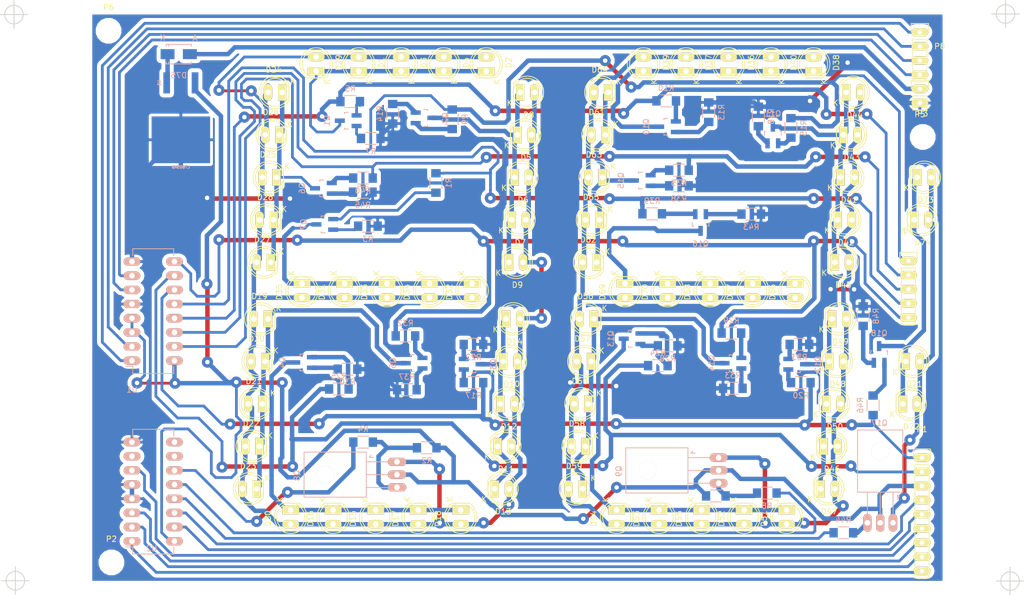
<source format=kicad_pcb>
(kicad_pcb (version 4) (host pcbnew no-bzr-product)
  (layers (0 F.Cu signal) (31 B.Cu signal) (34 B.Paste user) (35 F.Paste user) (36 B.SilkS user) (37 F.SilkS user) (38 B.Mask user) (39 F.Mask user) (44 Edge.Cuts user))
  (net 0 "")
  (net 1 "Net-(Q1-Pad1)")
  (net 2 "Net-(Q1-Pad2)")
  (net 3 "Net-(D1-Pad1)")
  (net 4 "Net-(Q2-Pad1)")
  (net 5 "Net-(Q2-Pad2)")
  (net 6 "Net-(D5-Pad1)")
  (net 7 GND)
  (net 8 "Net-(Q3-Pad1)")
  (net 9 "Net-(Q3-Pad2)")
  (net 10 "Net-(D10-Pad1)")
  (net 11 "Net-(Q4-Pad1)")
  (net 12 "Net-(Q4-Pad2)")
  (net 13 "Net-(D15-Pad1)")
  (net 14 "Net-(Q5-Pad1)")
  (net 15 "Net-(Q5-Pad2)")
  (net 16 "Net-(D19-Pad1)")
  (net 17 "Net-(Q6-Pad1)")
  (net 18 "Net-(Q6-Pad2)")
  (net 19 "Net-(D24-Pad1)")
  (net 20 "Net-(Q7-Pad1)")
  (net 21 "Net-(Q7-Pad2)")
  (net 22 "Net-(D31-Pad1)")
  (net 23 "Net-(Q8-Pad3)")
  (net 24 /D1_IN)
  (net 25 "Net-(D36-Pad2)")
  (net 26 "Net-(Q9-Pad3)")
  (net 27 "Net-(Q10-Pad1)")
  (net 28 "Net-(Q10-Pad2)")
  (net 29 "Net-(D36-Pad1)")
  (net 30 /D2_IN)
  (net 31 "Net-(Q11-Pad1)")
  (net 32 "Net-(Q11-Pad2)")
  (net 33 "Net-(D41-Pad1)")
  (net 34 "Net-(Q12-Pad1)")
  (net 35 "Net-(Q12-Pad2)")
  (net 36 "Net-(D46-Pad1)")
  (net 37 "Net-(Q13-Pad1)")
  (net 38 "Net-(Q13-Pad2)")
  (net 39 "Net-(D51-Pad1)")
  (net 40 "Net-(Q14-Pad1)")
  (net 41 "Net-(Q14-Pad2)")
  (net 42 "Net-(D56-Pad1)")
  (net 43 "Net-(Q15-Pad1)")
  (net 44 "Net-(Q15-Pad2)")
  (net 45 "Net-(D61-Pad1)")
  (net 46 "Net-(Q16-Pad1)")
  (net 47 "Net-(Q16-Pad2)")
  (net 48 "Net-(D66-Pad1)")
  (net 49 "Net-(D71-Pad2)")
  (net 50 "Net-(Q17-Pad3)")
  (net 51 "Net-(Q18-Pad1)")
  (net 52 "Net-(Q18-Pad2)")
  (net 53 "Net-(D71-Pad1)")
  (net 54 /D3_IN)
  (net 55 +5V)
  (net 56 "Net-(D1-Pad2)")
  (net 57 /SEG_G)
  (net 58 /SEG_B)
  (net 59 /SEG_A)
  (net 60 /SEG_F)
  (net 61 /SEG_E)
  (net 62 /SEG_C)
  (net 63 /SEG_D)
  (net 64 /BCD_B)
  (net 65 /BCD_C)
  (net 66 /BCD_D)
  (net 67 /BCD_A)
  (net 68 /DIG_0)
  (net 69 /DIG_1)
  (net 70 /DIG_2)
  (net 71 "Net-(U2-Pad7)")
  (net 72 "Net-(U2-Pad9)")
  (net 73 "Net-(U2-Pad10)")
  (net 74 /D0_IN)
  (net 75 /D4_IN)
  (net 76 /VIN)
  (net 77 "Net-(D75-Pad1)")
  (net 78 /PWM)
  (net 79 "Net-(P6-Pad1)")
  (net 80 "Net-(P2-Pad1)")
  (net 81 "Net-(P3-Pad1)")
  (module Pin_Headers:Pin_Header_Straight_1x04 (layer F.Cu) (at 177.038 28.321)
    (fp_text reference P8 (at 3.556 2.54) (layer F.SilkS))
    (fp_text value CONN_01X04)
    (pad 1 thru_hole oval (at 0 0) (size 3 1.5) (drill 0.8) (layers *.Cu *.Mask F.SilkS) (net 64 /BCD_B))
    (pad 2 thru_hole oval (at 0 2.54) (size 3 1.5) (drill 0.8) (layers *.Cu *.Mask F.SilkS) (net 65 /BCD_C))
    (pad 3 thru_hole oval (at 0 5.08) (size 3 1.5) (drill 0.8) (layers *.Cu *.Mask F.SilkS) (net 66 /BCD_D))
    (pad 4 thru_hole oval (at 0 7.62) (size 3 1.5) (drill 0.8) (layers *.Cu *.Mask F.SilkS) (net 67 /BCD_A))
  )
  (module Pin_Headers:Pin_Header_Straight_1x09 (layer F.Cu) (at 177.419 104.648)
    (fp_text reference P1 (at 0 -5.1) (layer F.SilkS))
    (fp_text value CONN_01X09)
    (pad 1 thru_hole oval (at 0 0) (size 3 1.5) (drill 0.8) (layers *.Cu *.Mask F.SilkS) (net 62 /SEG_C))
    (pad 2 thru_hole oval (at 0 2.54) (size 3 1.5) (drill 0.8) (layers *.Cu *.Mask F.SilkS) (net 63 /SEG_D))
    (pad 3 thru_hole oval (at 0 5.08) (size 3 1.5) (drill 0.8) (layers *.Cu *.Mask F.SilkS) (net 55 +5V))
    (pad 4 thru_hole oval (at 0 7.62) (size 3 1.5) (drill 0.8) (layers *.Cu *.Mask F.SilkS) (net 54 /D3_IN))
    (pad 5 thru_hole oval (at 0 10.16) (size 3 1.5) (drill 0.8) (layers *.Cu *.Mask F.SilkS) (net 75 /D4_IN))
    (pad 6 thru_hole oval (at 0 12.7) (size 3 1.5) (drill 0.8) (layers *.Cu *.Mask F.SilkS) (net 78 /PWM))
    (pad 7 thru_hole oval (at 0 15.24) (size 3 1.5) (drill 0.8) (layers *.Cu *.Mask F.SilkS) (net 70 /DIG_2))
    (pad 8 thru_hole oval (at 0 17.78) (size 3 1.5) (drill 0.8) (layers *.Cu *.Mask F.SilkS) (net 69 /DIG_1))
    (pad 9 thru_hole oval (at 0 20.32) (size 3 1.5) (drill 0.8) (layers *.Cu *.Mask F.SilkS) (net 68 /DIG_0))
  )
  (module Housings_DIP:DIP-16_W7.62mm_LongPads (layer B.Cu) (at 35.814 87.249)
    (fp_text reference U1 (at 0 5.22) (layer B.SilkS) (effects (justify mirror)))
    (fp_text value 4511)
    (pad 1 thru_hole oval (at 0 0) (size 3 1.5) (drill 1) (layers *.Cu *.Mask B.SilkS) (net 64 /BCD_B))
    (pad 2 thru_hole oval (at 0 -2.54) (size 3 1.5) (drill 1) (layers *.Cu *.Mask B.SilkS) (net 65 /BCD_C))
    (pad 3 thru_hole oval (at 0 -5.08) (size 3 1.5) (drill 1) (layers *.Cu *.Mask B.SilkS) (net 55 +5V))
    (pad 4 thru_hole oval (at 0 -7.62) (size 3 1.5) (drill 1) (layers *.Cu *.Mask B.SilkS) (net 55 +5V))
    (pad 5 thru_hole oval (at 0 -10.16) (size 3 1.5) (drill 1) (layers *.Cu *.Mask B.SilkS) (net 7 GND))
    (pad 6 thru_hole oval (at 0 -12.7) (size 3 1.5) (drill 1) (layers *.Cu *.Mask B.SilkS) (net 66 /BCD_D))
    (pad 7 thru_hole oval (at 0 -15.24) (size 3 1.5) (drill 1) (layers *.Cu *.Mask B.SilkS) (net 67 /BCD_A))
    (pad 8 thru_hole oval (at 0 -17.78) (size 3 1.5) (drill 1) (layers *.Cu *.Mask B.SilkS) (net 7 GND))
    (pad 9 thru_hole oval (at 7.62 -17.78) (size 3 1.5) (drill 1) (layers *.Cu *.Mask B.SilkS) (net 61 /SEG_E))
    (pad 10 thru_hole oval (at 7.62 -15.24) (size 3 1.5) (drill 1) (layers *.Cu *.Mask B.SilkS) (net 63 /SEG_D))
    (pad 11 thru_hole oval (at 7.62 -12.7) (size 3 1.5) (drill 1) (layers *.Cu *.Mask B.SilkS) (net 62 /SEG_C))
    (pad 12 thru_hole oval (at 7.62 -10.16) (size 3 1.5) (drill 1) (layers *.Cu *.Mask B.SilkS) (net 58 /SEG_B))
    (pad 13 thru_hole oval (at 7.62 -7.62) (size 3 1.5) (drill 1) (layers *.Cu *.Mask B.SilkS) (net 59 /SEG_A))
    (pad 14 thru_hole oval (at 7.62 -5.08) (size 3 1.5) (drill 1) (layers *.Cu *.Mask B.SilkS) (net 57 /SEG_G))
    (pad 15 thru_hole oval (at 7.62 -2.54) (size 3 1.5) (drill 1) (layers *.Cu *.Mask B.SilkS) (net 60 /SEG_F))
    (pad 16 thru_hole oval (at 7.62 0) (size 3 1.5) (drill 1) (layers *.Cu *.Mask B.SilkS) (net 55 +5V))
  )
  (module Housings_DIP:DIP-16_W7.62mm_LongPads (layer B.Cu) (at 35.814 119.634)
    (fp_text reference U2 (at 3.525633 1.295369) (layer B.SilkS) (effects (justify mirror)))
    (fp_text value 74LS138)
    (pad 1 thru_hole oval (at 0 0) (size 3 1.5) (drill 1) (layers *.Cu *.Mask B.SilkS) (net 68 /DIG_0))
    (pad 2 thru_hole oval (at 0 -2.54) (size 3 1.5) (drill 1) (layers *.Cu *.Mask B.SilkS) (net 69 /DIG_1))
    (pad 3 thru_hole oval (at 0 -5.08) (size 3 1.5) (drill 1) (layers *.Cu *.Mask B.SilkS) (net 70 /DIG_2))
    (pad 4 thru_hole oval (at 0 -7.62) (size 3 1.5) (drill 1) (layers *.Cu *.Mask B.SilkS) (net 7 GND))
    (pad 5 thru_hole oval (at 0 -10.16) (size 3 1.5) (drill 1) (layers *.Cu *.Mask B.SilkS) (net 7 GND))
    (pad 6 thru_hole oval (at 0 -12.7) (size 3 1.5) (drill 1) (layers *.Cu *.Mask B.SilkS) (net 78 /PWM))
    (pad 7 thru_hole oval (at 0 -15.24) (size 3 1.5) (drill 1) (layers *.Cu *.Mask B.SilkS) (net 71 "Net-(U2-Pad7)"))
    (pad 8 thru_hole oval (at 0 -17.78) (size 3 1.5) (drill 1) (layers *.Cu *.Mask B.SilkS) (net 7 GND))
    (pad 9 thru_hole oval (at 7.62 -17.78) (size 3 1.5) (drill 1) (layers *.Cu *.Mask B.SilkS) (net 72 "Net-(U2-Pad9)"))
    (pad 10 thru_hole oval (at 7.62 -15.24) (size 3 1.5) (drill 1) (layers *.Cu *.Mask B.SilkS) (net 73 "Net-(U2-Pad10)"))
    (pad 11 thru_hole oval (at 7.62 -12.7) (size 3 1.5) (drill 1) (layers *.Cu *.Mask B.SilkS) (net 74 /D0_IN))
    (pad 12 thru_hole oval (at 7.62 -10.16) (size 3 1.5) (drill 1) (layers *.Cu *.Mask B.SilkS) (net 24 /D1_IN))
    (pad 13 thru_hole oval (at 7.62 -7.62) (size 3 1.5) (drill 1) (layers *.Cu *.Mask B.SilkS) (net 30 /D2_IN))
    (pad 14 thru_hole oval (at 7.62 -5.08) (size 3 1.5) (drill 1) (layers *.Cu *.Mask B.SilkS) (net 54 /D3_IN))
    (pad 15 thru_hole oval (at 7.62 -2.54) (size 3 1.5) (drill 1) (layers *.Cu *.Mask B.SilkS) (net 75 /D4_IN))
    (pad 16 thru_hole oval (at 7.62 0) (size 3 1.5) (drill 1) (layers *.Cu *.Mask B.SilkS) (net 55 +5V))
  )
  (module TO_SOT_Packages_THT:SOT126_SOT32_Housing_Horizontal (layer B.Cu) (at 169.926 116.332 180)
    (fp_text reference Q17 (at 0.14986 17.89938 180) (layer B.SilkS) (effects (justify mirror)))
    (fp_text value BD140)
    (pad 2 thru_hole oval (at 0 0 180) (size 1.5 3.2) (drill 1) (layers *.Cu *.Mask B.SilkS) (net 55 +5V))
    (pad 1 thru_hole oval (at -2.29108 0 180) (size 1.5 3.2) (drill 1) (layers *.Cu *.Mask B.SilkS) (net 49 "Net-(D71-Pad2)"))
    (pad 3 thru_hole oval (at 2.29108 0 180) (size 1.5 3.2) (drill 1) (layers *.Cu *.Mask B.SilkS) (net 50 "Net-(Q17-Pad3)"))
    (pad "" np_thru_hole circle (at 0 12.79906 180) (size 3.2004 3.2004) (drill 3.2004) (layers *.Cu *.Mask B.SilkS))
  )
  (module LEDs:LED-5MM (layer F.Cu) (at 157.988 35.306 90)
    (fp_text reference D38 (at 1.524 4.064 90) (layer F.SilkS))
    (fp_text value D1_A)
    (fp_text user K (at -1.905 1.905 90) (layer F.SilkS))
    (pad 1 thru_hole rect (at 0 0 180) (size 3 1.5) (drill 1) (layers *.Cu *.Mask F.SilkS) (net 29 "Net-(D36-Pad1)"))
    (pad 2 thru_hole oval (at 2.54 0 180) (size 3 1.5) (drill 1) (layers *.Cu *.Mask F.SilkS) (net 25 "Net-(D36-Pad2)"))
  )
  (module Pin_Headers:Pin_Header_Straight_1x02 (layer F.Cu) (at 177.038 38.481)
    (fp_text reference P5 (at 0 4.572) (layer F.SilkS))
    (fp_text value CONN_01X02)
    (pad 1 thru_hole oval (at 0 0) (size 3 1.5) (drill 0.8) (layers *.Cu *.Mask F.SilkS) (net 76 /VIN))
    (pad 2 thru_hole oval (at 0 2.54) (size 3 1.5) (drill 0.8) (layers *.Cu *.Mask F.SilkS) (net 7 GND))
  )
  (module Pin_Headers:Pin_Header_Straight_1x05 (layer F.Cu) (at 175.006 69.342)
    (fp_text reference P4 (at 0 -5.1) (layer F.SilkS))
    (fp_text value CONN_01X05)
    (pad 1 thru_hole oval (at 0 0) (size 3 1.5) (drill 0.8) (layers *.Cu *.Mask F.SilkS) (net 58 /SEG_B))
    (pad 2 thru_hole oval (at 0 2.54) (size 3 1.5) (drill 0.8) (layers *.Cu *.Mask F.SilkS) (net 59 /SEG_A))
    (pad 3 thru_hole oval (at 0 5.08) (size 3 1.5) (drill 0.8) (layers *.Cu *.Mask F.SilkS) (net 60 /SEG_F))
    (pad 4 thru_hole oval (at 0 7.62) (size 3 1.5) (drill 0.8) (layers *.Cu *.Mask F.SilkS) (net 57 /SEG_G))
    (pad 5 thru_hole oval (at 0 10.16) (size 3 1.5) (drill 0.8) (layers *.Cu *.Mask F.SilkS) (net 61 /SEG_E))
  )
  (module Resistors_SMD:R_1206_HandSoldering (layer B.Cu) (at 149.606 110.998)
    (fp_text reference R8 (at 0 2.3) (layer B.SilkS) (effects (justify mirror)))
    (fp_text value 0)
    (pad 1 smd rect (at -1.75 0) (size 1.5 1.7) (layers B.Cu B.Paste B.Mask) (net 26 "Net-(Q9-Pad3)"))
    (pad 2 smd rect (at 1.75 0) (size 1.5 1.7) (layers B.Cu B.Paste B.Mask) (net 24 /D1_IN))
  )
  (module Resistors_SMD:R_1206_HandSoldering (layer B.Cu) (at 143.51 92.202 180)
    (fp_text reference R33 (at 0 2.3 180) (layer B.SilkS) (effects (justify mirror)))
    (fp_text value 0)
    (pad 1 smd rect (at -1.75 0 180) (size 1.5 1.7) (layers B.Cu B.Paste B.Mask) (net 41 "Net-(Q14-Pad2)"))
    (pad 2 smd rect (at 1.75 0 180) (size 1.5 1.7) (layers B.Cu B.Paste B.Mask) (net 7 GND))
  )
  (module TO_SOT_Packages_THT:SOT126_SOT32_Housing_Horizontal (layer B.Cu) (at 83.312 107.69092 270)
    (fp_text reference Q8 (at 0.14986 17.89938 270) (layer B.SilkS) (effects (justify mirror)))
    (fp_text value BD140)
    (pad 2 thru_hole oval (at 0 0 270) (size 1.5 3.3) (drill 1) (layers *.Cu *.Mask B.SilkS) (net 55 +5V))
    (pad 1 thru_hole oval (at -2.29108 0 270) (size 1.5 3.3) (drill 1) (layers *.Cu *.Mask B.SilkS) (net 56 "Net-(D1-Pad2)"))
    (pad 3 thru_hole oval (at 2.29108 0 270) (size 1.5 3.3) (drill 1) (layers *.Cu *.Mask B.SilkS) (net 23 "Net-(Q8-Pad3)"))
    (pad "" np_thru_hole circle (at 0 12.79906 270) (size 3.2004 3.2004) (drill 3.2004) (layers *.Cu *.Mask B.SilkS))
  )
  (module TO_SOT_Packages_SMD:SOT-23_Handsoldering (layer B.Cu) (at 86.38286 87.696 270)
    (fp_text reference Q5 (at 0 3.81 270) (layer B.SilkS) (effects (justify mirror)))
    (fp_text value MMBT3904)
    (pad 1 smd rect (at -0.95 -1.50114 270) (size 0.8001 1.80086) (layers B.Cu B.Paste B.Mask) (net 14 "Net-(Q5-Pad1)"))
    (pad 2 smd rect (at 0.95 -1.50114 270) (size 0.8001 1.80086) (layers B.Cu B.Paste B.Mask) (net 15 "Net-(Q5-Pad2)"))
    (pad 3 smd rect (at 0 1.50114 270) (size 0.8001 1.80086) (layers B.Cu B.Paste B.Mask) (net 16 "Net-(D19-Pad1)"))
  )
  (module Resistors_SMD:R_1206_HandSoldering (layer B.Cu) (at 97.028 91.186)
    (fp_text reference R17 (at 0 2.3) (layer B.SilkS) (effects (justify mirror)))
    (fp_text value 0)
    (pad 1 smd rect (at -1.75 0) (size 1.5 1.7) (layers B.Cu B.Paste B.Mask) (net 8 "Net-(Q3-Pad1)"))
    (pad 2 smd rect (at 1.75 0) (size 1.5 1.7) (layers B.Cu B.Paste B.Mask) (net 62 /SEG_C))
  )
  (module Resistors_SMD:R_1206_HandSoldering (layer B.Cu) (at 93.218 43.942 90)
    (fp_text reference R9 (at 0 2.3 90) (layer B.SilkS) (effects (justify mirror)))
    (fp_text value 0)
    (pad 1 smd rect (at -1.75 0 90) (size 1.5 1.7) (layers B.Cu B.Paste B.Mask) (net 4 "Net-(Q2-Pad1)"))
    (pad 2 smd rect (at 1.75 0 90) (size 1.5 1.7) (layers B.Cu B.Paste B.Mask) (net 58 /SEG_B))
  )
  (module Resistors_SMD:R_1206_HandSoldering (layer B.Cu) (at 78.613 47.371)
    (fp_text reference R7 (at 0 2.3) (layer B.SilkS) (effects (justify mirror)))
    (fp_text value 0)
    (pad 1 smd rect (at -1.75 0) (size 1.5 1.7) (layers B.Cu B.Paste B.Mask) (net 2 "Net-(Q1-Pad2)"))
    (pad 2 smd rect (at 1.75 0) (size 1.5 1.7) (layers B.Cu B.Paste B.Mask) (net 7 GND))
  )
  (module TO_SOT_Packages_THT:SOT126_SOT32_Housing_Horizontal (layer B.Cu) (at 140.97 106.934 270)
    (fp_text reference Q9 (at 0.14986 17.89938 270) (layer B.SilkS) (effects (justify mirror)))
    (fp_text value BD140)
    (pad 2 thru_hole oval (at 0 0 270) (size 1.5 3.2) (drill 1) (layers *.Cu *.Mask B.SilkS) (net 55 +5V))
    (pad 1 thru_hole oval (at -2.29108 0 270) (size 1.5 3.2) (drill 1) (layers *.Cu *.Mask B.SilkS) (net 25 "Net-(D36-Pad2)"))
    (pad 3 thru_hole oval (at 2.29108 0 270) (size 1.5 3.2) (drill 1) (layers *.Cu *.Mask B.SilkS) (net 26 "Net-(Q9-Pad3)"))
    (pad "" np_thru_hole circle (at 0 12.79906 270) (size 3.2004 3.2004) (drill 3.2004) (layers *.Cu *.Mask B.SilkS))
  )
  (module TO_SOT_Packages_SMD:SOT-23_Handsoldering (layer B.Cu) (at 66.57086 87.569 270)
    (fp_text reference Q4 (at 0 3.81 270) (layer B.SilkS) (effects (justify mirror)))
    (fp_text value MMBT3904)
    (pad 1 smd rect (at -0.95 -1.50114 270) (size 0.8001 1.80086) (layers B.Cu B.Paste B.Mask) (net 11 "Net-(Q4-Pad1)"))
    (pad 2 smd rect (at 0.95 -1.50114 270) (size 0.8001 1.80086) (layers B.Cu B.Paste B.Mask) (net 12 "Net-(Q4-Pad2)"))
    (pad 3 smd rect (at 0 1.50114 270) (size 0.8001 1.80086) (layers B.Cu B.Paste B.Mask) (net 13 "Net-(D15-Pad1)"))
  )
  (module Resistors_SMD:R_1206_HandSoldering (layer B.Cu) (at 74.45 88.773)
    (fp_text reference R30 (at 0 2.3) (layer B.SilkS) (effects (justify mirror)))
    (fp_text value 0)
    (pad 1 smd rect (at -1.75 0) (size 1.5 1.7) (layers B.Cu B.Paste B.Mask) (net 12 "Net-(Q4-Pad2)"))
    (pad 2 smd rect (at 1.75 0) (size 1.5 1.7) (layers B.Cu B.Paste B.Mask) (net 7 GND))
  )
  (module Resistors_SMD:R_1206_HandSoldering (layer B.Cu) (at 72.898 92.329 180)
    (fp_text reference R25 (at 0 2.3 180) (layer B.SilkS) (effects (justify mirror)))
    (fp_text value 0)
    (pad 1 smd rect (at -1.75 0 180) (size 1.5 1.7) (layers B.Cu B.Paste B.Mask) (net 11 "Net-(Q4-Pad1)"))
    (pad 2 smd rect (at 1.75 0 180) (size 1.5 1.7) (layers B.Cu B.Paste B.Mask) (net 63 /SEG_D))
  )
  (module Resistors_SMD:R_1206_HandSoldering (layer B.Cu) (at 90.297 55.372 90)
    (fp_text reference R1 (at 0 2.3 90) (layer B.SilkS) (effects (justify mirror)))
    (fp_text value 0)
    (pad 1 smd rect (at -1.75 0 90) (size 1.5 1.7) (layers B.Cu B.Paste B.Mask) (net 20 "Net-(Q7-Pad1)"))
    (pad 2 smd rect (at 1.75 0 90) (size 1.5 1.7) (layers B.Cu B.Paste B.Mask) (net 57 /SEG_G))
  )
  (module Resistors_SMD:R_1206_HandSoldering (layer B.Cu) (at 77.244 101.854 180)
    (fp_text reference R4 (at 0 2.3 180) (layer B.SilkS) (effects (justify mirror)))
    (fp_text value 0)
    (pad 1 smd rect (at -1.75 0 180) (size 1.5 1.7) (layers B.Cu B.Paste B.Mask) (net 23 "Net-(Q8-Pad3)"))
    (pad 2 smd rect (at 1.75 0 180) (size 1.5 1.7) (layers B.Cu B.Paste B.Mask) (net 74 /D0_IN))
  )
  (module LEDs:LED-5MM (layer F.Cu) (at 81.534 73.406 270)
    (fp_text reference D33 (at 1.524 4.064 270) (layer F.SilkS))
    (fp_text value D1_B)
    (fp_text user K (at -1.905 1.905 270) (layer F.SilkS))
    (pad 1 thru_hole rect (at 0 0) (size 3 1.5) (drill 1) (layers *.Cu *.Mask F.SilkS) (net 22 "Net-(D31-Pad1)"))
    (pad 2 thru_hole oval (at 2.54 0) (size 3 1.5) (drill 1) (layers *.Cu *.Mask F.SilkS) (net 56 "Net-(D1-Pad2)"))
  )
  (module LEDs:LED-5MM (layer F.Cu) (at 66.294 73.406 270)
    (fp_text reference D35 (at 1.524 4.064 270) (layer F.SilkS))
    (fp_text value D1_B)
    (fp_text user K (at -1.905 1.905 270) (layer F.SilkS))
    (pad 1 thru_hole rect (at 0 0) (size 3 1.5) (drill 1) (layers *.Cu *.Mask F.SilkS) (net 22 "Net-(D31-Pad1)"))
    (pad 2 thru_hole oval (at 2.54 0) (size 3 1.5) (drill 1) (layers *.Cu *.Mask F.SilkS) (net 56 "Net-(D1-Pad2)"))
  )
  (module TO_SOT_Packages_SMD:SOT-23_Handsoldering (layer B.Cu) (at 74.57186 44.196 270)
    (fp_text reference Q1 (at 0 3.81 270) (layer B.SilkS) (effects (justify mirror)))
    (fp_text value MMBT3904)
    (pad 1 smd rect (at -0.95 -1.50114 270) (size 0.8001 1.80086) (layers B.Cu B.Paste B.Mask) (net 1 "Net-(Q1-Pad1)"))
    (pad 2 smd rect (at 0.95 -1.50114 270) (size 0.8001 1.80086) (layers B.Cu B.Paste B.Mask) (net 2 "Net-(Q1-Pad2)"))
    (pad 3 smd rect (at 0 1.50114 270) (size 0.8001 1.80086) (layers B.Cu B.Paste B.Mask) (net 3 "Net-(D1-Pad1)"))
  )
  (module Resistors_SMD:R_1206_HandSoldering (layer B.Cu) (at 74.93 40.767 180)
    (fp_text reference R5 (at 0 2.3 180) (layer B.SilkS) (effects (justify mirror)))
    (fp_text value 0)
    (pad 1 smd rect (at -1.75 0 180) (size 1.5 1.7) (layers B.Cu B.Paste B.Mask) (net 1 "Net-(Q1-Pad1)"))
    (pad 2 smd rect (at 1.75 0 180) (size 1.5 1.7) (layers B.Cu B.Paste B.Mask) (net 59 /SEG_A))
  )
  (module Resistors_SMD:R_1206_HandSoldering (layer B.Cu) (at 84.836 82.804 180)
    (fp_text reference R32 (at 0 2.3 180) (layer B.SilkS) (effects (justify mirror)))
    (fp_text value 0)
    (pad 1 smd rect (at -1.75 0 180) (size 1.5 1.7) (layers B.Cu B.Paste B.Mask) (net 14 "Net-(Q5-Pad1)"))
    (pad 2 smd rect (at 1.75 0 180) (size 1.5 1.7) (layers B.Cu B.Paste B.Mask) (net 61 /SEG_E))
  )
  (module Resistors_SMD:R_1206_HandSoldering (layer B.Cu) (at 85.09 92.456 180)
    (fp_text reference R37 (at 0 2.3 180) (layer B.SilkS) (effects (justify mirror)))
    (fp_text value 0)
    (pad 1 smd rect (at -1.75 0 180) (size 1.5 1.7) (layers B.Cu B.Paste B.Mask) (net 15 "Net-(Q5-Pad2)"))
    (pad 2 smd rect (at 1.75 0 180) (size 1.5 1.7) (layers B.Cu B.Paste B.Mask) (net 7 GND))
  )
  (module LEDs:LED-5MM (layer F.Cu) (at 62.738 39.116 180)
    (fp_text reference D24 (at 1.524 4.064 180) (layer F.SilkS))
    (fp_text value D1_B)
    (fp_text user K (at -1.905 1.905 180) (layer F.SilkS))
    (pad 1 thru_hole rect (at 0 0 270) (size 3 1.5) (drill 1) (layers *.Cu *.Mask F.SilkS) (net 19 "Net-(D24-Pad1)"))
    (pad 2 thru_hole oval (at 2.54 0 270) (size 3 1.5) (drill 1) (layers *.Cu *.Mask F.SilkS) (net 56 "Net-(D1-Pad2)"))
  )
  (module Resistors_SMD:R_1206_HandSoldering (layer B.Cu) (at 77.216 54.483)
    (fp_text reference R40 (at 0 2.3) (layer B.SilkS) (effects (justify mirror)))
    (fp_text value 0)
    (pad 1 smd rect (at -1.75 0) (size 1.5 1.7) (layers B.Cu B.Paste B.Mask) (net 17 "Net-(Q6-Pad1)"))
    (pad 2 smd rect (at 1.75 0) (size 1.5 1.7) (layers B.Cu B.Paste B.Mask) (net 60 /SEG_F))
  )
  (module LEDs:LED-5MM (layer F.Cu) (at 59.182 94.996 180)
    (fp_text reference D21 (at 1.524 4.064 180) (layer F.SilkS))
    (fp_text value D1_B)
    (fp_text user K (at -1.905 1.905 180) (layer F.SilkS))
    (pad 1 thru_hole rect (at 0 0 270) (size 3 1.5) (drill 1) (layers *.Cu *.Mask F.SilkS) (net 16 "Net-(D19-Pad1)"))
    (pad 2 thru_hole oval (at 2.54 0 270) (size 3 1.5) (drill 1) (layers *.Cu *.Mask F.SilkS) (net 56 "Net-(D1-Pad2)"))
  )
  (module LEDs:LED-5MM (layer F.Cu) (at 58.674 102.616 180)
    (fp_text reference D22 (at 1.524 4.064 180) (layer F.SilkS))
    (fp_text value D1_B)
    (fp_text user K (at -1.905 1.905 180) (layer F.SilkS))
    (pad 1 thru_hole rect (at 0 0 270) (size 3 1.5) (drill 1) (layers *.Cu *.Mask F.SilkS) (net 16 "Net-(D19-Pad1)"))
    (pad 2 thru_hole oval (at 2.54 0 270) (size 3 1.5) (drill 1) (layers *.Cu *.Mask F.SilkS) (net 56 "Net-(D1-Pad2)"))
  )
  (module LEDs:LED-5MM (layer F.Cu) (at 58.166 110.236 180)
    (fp_text reference D23 (at 1.524 4.064 180) (layer F.SilkS))
    (fp_text value D1_B)
    (fp_text user K (at -1.905 1.905 180) (layer F.SilkS))
    (pad 1 thru_hole rect (at 0 0 270) (size 3 1.5) (drill 1) (layers *.Cu *.Mask F.SilkS) (net 16 "Net-(D19-Pad1)"))
    (pad 2 thru_hole oval (at 2.54 0 270) (size 3 1.5) (drill 1) (layers *.Cu *.Mask F.SilkS) (net 56 "Net-(D1-Pad2)"))
  )
  (module TO_SOT_Packages_SMD:SOT-23_Handsoldering (layer B.Cu) (at 88.16086 43.688 90)
    (fp_text reference Q2 (at 0 3.81 90) (layer B.SilkS) (effects (justify mirror)))
    (fp_text value MMBT3904)
    (pad 1 smd rect (at -0.95 -1.50114 90) (size 0.8001 1.80086) (layers B.Cu B.Paste B.Mask) (net 4 "Net-(Q2-Pad1)"))
    (pad 2 smd rect (at 0.95 -1.50114 90) (size 0.8001 1.80086) (layers B.Cu B.Paste B.Mask) (net 5 "Net-(Q2-Pad2)"))
    (pad 3 smd rect (at 0 1.50114 90) (size 0.8001 1.80086) (layers B.Cu B.Paste B.Mask) (net 6 "Net-(D5-Pad1)"))
  )
  (module LEDs:LED-5MM (layer F.Cu) (at 76.454 35.306 90)
    (fp_text reference D1 (at 1.524 4.064 90) (layer F.SilkS))
    (fp_text value D1_A)
    (fp_text user K (at -1.905 1.905 90) (layer F.SilkS))
    (pad 1 thru_hole rect (at 0 0 180) (size 3 1.5) (drill 1) (layers *.Cu *.Mask F.SilkS) (net 3 "Net-(D1-Pad1)"))
    (pad 2 thru_hole oval (at 2.54 0 180) (size 3 1.5) (drill 1) (layers *.Cu *.Mask F.SilkS) (net 56 "Net-(D1-Pad2)"))
  )
  (module LEDs:LED-5MM (layer F.Cu) (at 103.378 69.596)
    (fp_text reference D9 (at 1.524 4.064) (layer F.SilkS))
    (fp_text value D1_B)
    (fp_text user K (at -1.905 1.905) (layer F.SilkS))
    (pad 1 thru_hole rect (at 0 0 90) (size 3 1.5) (drill 1) (layers *.Cu *.Mask F.SilkS) (net 6 "Net-(D5-Pad1)"))
    (pad 2 thru_hole oval (at 2.54 0 90) (size 3 1.5) (drill 1) (layers *.Cu *.Mask F.SilkS) (net 56 "Net-(D1-Pad2)"))
  )
  (module LEDs:LED-5MM (layer F.Cu) (at 105.41 39.116)
    (fp_text reference D8 (at 1.524 4.064) (layer F.SilkS))
    (fp_text value D1_B)
    (fp_text user K (at -1.905 1.905) (layer F.SilkS))
    (pad 1 thru_hole rect (at 0 0 90) (size 3 1.5) (drill 1) (layers *.Cu *.Mask F.SilkS) (net 6 "Net-(D5-Pad1)"))
    (pad 2 thru_hole oval (at 2.54 0 90) (size 3 1.5) (drill 1) (layers *.Cu *.Mask F.SilkS) (net 56 "Net-(D1-Pad2)"))
  )
  (module LEDs:LED-5MM (layer F.Cu) (at 103.886 61.976)
    (fp_text reference D7 (at 1.524 4.064) (layer F.SilkS))
    (fp_text value D1_B)
    (fp_text user K (at -1.905 1.905) (layer F.SilkS))
    (pad 1 thru_hole rect (at 0 0 90) (size 3 1.5) (drill 1) (layers *.Cu *.Mask F.SilkS) (net 6 "Net-(D5-Pad1)"))
    (pad 2 thru_hole oval (at 2.54 0 90) (size 3 1.5) (drill 1) (layers *.Cu *.Mask F.SilkS) (net 56 "Net-(D1-Pad2)"))
  )
  (module LEDs:LED-5MM (layer F.Cu) (at 104.394 54.356)
    (fp_text reference D6 (at 1.524 4.064) (layer F.SilkS))
    (fp_text value D1_B)
    (fp_text user K (at -1.905 1.905) (layer F.SilkS))
    (pad 1 thru_hole rect (at 0 0 90) (size 3 1.5) (drill 1) (layers *.Cu *.Mask F.SilkS) (net 6 "Net-(D5-Pad1)"))
    (pad 2 thru_hole oval (at 2.54 0 90) (size 3 1.5) (drill 1) (layers *.Cu *.Mask F.SilkS) (net 56 "Net-(D1-Pad2)"))
  )
  (module LEDs:LED-5MM (layer F.Cu) (at 104.902 46.736)
    (fp_text reference D5 (at 1.524 4.064) (layer F.SilkS))
    (fp_text value D1_B)
    (fp_text user K (at -1.905 1.905) (layer F.SilkS))
    (pad 1 thru_hole rect (at 0 0 90) (size 3 1.5) (drill 1) (layers *.Cu *.Mask F.SilkS) (net 6 "Net-(D5-Pad1)"))
    (pad 2 thru_hole oval (at 2.54 0 90) (size 3 1.5) (drill 1) (layers *.Cu *.Mask F.SilkS) (net 56 "Net-(D1-Pad2)"))
  )
  (module LEDs:LED-5MM (layer F.Cu) (at 91.694 35.306 90)
    (fp_text reference D4 (at 1.524 4.064 90) (layer F.SilkS))
    (fp_text value D1_A)
    (fp_text user K (at -1.905 1.905 90) (layer F.SilkS))
    (pad 1 thru_hole rect (at 0 0 180) (size 3 1.5) (drill 1) (layers *.Cu *.Mask F.SilkS) (net 3 "Net-(D1-Pad1)"))
    (pad 2 thru_hole oval (at 2.54 0 180) (size 3 1.5) (drill 1) (layers *.Cu *.Mask F.SilkS) (net 56 "Net-(D1-Pad2)"))
  )
  (module LEDs:LED-5MM (layer F.Cu) (at 84.074 35.306 90)
    (fp_text reference D3 (at 1.524 4.064 90) (layer F.SilkS))
    (fp_text value D1_A)
    (fp_text user K (at -1.905 1.905 90) (layer F.SilkS))
    (pad 1 thru_hole rect (at 0 0 180) (size 3 1.5) (drill 1) (layers *.Cu *.Mask F.SilkS) (net 3 "Net-(D1-Pad1)"))
    (pad 2 thru_hole oval (at 2.54 0 180) (size 3 1.5) (drill 1) (layers *.Cu *.Mask F.SilkS) (net 56 "Net-(D1-Pad2)"))
  )
  (module LEDs:LED-5MM (layer F.Cu) (at 99.314 35.306 90)
    (fp_text reference D2 (at 1.524 4.064 90) (layer F.SilkS))
    (fp_text value D1_A)
    (fp_text user K (at -1.905 1.905 90) (layer F.SilkS))
    (pad 1 thru_hole rect (at 0 0 180) (size 3 1.5) (drill 1) (layers *.Cu *.Mask F.SilkS) (net 3 "Net-(D1-Pad1)"))
    (pad 2 thru_hole oval (at 2.54 0 180) (size 3 1.5) (drill 1) (layers *.Cu *.Mask F.SilkS) (net 56 "Net-(D1-Pad2)"))
  )
  (module Resistors_SMD:R_1206_HandSoldering (layer B.Cu) (at 82.55 42.954 270)
    (fp_text reference R14 (at 0 2.3 270) (layer B.SilkS) (effects (justify mirror)))
    (fp_text value 0)
    (pad 1 smd rect (at -1.75 0 270) (size 1.5 1.7) (layers B.Cu B.Paste B.Mask) (net 5 "Net-(Q2-Pad2)"))
    (pad 2 smd rect (at 1.75 0 270) (size 1.5 1.7) (layers B.Cu B.Paste B.Mask) (net 7 GND))
  )
  (module TO_SOT_Packages_SMD:SOT-23_Handsoldering (layer B.Cu) (at 96.79686 87.884 90)
    (fp_text reference Q3 (at 0 3.81 90) (layer B.SilkS) (effects (justify mirror)))
    (fp_text value MMBT3904)
    (pad 1 smd rect (at -0.95 -1.50114 90) (size 0.8001 1.80086) (layers B.Cu B.Paste B.Mask) (net 8 "Net-(Q3-Pad1)"))
    (pad 2 smd rect (at 0.95 -1.50114 90) (size 0.8001 1.80086) (layers B.Cu B.Paste B.Mask) (net 9 "Net-(Q3-Pad2)"))
    (pad 3 smd rect (at 0 1.50114 90) (size 0.8001 1.80086) (layers B.Cu B.Paste B.Mask) (net 10 "Net-(D10-Pad1)"))
  )
  (module Resistors_SMD:R_1206_HandSoldering (layer B.Cu) (at 97.028 84.328)
    (fp_text reference R22 (at 0 2.3) (layer B.SilkS) (effects (justify mirror)))
    (fp_text value 0)
    (pad 1 smd rect (at -1.75 0) (size 1.5 1.7) (layers B.Cu B.Paste B.Mask) (net 9 "Net-(Q3-Pad2)"))
    (pad 2 smd rect (at 1.75 0) (size 1.5 1.7) (layers B.Cu B.Paste B.Mask) (net 7 GND))
  )
  (module LEDs:LED-5MM (layer F.Cu) (at 102.362 87.376)
    (fp_text reference D10 (at 1.524 4.064) (layer F.SilkS))
    (fp_text value D1_B)
    (fp_text user K (at -1.905 1.905) (layer F.SilkS))
    (pad 1 thru_hole rect (at 0 0 90) (size 3 1.5) (drill 1) (layers *.Cu *.Mask F.SilkS) (net 10 "Net-(D10-Pad1)"))
    (pad 2 thru_hole oval (at 2.54 0 90) (size 3 1.5) (drill 1) (layers *.Cu *.Mask F.SilkS) (net 56 "Net-(D1-Pad2)"))
  )
  (module LEDs:LED-5MM (layer F.Cu) (at 101.346 102.616)
    (fp_text reference D11 (at 1.524 4.064) (layer F.SilkS))
    (fp_text value D1_B)
    (fp_text user K (at -1.905 1.905) (layer F.SilkS))
    (pad 1 thru_hole rect (at 0 0 90) (size 3 1.5) (drill 1) (layers *.Cu *.Mask F.SilkS) (net 10 "Net-(D10-Pad1)"))
    (pad 2 thru_hole oval (at 2.54 0 90) (size 3 1.5) (drill 1) (layers *.Cu *.Mask F.SilkS) (net 56 "Net-(D1-Pad2)"))
  )
  (module LEDs:LED-5MM (layer F.Cu) (at 101.854 94.996)
    (fp_text reference D12 (at 1.524 4.064) (layer F.SilkS))
    (fp_text value D1_B)
    (fp_text user K (at -1.905 1.905) (layer F.SilkS))
    (pad 1 thru_hole rect (at 0 0 90) (size 3 1.5) (drill 1) (layers *.Cu *.Mask F.SilkS) (net 10 "Net-(D10-Pad1)"))
    (pad 2 thru_hole oval (at 2.54 0 90) (size 3 1.5) (drill 1) (layers *.Cu *.Mask F.SilkS) (net 56 "Net-(D1-Pad2)"))
  )
  (module LEDs:LED-5MM (layer F.Cu) (at 100.838 110.236)
    (fp_text reference D13 (at 1.524 4.064) (layer F.SilkS))
    (fp_text value D1_B)
    (fp_text user K (at -1.905 1.905) (layer F.SilkS))
    (pad 1 thru_hole rect (at 0 0 90) (size 3 1.5) (drill 1) (layers *.Cu *.Mask F.SilkS) (net 10 "Net-(D10-Pad1)"))
    (pad 2 thru_hole oval (at 2.54 0 90) (size 3 1.5) (drill 1) (layers *.Cu *.Mask F.SilkS) (net 56 "Net-(D1-Pad2)"))
  )
  (module LEDs:LED-5MM (layer F.Cu) (at 102.87 79.756)
    (fp_text reference D14 (at 1.524 4.064) (layer F.SilkS))
    (fp_text value D1_B)
    (fp_text user K (at -1.905 1.905) (layer F.SilkS))
    (pad 1 thru_hole rect (at 0 0 90) (size 3 1.5) (drill 1) (layers *.Cu *.Mask F.SilkS) (net 10 "Net-(D10-Pad1)"))
    (pad 2 thru_hole oval (at 2.54 0 90) (size 3 1.5) (drill 1) (layers *.Cu *.Mask F.SilkS) (net 56 "Net-(D1-Pad2)"))
  )
  (module LEDs:LED-5MM (layer F.Cu) (at 79.502 114.046 270)
    (fp_text reference D15 (at 1.524 4.064 270) (layer F.SilkS))
    (fp_text value D1_A)
    (fp_text user K (at -1.905 1.905 270) (layer F.SilkS))
    (pad 1 thru_hole rect (at 0 0) (size 3 1.5) (drill 1) (layers *.Cu *.Mask F.SilkS) (net 13 "Net-(D15-Pad1)"))
    (pad 2 thru_hole oval (at 2.54 0) (size 3 1.5) (drill 1) (layers *.Cu *.Mask F.SilkS) (net 56 "Net-(D1-Pad2)"))
  )
  (module LEDs:LED-5MM (layer F.Cu) (at 71.882 114.046 270)
    (fp_text reference D16 (at 1.524 4.064 270) (layer F.SilkS))
    (fp_text value D1_A)
    (fp_text user K (at -1.905 1.905 270) (layer F.SilkS))
    (pad 1 thru_hole rect (at 0 0) (size 3 1.5) (drill 1) (layers *.Cu *.Mask F.SilkS) (net 13 "Net-(D15-Pad1)"))
    (pad 2 thru_hole oval (at 2.54 0) (size 3 1.5) (drill 1) (layers *.Cu *.Mask F.SilkS) (net 56 "Net-(D1-Pad2)"))
  )
  (module LEDs:LED-5MM (layer F.Cu) (at 87.122 114.046 270)
    (fp_text reference D17 (at 1.524 4.064 270) (layer F.SilkS))
    (fp_text value D1_A)
    (fp_text user K (at -1.905 1.905 270) (layer F.SilkS))
    (pad 1 thru_hole rect (at 0 0) (size 3 1.5) (drill 1) (layers *.Cu *.Mask F.SilkS) (net 13 "Net-(D15-Pad1)"))
    (pad 2 thru_hole oval (at 2.54 0) (size 3 1.5) (drill 1) (layers *.Cu *.Mask F.SilkS) (net 56 "Net-(D1-Pad2)"))
  )
  (module LEDs:LED-5MM (layer F.Cu) (at 94.742 114.046 270)
    (fp_text reference D18 (at 1.524 4.064 270) (layer F.SilkS))
    (fp_text value D1_A)
    (fp_text user K (at -1.905 1.905 270) (layer F.SilkS))
    (pad 1 thru_hole rect (at 0 0) (size 3 1.5) (drill 1) (layers *.Cu *.Mask F.SilkS) (net 13 "Net-(D15-Pad1)"))
    (pad 2 thru_hole oval (at 2.54 0) (size 3 1.5) (drill 1) (layers *.Cu *.Mask F.SilkS) (net 56 "Net-(D1-Pad2)"))
  )
  (module LEDs:LED-5MM (layer F.Cu) (at 59.69 87.376 180)
    (fp_text reference D20 (at 1.524 4.064 180) (layer F.SilkS))
    (fp_text value D1_B)
    (fp_text user K (at -1.905 1.905 180) (layer F.SilkS))
    (pad 1 thru_hole rect (at 0 0 270) (size 3 1.5) (drill 1) (layers *.Cu *.Mask F.SilkS) (net 16 "Net-(D19-Pad1)"))
    (pad 2 thru_hole oval (at 2.54 0 270) (size 3 1.5) (drill 1) (layers *.Cu *.Mask F.SilkS) (net 56 "Net-(D1-Pad2)"))
  )
  (module LEDs:LED-5MM (layer F.Cu) (at 60.198 79.756 180)
    (fp_text reference D19 (at 1.524 4.064 180) (layer F.SilkS))
    (fp_text value D1_B)
    (fp_text user K (at -1.905 1.905 180) (layer F.SilkS))
    (pad 1 thru_hole rect (at 0 0 270) (size 3 1.5) (drill 1) (layers *.Cu *.Mask F.SilkS) (net 16 "Net-(D19-Pad1)"))
    (pad 2 thru_hole oval (at 2.54 0 270) (size 3 1.5) (drill 1) (layers *.Cu *.Mask F.SilkS) (net 56 "Net-(D1-Pad2)"))
  )
  (module TO_SOT_Packages_SMD:SOT-23_Handsoldering (layer B.Cu) (at 70.12686 56.327 270)
    (fp_text reference Q6 (at 0 3.81 270) (layer B.SilkS) (effects (justify mirror)))
    (fp_text value MMBT3904)
    (pad 1 smd rect (at -0.95 -1.50114 270) (size 0.8001 1.80086) (layers B.Cu B.Paste B.Mask) (net 17 "Net-(Q6-Pad1)"))
    (pad 2 smd rect (at 0.95 -1.50114 270) (size 0.8001 1.80086) (layers B.Cu B.Paste B.Mask) (net 18 "Net-(Q6-Pad2)"))
    (pad 3 smd rect (at 0 1.50114 270) (size 0.8001 1.80086) (layers B.Cu B.Paste B.Mask) (net 19 "Net-(D24-Pad1)"))
  )
  (module Resistors_SMD:R_1206_HandSoldering (layer B.Cu) (at 77.188 57.023)
    (fp_text reference R45 (at 0 2.3) (layer B.SilkS) (effects (justify mirror)))
    (fp_text value 0)
    (pad 1 smd rect (at -1.75 0) (size 1.5 1.7) (layers B.Cu B.Paste B.Mask) (net 18 "Net-(Q6-Pad2)"))
    (pad 2 smd rect (at 1.75 0) (size 1.5 1.7) (layers B.Cu B.Paste B.Mask) (net 7 GND))
  )
  (module LEDs:LED-5MM (layer F.Cu) (at 61.214 61.976 180)
    (fp_text reference D28 (at 1.524 4.064 180) (layer F.SilkS))
    (fp_text value D1_B)
    (fp_text user K (at -1.905 1.905 180) (layer F.SilkS))
    (pad 1 thru_hole rect (at 0 0 270) (size 3 1.5) (drill 1) (layers *.Cu *.Mask F.SilkS) (net 19 "Net-(D24-Pad1)"))
    (pad 2 thru_hole oval (at 2.54 0 270) (size 3 1.5) (drill 1) (layers *.Cu *.Mask F.SilkS) (net 56 "Net-(D1-Pad2)"))
  )
  (module LEDs:LED-5MM (layer F.Cu) (at 60.706 69.596 180)
    (fp_text reference D27 (at 1.524 4.064 180) (layer F.SilkS))
    (fp_text value D1_B)
    (fp_text user K (at -1.905 1.905 180) (layer F.SilkS))
    (pad 1 thru_hole rect (at 0 0 270) (size 3 1.5) (drill 1) (layers *.Cu *.Mask F.SilkS) (net 19 "Net-(D24-Pad1)"))
    (pad 2 thru_hole oval (at 2.54 0 270) (size 3 1.5) (drill 1) (layers *.Cu *.Mask F.SilkS) (net 56 "Net-(D1-Pad2)"))
  )
  (module LEDs:LED-5MM (layer F.Cu) (at 62.23 46.736 180)
    (fp_text reference D26 (at 1.524 4.064 180) (layer F.SilkS))
    (fp_text value D1_B)
    (fp_text user K (at -1.905 1.905 180) (layer F.SilkS))
    (pad 1 thru_hole rect (at 0 0 270) (size 3 1.5) (drill 1) (layers *.Cu *.Mask F.SilkS) (net 19 "Net-(D24-Pad1)"))
    (pad 2 thru_hole oval (at 2.54 0 270) (size 3 1.5) (drill 1) (layers *.Cu *.Mask F.SilkS) (net 56 "Net-(D1-Pad2)"))
  )
  (module LEDs:LED-5MM (layer F.Cu) (at 61.722 54.356 180)
    (fp_text reference D25 (at 1.524 4.064 180) (layer F.SilkS))
    (fp_text value D1_B)
    (fp_text user K (at -1.905 1.905 180) (layer F.SilkS))
    (pad 1 thru_hole rect (at 0 0 270) (size 3 1.5) (drill 1) (layers *.Cu *.Mask F.SilkS) (net 19 "Net-(D24-Pad1)"))
    (pad 2 thru_hole oval (at 2.54 0 270) (size 3 1.5) (drill 1) (layers *.Cu *.Mask F.SilkS) (net 56 "Net-(D1-Pad2)"))
  )
  (module LEDs:LED-5MM (layer F.Cu) (at 68.834 35.306 90)
    (fp_text reference D29 (at 1.524 4.064 90) (layer F.SilkS))
    (fp_text value D1_B)
    (fp_text user K (at -1.905 1.905 90) (layer F.SilkS))
    (pad 1 thru_hole rect (at 0 0 180) (size 3 1.5) (drill 1) (layers *.Cu *.Mask F.SilkS) (net 3 "Net-(D1-Pad1)"))
    (pad 2 thru_hole oval (at 2.54 0 180) (size 3 1.5) (drill 1) (layers *.Cu *.Mask F.SilkS) (net 56 "Net-(D1-Pad2)"))
  )
  (module LEDs:LED-5MM (layer F.Cu) (at 64.262 114.046 270)
    (fp_text reference D30 (at 1.524 4.064 270) (layer F.SilkS))
    (fp_text value D1_B)
    (fp_text user K (at -1.905 1.905 270) (layer F.SilkS))
    (pad 1 thru_hole rect (at 0 0) (size 3 1.5) (drill 1) (layers *.Cu *.Mask F.SilkS) (net 13 "Net-(D15-Pad1)"))
    (pad 2 thru_hole oval (at 2.54 0) (size 3 1.5) (drill 1) (layers *.Cu *.Mask F.SilkS) (net 56 "Net-(D1-Pad2)"))
  )
  (module TO_SOT_Packages_SMD:SOT-23_Handsoldering (layer B.Cu) (at 70.38086 62.799 270)
    (fp_text reference Q7 (at 0 3.81 270) (layer B.SilkS) (effects (justify mirror)))
    (fp_text value MMBT3904)
    (pad 1 smd rect (at -0.95 -1.50114 270) (size 0.8001 1.80086) (layers B.Cu B.Paste B.Mask) (net 20 "Net-(Q7-Pad1)"))
    (pad 2 smd rect (at 0.95 -1.50114 270) (size 0.8001 1.80086) (layers B.Cu B.Paste B.Mask) (net 21 "Net-(Q7-Pad2)"))
    (pad 3 smd rect (at 0 1.50114 270) (size 0.8001 1.80086) (layers B.Cu B.Paste B.Mask) (net 22 "Net-(D31-Pad1)"))
  )
  (module Resistors_SMD:R_1206_HandSoldering (layer B.Cu) (at 78.105 63.119)
    (fp_text reference R3 (at 0 2.3) (layer B.SilkS) (effects (justify mirror)))
    (fp_text value 0)
    (pad 1 smd rect (at -1.75 0) (size 1.5 1.7) (layers B.Cu B.Paste B.Mask) (net 21 "Net-(Q7-Pad2)"))
    (pad 2 smd rect (at 1.75 0) (size 1.5 1.7) (layers B.Cu B.Paste B.Mask) (net 7 GND))
  )
  (module LEDs:LED-5MM (layer F.Cu) (at 96.774 73.406 270)
    (fp_text reference D32 (at 1.524 4.064 270) (layer F.SilkS))
    (fp_text value D1_B)
    (fp_text user K (at -1.905 1.905 270) (layer F.SilkS))
    (pad 1 thru_hole rect (at 0 0) (size 3 1.5) (drill 1) (layers *.Cu *.Mask F.SilkS) (net 22 "Net-(D31-Pad1)"))
    (pad 2 thru_hole oval (at 2.54 0) (size 3 1.5) (drill 1) (layers *.Cu *.Mask F.SilkS) (net 56 "Net-(D1-Pad2)"))
  )
  (module LEDs:LED-5MM (layer F.Cu) (at 89.154 73.406 270)
    (fp_text reference D34 (at 1.524 4.064 270) (layer F.SilkS))
    (fp_text value D1_B)
    (fp_text user K (at -1.905 1.905 270) (layer F.SilkS))
    (pad 1 thru_hole rect (at 0 0) (size 3 1.5) (drill 1) (layers *.Cu *.Mask F.SilkS) (net 22 "Net-(D31-Pad1)"))
    (pad 2 thru_hole oval (at 2.54 0) (size 3 1.5) (drill 1) (layers *.Cu *.Mask F.SilkS) (net 56 "Net-(D1-Pad2)"))
  )
  (module LEDs:LED-5MM (layer F.Cu) (at 73.914 73.406 270)
    (fp_text reference D31 (at 1.524 4.064 270) (layer F.SilkS))
    (fp_text value D1_B)
    (fp_text user K (at -1.905 1.905 270) (layer F.SilkS))
    (pad 1 thru_hole rect (at 0 0) (size 3 1.5) (drill 1) (layers *.Cu *.Mask F.SilkS) (net 22 "Net-(D31-Pad1)"))
    (pad 2 thru_hole oval (at 2.54 0) (size 3 1.5) (drill 1) (layers *.Cu *.Mask F.SilkS) (net 56 "Net-(D1-Pad2)"))
  )
  (module TO_SOT_Packages_SMD:SOT-23_Handsoldering (layer B.Cu) (at 131.80314 45.278 270)
    (fp_text reference Q10 (at 0 3.81 270) (layer B.SilkS) (effects (justify mirror)))
    (fp_text value MMBT3904)
    (pad 1 smd rect (at -0.95 -1.50114 270) (size 0.8001 1.80086) (layers B.Cu B.Paste B.Mask) (net 27 "Net-(Q10-Pad1)"))
    (pad 2 smd rect (at 0.95 -1.50114 270) (size 0.8001 1.80086) (layers B.Cu B.Paste B.Mask) (net 28 "Net-(Q10-Pad2)"))
    (pad 3 smd rect (at 0 1.50114 270) (size 0.8001 1.80086) (layers B.Cu B.Paste B.Mask) (net 29 "Net-(D36-Pad1)"))
  )
  (module Resistors_SMD:R_1206_HandSoldering (layer B.Cu) (at 131.572 40.64 180)
    (fp_text reference R10 (at 0 2.3 180) (layer B.SilkS) (effects (justify mirror)))
    (fp_text value 0)
    (pad 1 smd rect (at -1.75 0 180) (size 1.5 1.7) (layers B.Cu B.Paste B.Mask) (net 27 "Net-(Q10-Pad1)"))
    (pad 2 smd rect (at 1.75 0 180) (size 1.5 1.7) (layers B.Cu B.Paste B.Mask) (net 59 /SEG_A))
  )
  (module Resistors_SMD:R_1206_HandSoldering (layer B.Cu) (at 139.192 42.672 90)
    (fp_text reference R13 (at 0 2.3 90) (layer B.SilkS) (effects (justify mirror)))
    (fp_text value 0)
    (pad 1 smd rect (at -1.75 0 90) (size 1.5 1.7) (layers B.Cu B.Paste B.Mask) (net 28 "Net-(Q10-Pad2)"))
    (pad 2 smd rect (at 1.75 0 90) (size 1.5 1.7) (layers B.Cu B.Paste B.Mask) (net 7 GND))
  )
  (module LEDs:LED-5MM (layer F.Cu) (at 127.508 35.306 90)
    (fp_text reference D39 (at 1.524 4.064 90) (layer F.SilkS))
    (fp_text value D1_A)
    (fp_text user K (at -1.905 1.905 90) (layer F.SilkS))
    (pad 1 thru_hole rect (at 0 0 180) (size 3 1.5) (drill 1) (layers *.Cu *.Mask F.SilkS) (net 29 "Net-(D36-Pad1)"))
    (pad 2 thru_hole oval (at 2.54 0 180) (size 3 1.5) (drill 1) (layers *.Cu *.Mask F.SilkS) (net 25 "Net-(D36-Pad2)"))
  )
  (module LEDs:LED-5MM (layer F.Cu) (at 150.368 35.306 90)
    (fp_text reference D40 (at 1.524 4.064 90) (layer F.SilkS))
    (fp_text value D1_B)
    (fp_text user K (at -1.905 1.905 90) (layer F.SilkS))
    (pad 1 thru_hole rect (at 0 0 180) (size 3 1.5) (drill 1) (layers *.Cu *.Mask F.SilkS) (net 29 "Net-(D36-Pad1)"))
    (pad 2 thru_hole oval (at 2.54 0 180) (size 3 1.5) (drill 1) (layers *.Cu *.Mask F.SilkS) (net 25 "Net-(D36-Pad2)"))
  )
  (module LEDs:LED-5MM (layer F.Cu) (at 135.128 35.306 90)
    (fp_text reference D37 (at 1.524 4.064 90) (layer F.SilkS))
    (fp_text value D1_A)
    (fp_text user K (at -1.905 1.905 90) (layer F.SilkS))
    (pad 1 thru_hole rect (at 0 0 180) (size 3 1.5) (drill 1) (layers *.Cu *.Mask F.SilkS) (net 29 "Net-(D36-Pad1)"))
    (pad 2 thru_hole oval (at 2.54 0 180) (size 3 1.5) (drill 1) (layers *.Cu *.Mask F.SilkS) (net 25 "Net-(D36-Pad2)"))
  )
  (module LEDs:LED-5MM (layer F.Cu) (at 142.748 35.306 90)
    (fp_text reference D36 (at 1.524 4.064 90) (layer F.SilkS))
    (fp_text value D1_A)
    (fp_text user K (at -1.905 1.905 90) (layer F.SilkS))
    (pad 1 thru_hole rect (at 0 0 180) (size 3 1.5) (drill 1) (layers *.Cu *.Mask F.SilkS) (net 29 "Net-(D36-Pad1)"))
    (pad 2 thru_hole oval (at 2.54 0 180) (size 3 1.5) (drill 1) (layers *.Cu *.Mask F.SilkS) (net 25 "Net-(D36-Pad2)"))
  )
  (module TO_SOT_Packages_SMD:SOT-23_Handsoldering (layer B.Cu) (at 150.688 46.75886 180)
    (fp_text reference Q11 (at 0 3.81 180) (layer B.SilkS) (effects (justify mirror)))
    (fp_text value MMBT3904)
    (pad 1 smd rect (at -0.95 -1.50114 180) (size 0.8001 1.80086) (layers B.Cu B.Paste B.Mask) (net 31 "Net-(Q11-Pad1)"))
    (pad 2 smd rect (at 0.95 -1.50114 180) (size 0.8001 1.80086) (layers B.Cu B.Paste B.Mask) (net 32 "Net-(Q11-Pad2)"))
    (pad 3 smd rect (at 0 1.50114 180) (size 0.8001 1.80086) (layers B.Cu B.Paste B.Mask) (net 33 "Net-(D41-Pad1)"))
  )
  (module Resistors_SMD:R_1206_HandSoldering (layer B.Cu) (at 148.082 43.434 90)
    (fp_text reference R18 (at 0 2.3 90) (layer B.SilkS) (effects (justify mirror)))
    (fp_text value 0)
    (pad 1 smd rect (at -1.75 0 90) (size 1.5 1.7) (layers B.Cu B.Paste B.Mask) (net 32 "Net-(Q11-Pad2)"))
    (pad 2 smd rect (at 1.75 0 90) (size 1.5 1.7) (layers B.Cu B.Paste B.Mask) (net 7 GND))
  )
  (module Resistors_SMD:R_1206_HandSoldering (layer B.Cu) (at 153.924 45.494 90)
    (fp_text reference R15 (at 0 2.3 90) (layer B.SilkS) (effects (justify mirror)))
    (fp_text value 0)
    (pad 1 smd rect (at -1.75 0 90) (size 1.5 1.7) (layers B.Cu B.Paste B.Mask) (net 31 "Net-(Q11-Pad1)"))
    (pad 2 smd rect (at 1.75 0 90) (size 1.5 1.7) (layers B.Cu B.Paste B.Mask) (net 58 /SEG_B))
  )
  (module LEDs:LED-5MM (layer F.Cu) (at 163.83 39.116)
    (fp_text reference D44 (at 1.524 4.064) (layer F.SilkS))
    (fp_text value D1_A)
    (fp_text user K (at -1.905 1.905) (layer F.SilkS))
    (pad 1 thru_hole rect (at 0 0 90) (size 3 1.5) (drill 1) (layers *.Cu *.Mask F.SilkS) (net 33 "Net-(D41-Pad1)"))
    (pad 2 thru_hole oval (at 2.54 0 90) (size 3 1.5) (drill 1) (layers *.Cu *.Mask F.SilkS) (net 25 "Net-(D36-Pad2)"))
  )
  (module LEDs:LED-5MM (layer F.Cu) (at 161.798 69.596)
    (fp_text reference D45 (at 1.524 4.064) (layer F.SilkS))
    (fp_text value D1_B)
    (fp_text user K (at -1.905 1.905) (layer F.SilkS))
    (pad 1 thru_hole rect (at 0 0 90) (size 3 1.5) (drill 1) (layers *.Cu *.Mask F.SilkS) (net 33 "Net-(D41-Pad1)"))
    (pad 2 thru_hole oval (at 2.54 0 90) (size 3 1.5) (drill 1) (layers *.Cu *.Mask F.SilkS) (net 25 "Net-(D36-Pad2)"))
  )
  (module LEDs:LED-5MM (layer F.Cu) (at 163.322 46.736)
    (fp_text reference D43 (at 1.524 4.064) (layer F.SilkS))
    (fp_text value D1_A)
    (fp_text user K (at -1.905 1.905) (layer F.SilkS))
    (pad 1 thru_hole rect (at 0 0 90) (size 3 1.5) (drill 1) (layers *.Cu *.Mask F.SilkS) (net 33 "Net-(D41-Pad1)"))
    (pad 2 thru_hole oval (at 2.54 0 90) (size 3 1.5) (drill 1) (layers *.Cu *.Mask F.SilkS) (net 25 "Net-(D36-Pad2)"))
  )
  (module LEDs:LED-5MM (layer F.Cu) (at 162.814 54.356)
    (fp_text reference D41 (at 1.524 4.064) (layer F.SilkS))
    (fp_text value D1_A)
    (fp_text user K (at -1.905 1.905) (layer F.SilkS))
    (pad 1 thru_hole rect (at 0 0 90) (size 3 1.5) (drill 1) (layers *.Cu *.Mask F.SilkS) (net 33 "Net-(D41-Pad1)"))
    (pad 2 thru_hole oval (at 2.54 0 90) (size 3 1.5) (drill 1) (layers *.Cu *.Mask F.SilkS) (net 25 "Net-(D36-Pad2)"))
  )
  (module LEDs:LED-5MM (layer F.Cu) (at 162.306 61.976)
    (fp_text reference D42 (at 1.524 4.064) (layer F.SilkS))
    (fp_text value D1_A)
    (fp_text user K (at -1.905 1.905) (layer F.SilkS))
    (pad 1 thru_hole rect (at 0 0 90) (size 3 1.5) (drill 1) (layers *.Cu *.Mask F.SilkS) (net 33 "Net-(D41-Pad1)"))
    (pad 2 thru_hole oval (at 2.54 0 90) (size 3 1.5) (drill 1) (layers *.Cu *.Mask F.SilkS) (net 25 "Net-(D36-Pad2)"))
  )
  (module TO_SOT_Packages_SMD:SOT-23_Handsoldering (layer B.Cu) (at 154.96286 87.884 90)
    (fp_text reference Q12 (at 0 3.81 90) (layer B.SilkS) (effects (justify mirror)))
    (fp_text value MMBT3904)
    (pad 1 smd rect (at -0.95 -1.50114 90) (size 0.8001 1.80086) (layers B.Cu B.Paste B.Mask) (net 34 "Net-(Q12-Pad1)"))
    (pad 2 smd rect (at 0.95 -1.50114 90) (size 0.8001 1.80086) (layers B.Cu B.Paste B.Mask) (net 35 "Net-(Q12-Pad2)"))
    (pad 3 smd rect (at 0 1.50114 90) (size 0.8001 1.80086) (layers B.Cu B.Paste B.Mask) (net 36 "Net-(D46-Pad1)"))
  )
  (module Resistors_SMD:R_1206_HandSoldering (layer B.Cu) (at 155.448 84.328)
    (fp_text reference R23 (at 0 2.3 180) (layer B.SilkS) (effects (justify mirror)))
    (fp_text value 0)
    (pad 1 smd rect (at -1.75 0) (size 1.5 1.7) (layers B.Cu B.Paste B.Mask) (net 35 "Net-(Q12-Pad2)"))
    (pad 2 smd rect (at 1.75 0) (size 1.5 1.7) (layers B.Cu B.Paste B.Mask) (net 7 GND))
  )
  (module Resistors_SMD:R_1206_HandSoldering (layer B.Cu) (at 155.702 91.186)
    (fp_text reference R20 (at 0 2.3) (layer B.SilkS) (effects (justify mirror)))
    (fp_text value 0)
    (pad 1 smd rect (at -1.75 0) (size 1.5 1.7) (layers B.Cu B.Paste B.Mask) (net 34 "Net-(Q12-Pad1)"))
    (pad 2 smd rect (at 1.75 0) (size 1.5 1.7) (layers B.Cu B.Paste B.Mask) (net 62 /SEG_C))
  )
  (module LEDs:LED-5MM (layer F.Cu) (at 161.29 79.756)
    (fp_text reference D49 (at 1.524 4.064) (layer F.SilkS))
    (fp_text value D1_A)
    (fp_text user K (at -1.905 1.905) (layer F.SilkS))
    (pad 1 thru_hole rect (at 0 0 90) (size 3 1.5) (drill 1) (layers *.Cu *.Mask F.SilkS) (net 36 "Net-(D46-Pad1)"))
    (pad 2 thru_hole oval (at 2.54 0 90) (size 3 1.5) (drill 1) (layers *.Cu *.Mask F.SilkS) (net 25 "Net-(D36-Pad2)"))
  )
  (module LEDs:LED-5MM (layer F.Cu) (at 160.274 94.996)
    (fp_text reference D50 (at 1.524 4.064) (layer F.SilkS))
    (fp_text value D1_B)
    (fp_text user K (at -1.905 1.905) (layer F.SilkS))
    (pad 1 thru_hole rect (at 0 0 90) (size 3 1.5) (drill 1) (layers *.Cu *.Mask F.SilkS) (net 36 "Net-(D46-Pad1)"))
    (pad 2 thru_hole oval (at 2.54 0 90) (size 3 1.5) (drill 1) (layers *.Cu *.Mask F.SilkS) (net 25 "Net-(D36-Pad2)"))
  )
  (module LEDs:LED-5MM (layer F.Cu) (at 160.782 87.376)
    (fp_text reference D48 (at 1.524 4.064) (layer F.SilkS))
    (fp_text value D1_A)
    (fp_text user K (at -1.905 1.905) (layer F.SilkS))
    (pad 1 thru_hole rect (at 0 0 90) (size 3 1.5) (drill 1) (layers *.Cu *.Mask F.SilkS) (net 36 "Net-(D46-Pad1)"))
    (pad 2 thru_hole oval (at 2.54 0 90) (size 3 1.5) (drill 1) (layers *.Cu *.Mask F.SilkS) (net 25 "Net-(D36-Pad2)"))
  )
  (module LEDs:LED-5MM (layer F.Cu) (at 159.766 102.616)
    (fp_text reference D46 (at 1.524 4.064) (layer F.SilkS))
    (fp_text value D1_A)
    (fp_text user K (at -1.905 1.905) (layer F.SilkS))
    (pad 1 thru_hole rect (at 0 0 90) (size 3 1.5) (drill 1) (layers *.Cu *.Mask F.SilkS) (net 36 "Net-(D46-Pad1)"))
    (pad 2 thru_hole oval (at 2.54 0 90) (size 3 1.5) (drill 1) (layers *.Cu *.Mask F.SilkS) (net 25 "Net-(D36-Pad2)"))
  )
  (module LEDs:LED-5MM (layer F.Cu) (at 159.258 110.236)
    (fp_text reference D47 (at 1.524 4.064) (layer F.SilkS))
    (fp_text value D1_A)
    (fp_text user K (at -1.905 1.905) (layer F.SilkS))
    (pad 1 thru_hole rect (at 0 0 90) (size 3 1.5) (drill 1) (layers *.Cu *.Mask F.SilkS) (net 36 "Net-(D46-Pad1)"))
    (pad 2 thru_hole oval (at 2.54 0 90) (size 3 1.5) (drill 1) (layers *.Cu *.Mask F.SilkS) (net 25 "Net-(D36-Pad2)"))
  )
  (module TO_SOT_Packages_SMD:SOT-23_Handsoldering (layer B.Cu) (at 125.45314 83.312 270)
    (fp_text reference Q13 (at 0 3.81 270) (layer B.SilkS) (effects (justify mirror)))
    (fp_text value MMBT3904)
    (pad 1 smd rect (at -0.95 -1.50114 270) (size 0.8001 1.80086) (layers B.Cu B.Paste B.Mask) (net 37 "Net-(Q13-Pad1)"))
    (pad 2 smd rect (at 0.95 -1.50114 270) (size 0.8001 1.80086) (layers B.Cu B.Paste B.Mask) (net 38 "Net-(Q13-Pad2)"))
    (pad 3 smd rect (at 0 1.50114 270) (size 0.8001 1.80086) (layers B.Cu B.Paste B.Mask) (net 39 "Net-(D51-Pad1)"))
  )
  (module Resistors_SMD:R_1206_HandSoldering (layer B.Cu) (at 131.826 84.582)
    (fp_text reference R28 (at 0 2.3) (layer B.SilkS) (effects (justify mirror)))
    (fp_text value 0)
    (pad 1 smd rect (at -1.75 0) (size 1.5 1.7) (layers B.Cu B.Paste B.Mask) (net 38 "Net-(Q13-Pad2)"))
    (pad 2 smd rect (at 1.75 0) (size 1.5 1.7) (layers B.Cu B.Paste B.Mask) (net 7 GND))
  )
  (module Resistors_SMD:R_1206_HandSoldering (layer B.Cu) (at 130.076 88.138 180)
    (fp_text reference R24 (at 0 2.3 180) (layer B.SilkS) (effects (justify mirror)))
    (fp_text value 0)
    (pad 1 smd rect (at -1.75 0 180) (size 1.5 1.7) (layers B.Cu B.Paste B.Mask) (net 37 "Net-(Q13-Pad1)"))
    (pad 2 smd rect (at 1.75 0 180) (size 1.5 1.7) (layers B.Cu B.Paste B.Mask) (net 63 /SEG_D))
  )
  (module LEDs:LED-5MM (layer F.Cu) (at 130.302 114.046 270)
    (fp_text reference D53 (at 1.524 4.064 270) (layer F.SilkS))
    (fp_text value D1_A)
    (fp_text user K (at -1.905 1.905 270) (layer F.SilkS))
    (pad 1 thru_hole rect (at 0 0) (size 3 1.5) (drill 1) (layers *.Cu *.Mask F.SilkS) (net 39 "Net-(D51-Pad1)"))
    (pad 2 thru_hole oval (at 2.54 0) (size 3 1.5) (drill 1) (layers *.Cu *.Mask F.SilkS) (net 25 "Net-(D36-Pad2)"))
  )
  (module LEDs:LED-5MM (layer F.Cu) (at 122.682 114.046 270)
    (fp_text reference D54 (at 1.524 4.064 270) (layer F.SilkS))
    (fp_text value D1_A)
    (fp_text user K (at -1.905 1.905 270) (layer F.SilkS))
    (pad 1 thru_hole rect (at 0 0) (size 3 1.5) (drill 1) (layers *.Cu *.Mask F.SilkS) (net 39 "Net-(D51-Pad1)"))
    (pad 2 thru_hole oval (at 2.54 0) (size 3 1.5) (drill 1) (layers *.Cu *.Mask F.SilkS) (net 25 "Net-(D36-Pad2)"))
  )
  (module LEDs:LED-5MM (layer F.Cu) (at 137.922 114.046 270)
    (fp_text reference D55 (at 1.524 4.064 270) (layer F.SilkS))
    (fp_text value D1_B)
    (fp_text user K (at -1.905 1.905 270) (layer F.SilkS))
    (pad 1 thru_hole rect (at 0 0) (size 3 1.5) (drill 1) (layers *.Cu *.Mask F.SilkS) (net 39 "Net-(D51-Pad1)"))
    (pad 2 thru_hole oval (at 2.54 0) (size 3 1.5) (drill 1) (layers *.Cu *.Mask F.SilkS) (net 25 "Net-(D36-Pad2)"))
  )
  (module LEDs:LED-5MM (layer F.Cu) (at 145.542 114.046 270)
    (fp_text reference D52 (at 1.524 4.064 270) (layer F.SilkS))
    (fp_text value D1_A)
    (fp_text user K (at -1.905 1.905 270) (layer F.SilkS))
    (pad 1 thru_hole rect (at 0 0) (size 3 1.5) (drill 1) (layers *.Cu *.Mask F.SilkS) (net 39 "Net-(D51-Pad1)"))
    (pad 2 thru_hole oval (at 2.54 0) (size 3 1.5) (drill 1) (layers *.Cu *.Mask F.SilkS) (net 25 "Net-(D36-Pad2)"))
  )
  (module LEDs:LED-5MM (layer F.Cu) (at 153.162 114.046 270)
    (fp_text reference D51 (at 1.524 4.064 270) (layer F.SilkS))
    (fp_text value D1_A)
    (fp_text user K (at -1.905 1.905 270) (layer F.SilkS))
    (pad 1 thru_hole rect (at 0 0) (size 3 1.5) (drill 1) (layers *.Cu *.Mask F.SilkS) (net 39 "Net-(D51-Pad1)"))
    (pad 2 thru_hole oval (at 2.54 0) (size 3 1.5) (drill 1) (layers *.Cu *.Mask F.SilkS) (net 25 "Net-(D36-Pad2)"))
  )
  (module TO_SOT_Packages_SMD:SOT-23_Handsoldering (layer B.Cu) (at 143.53286 87.696 270)
    (fp_text reference Q14 (at 0 3.81 270) (layer B.SilkS) (effects (justify mirror)))
    (fp_text value MMBT3904)
    (pad 1 smd rect (at -0.95 -1.50114 270) (size 0.8001 1.80086) (layers B.Cu B.Paste B.Mask) (net 40 "Net-(Q14-Pad1)"))
    (pad 2 smd rect (at 0.95 -1.50114 270) (size 0.8001 1.80086) (layers B.Cu B.Paste B.Mask) (net 41 "Net-(Q14-Pad2)"))
    (pad 3 smd rect (at 0 1.50114 270) (size 0.8001 1.80086) (layers B.Cu B.Paste B.Mask) (net 42 "Net-(D56-Pad1)"))
  )
  (module Resistors_SMD:R_1206_HandSoldering (layer B.Cu) (at 143.256 82.296 180)
    (fp_text reference R29 (at 0 2.3 180) (layer B.SilkS) (effects (justify mirror)))
    (fp_text value 0)
    (pad 1 smd rect (at -1.75 0 180) (size 1.5 1.7) (layers B.Cu B.Paste B.Mask) (net 40 "Net-(Q14-Pad1)"))
    (pad 2 smd rect (at 1.75 0 180) (size 1.5 1.7) (layers B.Cu B.Paste B.Mask) (net 61 /SEG_E))
  )
  (module LEDs:LED-5MM (layer F.Cu) (at 117.094 102.616 180)
    (fp_text reference D58 (at 1.524 4.064 180) (layer F.SilkS))
    (fp_text value D1_A)
    (fp_text user K (at -1.905 1.905 180) (layer F.SilkS))
    (pad 1 thru_hole rect (at 0 0 270) (size 3 1.5) (drill 1) (layers *.Cu *.Mask F.SilkS) (net 42 "Net-(D56-Pad1)"))
    (pad 2 thru_hole oval (at 2.54 0 270) (size 3 1.5) (drill 1) (layers *.Cu *.Mask F.SilkS) (net 25 "Net-(D36-Pad2)"))
  )
  (module LEDs:LED-5MM (layer F.Cu) (at 116.586 110.236 180)
    (fp_text reference D59 (at 1.524 4.064 180) (layer F.SilkS))
    (fp_text value D1_A)
    (fp_text user K (at -1.905 1.905 180) (layer F.SilkS))
    (pad 1 thru_hole rect (at 0 0 270) (size 3 1.5) (drill 1) (layers *.Cu *.Mask F.SilkS) (net 42 "Net-(D56-Pad1)"))
    (pad 2 thru_hole oval (at 2.54 0 270) (size 3 1.5) (drill 1) (layers *.Cu *.Mask F.SilkS) (net 25 "Net-(D36-Pad2)"))
  )
  (module LEDs:LED-5MM (layer F.Cu) (at 117.602 94.996 180)
    (fp_text reference D60 (at 1.524 4.064 180) (layer F.SilkS))
    (fp_text value D1_B)
    (fp_text user K (at -1.905 1.905 180) (layer F.SilkS))
    (pad 1 thru_hole rect (at 0 0 270) (size 3 1.5) (drill 1) (layers *.Cu *.Mask F.SilkS) (net 42 "Net-(D56-Pad1)"))
    (pad 2 thru_hole oval (at 2.54 0 270) (size 3 1.5) (drill 1) (layers *.Cu *.Mask F.SilkS) (net 25 "Net-(D36-Pad2)"))
  )
  (module LEDs:LED-5MM (layer F.Cu) (at 118.11 87.376 180)
    (fp_text reference D57 (at 1.524 4.064 180) (layer F.SilkS))
    (fp_text value D1_A)
    (fp_text user K (at -1.905 1.905 180) (layer F.SilkS))
    (pad 1 thru_hole rect (at 0 0 270) (size 3 1.5) (drill 1) (layers *.Cu *.Mask F.SilkS) (net 42 "Net-(D56-Pad1)"))
    (pad 2 thru_hole oval (at 2.54 0 270) (size 3 1.5) (drill 1) (layers *.Cu *.Mask F.SilkS) (net 25 "Net-(D36-Pad2)"))
  )
  (module LEDs:LED-5MM (layer F.Cu) (at 118.618 79.756 180)
    (fp_text reference D56 (at 1.524 4.064 180) (layer F.SilkS))
    (fp_text value D1_A)
    (fp_text user K (at -1.905 1.905 180) (layer F.SilkS))
    (pad 1 thru_hole rect (at 0 0 270) (size 3 1.5) (drill 1) (layers *.Cu *.Mask F.SilkS) (net 42 "Net-(D56-Pad1)"))
    (pad 2 thru_hole oval (at 2.54 0 270) (size 3 1.5) (drill 1) (layers *.Cu *.Mask F.SilkS) (net 25 "Net-(D36-Pad2)"))
  )
  (module TO_SOT_Packages_SMD:SOT-23_Handsoldering (layer B.Cu) (at 127.27686 54.93 270)
    (fp_text reference Q15 (at 0 3.81 270) (layer B.SilkS) (effects (justify mirror)))
    (fp_text value MMBT3904)
    (pad 1 smd rect (at -0.95 -1.50114 270) (size 0.8001 1.80086) (layers B.Cu B.Paste B.Mask) (net 43 "Net-(Q15-Pad1)"))
    (pad 2 smd rect (at 0.95 -1.50114 270) (size 0.8001 1.80086) (layers B.Cu B.Paste B.Mask) (net 44 "Net-(Q15-Pad2)"))
    (pad 3 smd rect (at 0 1.50114 270) (size 0.8001 1.80086) (layers B.Cu B.Paste B.Mask) (net 45 "Net-(D61-Pad1)"))
  )
  (module Resistors_SMD:R_1206_HandSoldering (layer B.Cu) (at 133.858 55.88)
    (fp_text reference R38 (at 0 2.3) (layer B.SilkS) (effects (justify mirror)))
    (fp_text value 0)
    (pad 1 smd rect (at -1.75 0) (size 1.5 1.7) (layers B.Cu B.Paste B.Mask) (net 44 "Net-(Q15-Pad2)"))
    (pad 2 smd rect (at 1.75 0) (size 1.5 1.7) (layers B.Cu B.Paste B.Mask) (net 7 GND))
  )
  (module Resistors_SMD:R_1206_HandSoldering (layer B.Cu) (at 133.858 53.086)
    (fp_text reference R35 (at 0 2.3) (layer B.SilkS) (effects (justify mirror)))
    (fp_text value 0)
    (pad 1 smd rect (at -1.75 0) (size 1.5 1.7) (layers B.Cu B.Paste B.Mask) (net 43 "Net-(Q15-Pad1)"))
    (pad 2 smd rect (at 1.75 0) (size 1.5 1.7) (layers B.Cu B.Paste B.Mask) (net 60 /SEG_F))
  )
  (module LEDs:LED-5MM (layer F.Cu) (at 120.65 46.736 180)
    (fp_text reference D61 (at 1.524 4.064 180) (layer F.SilkS))
    (fp_text value D1_A)
    (fp_text user K (at -1.905 1.905 180) (layer F.SilkS))
    (pad 1 thru_hole rect (at 0 0 270) (size 3 1.5) (drill 1) (layers *.Cu *.Mask F.SilkS) (net 45 "Net-(D61-Pad1)"))
    (pad 2 thru_hole oval (at 2.54 0 270) (size 3 1.5) (drill 1) (layers *.Cu *.Mask F.SilkS) (net 25 "Net-(D36-Pad2)"))
  )
  (module LEDs:LED-5MM (layer F.Cu) (at 119.634 61.976 180)
    (fp_text reference D65 (at 1.524 4.064 180) (layer F.SilkS))
    (fp_text value D1_B)
    (fp_text user K (at -1.905 1.905 180) (layer F.SilkS))
    (pad 1 thru_hole rect (at 0 0 270) (size 3 1.5) (drill 1) (layers *.Cu *.Mask F.SilkS) (net 45 "Net-(D61-Pad1)"))
    (pad 2 thru_hole oval (at 2.54 0 270) (size 3 1.5) (drill 1) (layers *.Cu *.Mask F.SilkS) (net 25 "Net-(D36-Pad2)"))
  )
  (module LEDs:LED-5MM (layer F.Cu) (at 121.158 39.116 180)
    (fp_text reference D64 (at 1.524 4.064 180) (layer F.SilkS))
    (fp_text value D1_A)
    (fp_text user K (at -1.905 1.905 180) (layer F.SilkS))
    (pad 1 thru_hole rect (at 0 0 270) (size 3 1.5) (drill 1) (layers *.Cu *.Mask F.SilkS) (net 45 "Net-(D61-Pad1)"))
    (pad 2 thru_hole oval (at 2.54 0 270) (size 3 1.5) (drill 1) (layers *.Cu *.Mask F.SilkS) (net 25 "Net-(D36-Pad2)"))
  )
  (module LEDs:LED-5MM (layer F.Cu) (at 120.142 54.356 180)
    (fp_text reference D63 (at 1.524 4.064 180) (layer F.SilkS))
    (fp_text value D1_A)
    (fp_text user K (at -1.905 1.905 180) (layer F.SilkS))
    (pad 1 thru_hole rect (at 0 0 270) (size 3 1.5) (drill 1) (layers *.Cu *.Mask F.SilkS) (net 45 "Net-(D61-Pad1)"))
    (pad 2 thru_hole oval (at 2.54 0 270) (size 3 1.5) (drill 1) (layers *.Cu *.Mask F.SilkS) (net 25 "Net-(D36-Pad2)"))
  )
  (module LEDs:LED-5MM (layer F.Cu) (at 119.126 69.596 180)
    (fp_text reference D62 (at 1.524 4.064 180) (layer F.SilkS))
    (fp_text value D1_A)
    (fp_text user K (at -1.905 1.905 180) (layer F.SilkS))
    (pad 1 thru_hole rect (at 0 0 270) (size 3 1.5) (drill 1) (layers *.Cu *.Mask F.SilkS) (net 45 "Net-(D61-Pad1)"))
    (pad 2 thru_hole oval (at 2.54 0 270) (size 3 1.5) (drill 1) (layers *.Cu *.Mask F.SilkS) (net 25 "Net-(D36-Pad2)"))
  )
  (module TO_SOT_Packages_SMD:SOT-23_Handsoldering (layer B.Cu) (at 137.734 62.46114)
    (fp_text reference Q16 (at 0 3.81) (layer B.SilkS) (effects (justify mirror)))
    (fp_text value MMBT3904)
    (pad 1 smd rect (at -0.95 -1.50114) (size 0.8001 1.80086) (layers B.Cu B.Paste B.Mask) (net 46 "Net-(Q16-Pad1)"))
    (pad 2 smd rect (at 0.95 -1.50114) (size 0.8001 1.80086) (layers B.Cu B.Paste B.Mask) (net 47 "Net-(Q16-Pad2)"))
    (pad 3 smd rect (at 0 1.50114) (size 0.8001 1.80086) (layers B.Cu B.Paste B.Mask) (net 48 "Net-(D66-Pad1)"))
  )
  (module Resistors_SMD:R_1206_HandSoldering (layer B.Cu) (at 129.06 60.897554 180)
    (fp_text reference R39 (at 0 2.3 180) (layer B.SilkS) (effects (justify mirror)))
    (fp_text value 0)
    (pad 1 smd rect (at -1.75 0 180) (size 1.5 1.7) (layers B.Cu B.Paste B.Mask) (net 46 "Net-(Q16-Pad1)"))
    (pad 2 smd rect (at 1.75 0 180) (size 1.5 1.7) (layers B.Cu B.Paste B.Mask) (net 57 /SEG_G))
  )
  (module Resistors_SMD:R_1206_HandSoldering (layer B.Cu) (at 146.812 60.96)
    (fp_text reference R43 (at 0 2.3) (layer B.SilkS) (effects (justify mirror)))
    (fp_text value 0)
    (pad 1 smd rect (at -1.75 0) (size 1.5 1.7) (layers B.Cu B.Paste B.Mask) (net 47 "Net-(Q16-Pad2)"))
    (pad 2 smd rect (at 1.75 0) (size 1.5 1.7) (layers B.Cu B.Paste B.Mask) (net 7 GND))
  )
  (module LEDs:LED-5MM (layer F.Cu) (at 131.826 73.406 270)
    (fp_text reference D70 (at 1.524 4.064 270) (layer F.SilkS))
    (fp_text value D1_B)
    (fp_text user K (at -1.905 1.905 270) (layer F.SilkS))
    (pad 1 thru_hole rect (at 0 0) (size 3 1.5) (drill 1) (layers *.Cu *.Mask F.SilkS) (net 48 "Net-(D66-Pad1)"))
    (pad 2 thru_hole oval (at 2.54 0) (size 3 1.5) (drill 1) (layers *.Cu *.Mask F.SilkS) (net 25 "Net-(D36-Pad2)"))
  )
  (module LEDs:LED-5MM (layer F.Cu) (at 124.206 73.406 270)
    (fp_text reference D69 (at 1.524 4.064 270) (layer F.SilkS))
    (fp_text value D1_A)
    (fp_text user K (at -1.905 1.905 270) (layer F.SilkS))
    (pad 1 thru_hole rect (at 0 0) (size 3 1.5) (drill 1) (layers *.Cu *.Mask F.SilkS) (net 48 "Net-(D66-Pad1)"))
    (pad 2 thru_hole oval (at 2.54 0) (size 3 1.5) (drill 1) (layers *.Cu *.Mask F.SilkS) (net 25 "Net-(D36-Pad2)"))
  )
  (module LEDs:LED-5MM (layer F.Cu) (at 139.446 73.406 270)
    (fp_text reference D68 (at 1.524 4.064 270) (layer F.SilkS))
    (fp_text value D1_A)
    (fp_text user K (at -1.905 1.905 270) (layer F.SilkS))
    (pad 1 thru_hole rect (at 0 0) (size 3 1.5) (drill 1) (layers *.Cu *.Mask F.SilkS) (net 48 "Net-(D66-Pad1)"))
    (pad 2 thru_hole oval (at 2.54 0) (size 3 1.5) (drill 1) (layers *.Cu *.Mask F.SilkS) (net 25 "Net-(D36-Pad2)"))
  )
  (module LEDs:LED-5MM (layer F.Cu) (at 147.066 73.406 270)
    (fp_text reference D67 (at 1.524 4.064 270) (layer F.SilkS))
    (fp_text value D1_A)
    (fp_text user K (at -1.905 1.905 270) (layer F.SilkS))
    (pad 1 thru_hole rect (at 0 0) (size 3 1.5) (drill 1) (layers *.Cu *.Mask F.SilkS) (net 48 "Net-(D66-Pad1)"))
    (pad 2 thru_hole oval (at 2.54 0) (size 3 1.5) (drill 1) (layers *.Cu *.Mask F.SilkS) (net 25 "Net-(D36-Pad2)"))
  )
  (module LEDs:LED-5MM (layer F.Cu) (at 154.686 73.406 270)
    (fp_text reference D66 (at 1.524 4.064 270) (layer F.SilkS))
    (fp_text value D1_A)
    (fp_text user K (at -1.905 1.905 270) (layer F.SilkS))
    (pad 1 thru_hole rect (at 0 0) (size 3 1.5) (drill 1) (layers *.Cu *.Mask F.SilkS) (net 48 "Net-(D66-Pad1)"))
    (pad 2 thru_hole oval (at 2.54 0) (size 3 1.5) (drill 1) (layers *.Cu *.Mask F.SilkS) (net 25 "Net-(D36-Pad2)"))
  )
  (module TO_SOT_Packages_SMD:SOT-23_Handsoldering (layer B.Cu) (at 169.738 86.12886 180)
    (fp_text reference Q18 (at 0 3.81 180) (layer B.SilkS) (effects (justify mirror)))
    (fp_text value MMBT3904)
    (pad 1 smd rect (at -0.95 -1.50114 180) (size 0.8001 1.80086) (layers B.Cu B.Paste B.Mask) (net 51 "Net-(Q18-Pad1)"))
    (pad 2 smd rect (at 0.95 -1.50114 180) (size 0.8001 1.80086) (layers B.Cu B.Paste B.Mask) (net 52 "Net-(Q18-Pad2)"))
    (pad 3 smd rect (at 0 1.50114 180) (size 0.8001 1.80086) (layers B.Cu B.Paste B.Mask) (net 53 "Net-(D71-Pad1)"))
  )
  (module Resistors_SMD:R_1206_HandSoldering (layer B.Cu) (at 163.322 118.11 180)
    (fp_text reference R44 (at 0 2.3 180) (layer B.SilkS) (effects (justify mirror)))
    (fp_text value 0)
    (pad 1 smd rect (at -1.75 0 180) (size 1.5 1.7) (layers B.Cu B.Paste B.Mask) (net 50 "Net-(Q17-Pad3)"))
    (pad 2 smd rect (at 1.75 0 180) (size 1.5 1.7) (layers B.Cu B.Paste B.Mask) (net 30 /D2_IN))
  )
  (module Resistors_SMD:R_1206_HandSoldering (layer B.Cu) (at 168.656 95.25 270)
    (fp_text reference R46 (at 0 2.3 270) (layer B.SilkS) (effects (justify mirror)))
    (fp_text value 0)
    (pad 1 smd rect (at -1.75 0 270) (size 1.5 1.7) (layers B.Cu B.Paste B.Mask) (net 51 "Net-(Q18-Pad1)"))
    (pad 2 smd rect (at 1.75 0 270) (size 1.5 1.7) (layers B.Cu B.Paste B.Mask) (net 62 /SEG_C))
  )
  (module Resistors_SMD:R_1206_HandSoldering (layer B.Cu) (at 166.878 79.248 90)
    (fp_text reference R48 (at 0 2.3 90) (layer B.SilkS) (effects (justify mirror)))
    (fp_text value 0)
    (pad 1 smd rect (at -1.75 0 90) (size 1.5 1.7) (layers B.Cu B.Paste B.Mask) (net 52 "Net-(Q18-Pad2)"))
    (pad 2 smd rect (at 1.75 0 90) (size 1.5 1.7) (layers B.Cu B.Paste B.Mask) (net 7 GND))
  )
  (module LEDs:LED-5MM (layer F.Cu) (at 176.022 61.976)
    (fp_text reference D74 (at 1.524 4.064) (layer F.SilkS))
    (fp_text value D1_A)
    (fp_text user K (at -1.905 1.905) (layer F.SilkS))
    (pad 1 thru_hole rect (at 0 0 90) (size 3 1.5) (drill 1) (layers *.Cu *.Mask F.SilkS) (net 53 "Net-(D71-Pad1)"))
    (pad 2 thru_hole oval (at 2.54 0 90) (size 3 1.5) (drill 1) (layers *.Cu *.Mask F.SilkS) (net 49 "Net-(D71-Pad2)"))
  )
  (module LEDs:LED-5MM (layer F.Cu) (at 176.53 54.356)
    (fp_text reference D73 (at 1.524 4.064) (layer F.SilkS))
    (fp_text value D1_A)
    (fp_text user K (at -1.905 1.905) (layer F.SilkS))
    (pad 1 thru_hole rect (at 0 0 90) (size 3 1.5) (drill 1) (layers *.Cu *.Mask F.SilkS) (net 53 "Net-(D71-Pad1)"))
    (pad 2 thru_hole oval (at 2.54 0 90) (size 3 1.5) (drill 1) (layers *.Cu *.Mask F.SilkS) (net 49 "Net-(D71-Pad2)"))
  )
  (module LEDs:LED-5MM (layer F.Cu) (at 173.99 94.996)
    (fp_text reference D72 (at 1.524 4.064) (layer F.SilkS))
    (fp_text value D1_A)
    (fp_text user K (at -1.905 1.905) (layer F.SilkS))
    (pad 1 thru_hole rect (at 0 0 90) (size 3 1.5) (drill 1) (layers *.Cu *.Mask F.SilkS) (net 53 "Net-(D71-Pad1)"))
    (pad 2 thru_hole oval (at 2.54 0 90) (size 3 1.5) (drill 1) (layers *.Cu *.Mask F.SilkS) (net 49 "Net-(D71-Pad2)"))
  )
  (module LEDs:LED-5MM (layer F.Cu) (at 174.498 87.376)
    (fp_text reference D71 (at 1.524 4.064) (layer F.SilkS))
    (fp_text value D1_A)
    (fp_text user K (at -1.905 1.905) (layer F.SilkS))
    (pad 1 thru_hole rect (at 0 0 90) (size 3 1.5) (drill 1) (layers *.Cu *.Mask F.SilkS) (net 53 "Net-(D71-Pad1)"))
    (pad 2 thru_hole oval (at 2.54 0 90) (size 3 1.5) (drill 1) (layers *.Cu *.Mask F.SilkS) (net 49 "Net-(D71-Pad2)"))
  )
  (module Resistors_SMD:R_1206_HandSoldering (layer B.Cu) (at 140.462 111.506 180)
    (fp_text reference R6 (at 0 2.3 180) (layer B.SilkS) (effects (justify mirror)))
    (fp_text value 0)
    (pad 1 smd rect (at -1.75 0 180) (size 1.5 1.7) (layers B.Cu B.Paste B.Mask) (net 26 "Net-(Q9-Pad3)"))
    (pad 2 smd rect (at 1.75 0 180) (size 1.5 1.7) (layers B.Cu B.Paste B.Mask) (net 55 +5V))
  )
  (module Resistors_SMD:R_1206_HandSoldering (layer B.Cu) (at 88.646 102.87)
    (fp_text reference R2 (at 0 2.3) (layer B.SilkS) (effects (justify mirror)))
    (fp_text value 0)
    (pad 1 smd rect (at -1.75 0) (size 1.5 1.7) (layers B.Cu B.Paste B.Mask) (net 23 "Net-(Q8-Pad3)"))
    (pad 2 smd rect (at 1.75 0) (size 1.5 1.7) (layers B.Cu B.Paste B.Mask) (net 55 +5V))
  )
  (module TO_SOT_Packages_SMD:D2PAK (layer B.Cu) (at 44.577 47.625)
    (fp_text reference U3 (at -3.87858 -10.23366 -90) (layer B.SilkS) (effects (font (size 0.5 0.5)) (justify mirror)))
    (fp_text value L7805AB (at 0.00254 4.88188) (layer B.SilkS) (effects (font (size 0.5 0.5) (thickness 0.125)) (justify mirror)))
    (pad 2 smd rect (at 2.54 -10.213) (size 1.2 3.8) (layers B.Cu B.Paste B.Mask) (net 55 +5V))
    (pad 1 smd rect (at -2.54 -10.213) (size 1.2 3.8) (layers B.Cu B.Paste B.Mask) (net 77 "Net-(D75-Pad1)"))
    (pad 3 smd rect (at 0 0) (size 10.49 8.38) (layers B.Cu B.Paste B.Mask) (net 7 GND))
  )
  (module Diodes_SMD:SMA_Standard (layer B.Cu) (at 44.196 32.258)
    (fp_text reference D75 (at 0 3.81) (layer B.SilkS) (effects (justify mirror)))
    (fp_text value D_Small)
    (fp_text user K (at -2.9 -2.95) (layer B.SilkS) (effects (justify mirror)))
    (fp_text user A (at 2.9 -2.9) (layer B.SilkS) (effects (justify mirror)))
    (pad 1 smd rect (at -1.99898 0) (size 2.49936 1.80086) (layers B.Cu B.Paste B.Mask) (net 77 "Net-(D75-Pad1)"))
    (pad 2 smd rect (at 1.99898 0) (size 2.49936 1.80086) (layers B.Cu B.Paste B.Mask) (net 76 /VIN))
  )
  (module Mounting_Holes:MountingHole_3.2mm_M3 (layer F.Cu) (at 31.623 28.067)
    (fp_text reference P6 (at 0 -4.2) (layer F.SilkS))
    (fp_text value CONN_01X01)
    (pad 1 np_thru_hole circle (at 0 0) (size 3.2 3.2) (drill 3.2) (layers *.Cu *.Mask F.SilkS) (net 79 "Net-(P6-Pad1)"))
  )
  (module Mounting_Holes:MountingHole_3.2mm_M3 (layer F.Cu) (at 32.131 123.444)
    (fp_text reference P2 (at 0 -4.2) (layer F.SilkS))
    (fp_text value CONN_01X01)
    (pad 1 np_thru_hole circle (at 0 0) (size 3.2 3.2) (drill 3.2) (layers *.Cu *.Mask F.SilkS) (net 80 "Net-(P2-Pad1)"))
  )
  (module Mounting_Holes:MountingHole_3.2mm_M3 (layer F.Cu) (at 177.546 47.117)
    (fp_text reference P3 (at 0 -4.2) (layer F.SilkS))
    (fp_text value CONN_01X01)
    (pad 1 np_thru_hole circle (at 0 0) (size 3.2 3.2) (drill 3.2) (layers *.Cu *.Mask F.SilkS) (net 81 "Net-(P3-Pad1)"))
  )
  (target plus (at 192.385759 25.045752) (size 5) (width 0.15) (layer Edge.Cuts))
  (target plus (at 193.203919 126.780307) (size 5) (width 0.15) (layer Edge.Cuts))
  (target plus (at 14.912321 126.720452) (size 5) (width 0.15) (layer Edge.Cuts))
  (target plus (at 14.660961 25.156832) (size 5) (width 0.15) (layer Edge.Cuts))
  (segment (start 76.073 43.246) (end 76.073 41.374) (width 0.5) (layer B.Cu) (net 1))
  (segment (start 76.073 41.374) (end 76.68 40.767) (width 0.5) (layer B.Cu) (net 1))
  (segment (start 76.68 40.767) (end 76.68 41.47314) (width 0.5) (layer B.Cu) (net 1))
  (segment (start 76.073 45.146) (end 76.073 46.581) (width 0.5) (layer B.Cu) (net 2))
  (segment (start 76.073 46.581) (end 76.863 47.371) (width 0.5) (layer B.Cu) (net 2))
  (segment (start 68.834 35.306) (end 68.834 36.556) (width 0.5) (layer B.Cu) (net 3))
  (segment (start 67.818 37.572) (end 67.818 45.085) (width 0.5) (layer B.Cu) (net 3))
  (segment (start 68.834 36.556) (end 67.818 37.572) (width 0.5) (layer B.Cu) (net 3))
  (segment (start 67.818 45.085) (end 68.961 46.228) (width 0.5) (layer B.Cu) (net 3))
  (segment (start 68.961 46.228) (end 71.838796 46.228) (width 0.5) (layer B.Cu) (net 3))
  (segment (start 71.838796 46.228) (end 73.07072 44.996076) (width 0.5) (layer B.Cu) (net 3))
  (segment (start 73.07072 44.996076) (end 73.07072 44.196) (width 0.5) (layer B.Cu) (net 3))
  (segment (start 91.694 35.306) (end 84.074 35.306) (width 0.8) (layer B.Cu) (net 3))
  (segment (start 76.454 35.306) (end 68.834 35.306) (width 0.8) (layer B.Cu) (net 3))
  (segment (start 91.694 35.306) (end 99.314 35.306) (width 0.8) (layer B.Cu) (net 3))
  (segment (start 84.074 35.306) (end 76.454 35.306) (width 0.8) (layer B.Cu) (net 3))
  (segment (start 93.218 45.692) (end 87.71372 45.692) (width 0.8) (layer B.Cu) (net 4))
  (segment (start 87.71372 45.692) (end 86.65972 44.638) (width 0.8) (layer B.Cu) (net 4))
  (segment (start 82.55 41.204) (end 85.12572 41.204) (width 0.8) (layer B.Cu) (net 5))
  (segment (start 85.12572 41.204) (end 86.65972 42.738) (width 0.8) (layer B.Cu) (net 5))
  (segment (start 89.662 43.688) (end 91.36243 43.688) (width 0.8) (layer B.Cu) (net 6))
  (segment (start 91.36243 43.688) (end 91.655476 43.981046) (width 0.8) (layer B.Cu) (net 6))
  (segment (start 91.655476 43.981046) (end 96.089235 43.981046) (width 0.8) (layer B.Cu) (net 6))
  (segment (start 96.089235 43.981046) (end 98.152094 46.043905) (width 0.8) (layer B.Cu) (net 6))
  (segment (start 98.152094 46.043905) (end 102.659905 46.043905) (width 0.8) (layer B.Cu) (net 6))
  (segment (start 102.659905 46.043905) (end 103.352 46.736) (width 0.8) (layer B.Cu) (net 6))
  (segment (start 103.352 46.736) (end 104.902 46.736) (width 0.8) (layer B.Cu) (net 6))
  (segment (start 104.589992 46.423992) (end 104.902 46.736) (width 0.8) (layer B.Cu) (net 6))
  (segment (start 104.902 46.736) (end 104.902 39.624) (width 0.8) (layer B.Cu) (net 6))
  (segment (start 104.394 54.356) (end 104.394 47.244) (width 0.8) (layer B.Cu) (net 6))
  (segment (start 103.886 61.976) (end 103.886 54.864) (width 0.8) (layer B.Cu) (net 6))
  (segment (start 104.902 39.624) (end 105.41 39.116) (width 0.8) (layer B.Cu) (net 6))
  (segment (start 104.394 47.244) (end 104.902 46.736) (width 0.8) (layer B.Cu) (net 6))
  (segment (start 103.886 54.864) (end 104.394 54.356) (width 0.8) (layer B.Cu) (net 6))
  (segment (start 103.378 69.596) (end 103.378 62.484) (width 0.8) (layer B.Cu) (net 6))
  (segment (start 103.378 62.484) (end 103.886 61.976) (width 0.8) (layer B.Cu) (net 6))
  (segment (start 165.378815 74.448815) (end 165.240834 74.448815) (width 0.8) (layer B.Cu) (net 7))
  (segment (start 166.878 75.948) (end 165.378815 74.448815) (width 0.8) (layer B.Cu) (net 7))
  (segment (start 166.878 77.498) (end 166.878 75.948) (width 0.8) (layer B.Cu) (net 7))
  (segment (start 161.036 74.422) (end 165.214019 74.422) (width 0.8) (layer F.Cu) (net 7))
  (segment (start 165.214019 74.422) (end 165.240834 74.448815) (width 0.8) (layer F.Cu) (net 7))
  (via (at 165.240834 74.448815) (size 2) (drill 0.8) (layers F.Cu B.Cu) (net 7))
  (segment (start 35.814 69.469) (end 35.814 55.333) (width 0.8) (layer B.Cu) (net 7))
  (segment (start 35.814 55.333) (end 43.522 47.625) (width 0.8) (layer B.Cu) (net 7))
  (segment (start 43.522 47.625) (end 44.577 47.625) (width 0.8) (layer B.Cu) (net 7))
  (segment (start 164.084 33.782) (end 166.737147 33.782) (width 0.8) (layer B.Cu) (net 7))
  (segment (start 173.976147 41.021) (end 177.038 41.021) (width 0.8) (layer B.Cu) (net 7))
  (segment (start 166.737147 33.782) (end 173.976147 41.021) (width 0.8) (layer B.Cu) (net 7))
  (segment (start 101.712467 61.976) (end 101.712467 59.923077) (width 0.8) (layer B.Cu) (net 7))
  (segment (start 80.482989 47.490989) (end 80.363 47.371) (width 0.8) (layer B.Cu) (net 7))
  (segment (start 101.712467 59.923077) (end 102.572278 59.063266) (width 0.8) (layer B.Cu) (net 7))
  (segment (start 102.572278 59.063266) (end 102.572278 52.11574) (width 0.8) (layer B.Cu) (net 7))
  (segment (start 102.572278 52.11574) (end 102.588245 52.099773) (width 0.8) (layer B.Cu) (net 7))
  (segment (start 102.588245 52.099773) (end 102.588245 49.467071) (width 0.8) (layer B.Cu) (net 7))
  (segment (start 102.588245 49.467071) (end 100.612163 47.490989) (width 0.8) (layer B.Cu) (net 7))
  (segment (start 100.612163 47.490989) (end 80.482989 47.490989) (width 0.8) (layer B.Cu) (net 7))
  (segment (start 80.363 47.371) (end 80.363 46.891) (width 0.8) (layer B.Cu) (net 7))
  (segment (start 80.363 46.891) (end 82.55 44.704) (width 0.8) (layer B.Cu) (net 7))
  (segment (start 109.728 74.168) (end 112.958258 77.398258) (width 0.8) (layer B.Cu) (net 7))
  (segment (start 115.020189 91.801641) (end 114.374468 91.15592) (width 0.8) (layer F.Cu) (net 7))
  (segment (start 112.958258 77.398258) (end 112.958258 89.73971) (width 0.8) (layer B.Cu) (net 7))
  (segment (start 101.712467 74.168) (end 109.728 74.168) (width 0.8) (layer B.Cu) (net 7))
  (segment (start 122.610031 91.801641) (end 115.020189 91.801641) (width 0.8) (layer F.Cu) (net 7))
  (segment (start 112.958258 89.73971) (end 113.374469 90.155921) (width 0.8) (layer B.Cu) (net 7))
  (via (at 114.374468 91.15592) (size 2) (drill 0.8) (layers F.Cu B.Cu) (net 7))
  (segment (start 113.374469 90.155921) (end 114.374468 91.15592) (width 0.8) (layer B.Cu) (net 7))
  (segment (start 137.180359 91.801641) (end 124.024244 91.801641) (width 0.8) (layer B.Cu) (net 7))
  (segment (start 137.922 91.06) (end 137.180359 91.801641) (width 0.8) (layer B.Cu) (net 7))
  (segment (start 124.024244 91.801641) (end 122.610031 91.801641) (width 0.8) (layer B.Cu) (net 7))
  (via (at 122.610031 91.801641) (size 2) (drill 0.8) (layers F.Cu B.Cu) (net 7))
  (segment (start 35.814 109.474) (end 35.814 112.014) (width 0.8) (layer B.Cu) (net 7))
  (segment (start 101.712467 74.168) (end 101.712467 77.118961) (width 0.8) (layer B.Cu) (net 7))
  (segment (start 101.712467 61.976) (end 101.712467 74.168) (width 0.8) (layer B.Cu) (net 7))
  (segment (start 101.712467 77.118961) (end 98.567428 80.264) (width 0.8) (layer B.Cu) (net 7))
  (segment (start 157.353 40.64) (end 164.084 33.909) (width 0.8) (layer F.Cu) (net 7))
  (segment (start 164.084 33.909) (end 164.084 33.782) (width 0.8) (layer F.Cu) (net 7))
  (via (at 164.084 33.782) (size 2) (drill 0.8) (layers F.Cu B.Cu) (net 7))
  (segment (start 148.082 41.684) (end 156.309 41.684) (width 0.8) (layer B.Cu) (net 7))
  (segment (start 156.309 41.684) (end 157.353 40.64) (width 0.8) (layer B.Cu) (net 7))
  (via (at 157.353 40.64) (size 2) (drill 0.8) (layers F.Cu B.Cu) (net 7))
  (segment (start 160.66972 49.763573) (end 160.66972 55.88) (width 0.8) (layer B.Cu) (net 7))
  (segment (start 159.328074 48.421927) (end 160.66972 49.763573) (width 0.8) (layer B.Cu) (net 7))
  (segment (start 157.556431 48.421927) (end 159.328074 48.421927) (width 0.8) (layer B.Cu) (net 7))
  (segment (start 154.924358 51.054) (end 157.556431 48.421927) (width 0.8) (layer B.Cu) (net 7))
  (segment (start 143.51 40.922) (end 143.51 48.768) (width 0.8) (layer B.Cu) (net 7))
  (segment (start 143.51 48.768) (end 145.796 51.054) (width 0.8) (layer B.Cu) (net 7))
  (segment (start 145.796 51.054) (end 154.924358 51.054) (width 0.8) (layer B.Cu) (net 7))
  (segment (start 39.100011 70.755011) (end 39.100011 77.089) (width 0.5) (layer B.Cu) (net 7))
  (segment (start 35.814 77.089) (end 37.814 77.089) (width 0.5) (layer B.Cu) (net 7))
  (segment (start 37.814 77.089) (end 39.100011 77.089) (width 0.5) (layer B.Cu) (net 7))
  (segment (start 39.100011 77.089) (end 39.100011 99.317989) (width 0.5) (layer B.Cu) (net 7))
  (segment (start 35.814 69.469) (end 37.814 69.469) (width 0.5) (layer B.Cu) (net 7))
  (segment (start 36.564 101.854) (end 35.814 101.854) (width 0.5) (layer B.Cu) (net 7))
  (segment (start 37.814 69.469) (end 39.100011 70.755011) (width 0.5) (layer B.Cu) (net 7))
  (segment (start 39.100011 99.317989) (end 36.564 101.854) (width 0.5) (layer B.Cu) (net 7))
  (segment (start 49.412396 58.166) (end 49.285076 58.03868) (width 0.8) (layer F.Cu) (net 7))
  (segment (start 64.135 58.166) (end 49.412396 58.166) (width 0.8) (layer F.Cu) (net 7))
  (segment (start 48.285077 57.038681) (end 49.285076 58.03868) (width 0.8) (layer B.Cu) (net 7))
  (segment (start 44.577 53.330604) (end 48.285077 57.038681) (width 0.8) (layer B.Cu) (net 7))
  (segment (start 44.577 47.625) (end 44.577 53.330604) (width 0.8) (layer B.Cu) (net 7))
  (via (at 49.285076 58.03868) (size 2) (drill 0.8) (layers F.Cu B.Cu) (net 7))
  (segment (start 65.099917 59.130917) (end 64.135 58.166) (width 0.8) (layer B.Cu) (net 7))
  (segment (start 78.938 57.023) (end 78.938 57.123) (width 0.8) (layer B.Cu) (net 7))
  (segment (start 78.938 57.123) (end 76.930083 59.130917) (width 0.8) (layer B.Cu) (net 7))
  (segment (start 76.930083 59.130917) (end 65.099917 59.130917) (width 0.8) (layer B.Cu) (net 7))
  (via (at 64.135 58.166) (size 2) (drill 0.8) (layers F.Cu B.Cu) (net 7))
  (segment (start 78.938 57.023) (end 80.188 57.023) (width 0.5) (layer B.Cu) (net 7))
  (segment (start 80.188 57.023) (end 81.839 55.372) (width 0.5) (layer B.Cu) (net 7))
  (segment (start 81.839 55.372) (end 93.599 55.372) (width 0.5) (layer B.Cu) (net 7))
  (segment (start 82.248 61.976) (end 93.599 61.976) (width 0.5) (layer B.Cu) (net 7))
  (segment (start 93.599 61.976) (end 101.712467 61.976) (width 0.5) (layer B.Cu) (net 7))
  (segment (start 93.599 55.372) (end 93.599 61.976) (width 0.5) (layer B.Cu) (net 7))
  (segment (start 79.855 63.119) (end 81.105 63.119) (width 0.5) (layer B.Cu) (net 7))
  (segment (start 81.105 63.119) (end 82.248 61.976) (width 0.5) (layer B.Cu) (net 7))
  (segment (start 76.2 88.773) (end 79.757 88.773) (width 0.8) (layer B.Cu) (net 7))
  (segment (start 79.757 88.773) (end 83.34 92.356) (width 0.8) (layer B.Cu) (net 7))
  (segment (start 83.34 92.356) (end 83.34 92.456) (width 0.8) (layer B.Cu) (net 7))
  (segment (start 35.814 101.854) (end 33.814 101.854) (width 0.5) (layer B.Cu) (net 7))
  (segment (start 33.814 101.854) (end 32.766 102.902) (width 0.5) (layer B.Cu) (net 7))
  (segment (start 32.766 102.902) (end 32.766 110.998) (width 0.5) (layer B.Cu) (net 7))
  (segment (start 32.766 110.998) (end 33.782 112.014) (width 0.5) (layer B.Cu) (net 7))
  (segment (start 33.782 112.014) (end 35.814 112.014) (width 0.5) (layer B.Cu) (net 7))
  (via (at 161.036 74.422) (size 2) (drill 0.8) (layers F.Cu B.Cu) (net 7))
  (segment (start 160.02 74.422) (end 161.036 74.422) (width 0.8) (layer B.Cu) (net 7))
  (segment (start 135.89 89.028) (end 137.922 91.06) (width 0.8) (layer B.Cu) (net 7))
  (segment (start 137.922 91.06) (end 139.064 92.202) (width 0.8) (layer B.Cu) (net 7))
  (segment (start 135.89 85.346) (end 135.89 89.028) (width 0.8) (layer B.Cu) (net 7))
  (segment (start 133.576 84.582) (end 135.126 84.582) (width 0.8) (layer B.Cu) (net 7))
  (segment (start 135.126 84.582) (end 135.89 85.346) (width 0.8) (layer B.Cu) (net 7))
  (segment (start 141.76 92.202) (end 141.76 93.852) (width 0.8) (layer B.Cu) (net 7))
  (segment (start 141.76 93.852) (end 143.158 95.25) (width 0.8) (layer B.Cu) (net 7))
  (segment (start 143.158 95.25) (end 148.082 95.25) (width 0.8) (layer B.Cu) (net 7))
  (segment (start 156.464 80.264) (end 157.226 79.502) (width 0.8) (layer B.Cu) (net 7))
  (segment (start 148.082 95.25) (end 149.352 93.98) (width 0.8) (layer B.Cu) (net 7))
  (segment (start 149.352 93.98) (end 149.352 81.79) (width 0.8) (layer B.Cu) (net 7))
  (segment (start 149.352 81.79) (end 150.876 80.266) (width 0.8) (layer B.Cu) (net 7))
  (segment (start 150.876 80.266) (end 150.876 80.264) (width 0.8) (layer B.Cu) (net 7))
  (segment (start 150.876 80.264) (end 156.464 80.264) (width 0.8) (layer B.Cu) (net 7))
  (segment (start 139.064 92.202) (end 141.76 92.202) (width 0.8) (layer B.Cu) (net 7))
  (segment (start 90.424 95.25) (end 92.202 93.472) (width 0.8) (layer B.Cu) (net 7))
  (segment (start 92.202 93.472) (end 92.202 80.264) (width 0.8) (layer B.Cu) (net 7))
  (segment (start 84.484 95.25) (end 90.424 95.25) (width 0.8) (layer B.Cu) (net 7))
  (segment (start 83.34 92.456) (end 83.34 94.106) (width 0.8) (layer B.Cu) (net 7))
  (segment (start 83.34 94.106) (end 84.484 95.25) (width 0.8) (layer B.Cu) (net 7))
  (segment (start 76.2 88.773) (end 76.2 88.873) (width 0.8) (layer B.Cu) (net 7))
  (segment (start 83.34 92.33) (end 83.34 92.456) (width 0.8) (layer B.Cu) (net 7))
  (segment (start 76.452 88.773) (end 76.2 88.773) (width 0.8) (layer B.Cu) (net 7))
  (segment (start 139.192 40.922) (end 143.51 40.922) (width 0.8) (layer B.Cu) (net 7))
  (segment (start 143.51 40.922) (end 147.32 40.922) (width 0.8) (layer B.Cu) (net 7))
  (segment (start 148.562 60.96) (end 160.02 60.96) (width 0.8) (layer B.Cu) (net 7))
  (segment (start 160.66972 59.80228) (end 160.66972 55.88) (width 0.8) (layer B.Cu) (net 7))
  (segment (start 135.608 55.88) (end 160.66972 55.88) (width 0.8) (layer B.Cu) (net 7))
  (segment (start 160.02 74.422) (end 160.02 60.96) (width 0.8) (layer B.Cu) (net 7))
  (segment (start 160.02 60.96) (end 160.02 60.452) (width 0.8) (layer B.Cu) (net 7))
  (segment (start 147.32 40.922) (end 148.082 41.684) (width 0.8) (layer B.Cu) (net 7))
  (segment (start 157.198 79.53) (end 157.226 79.502) (width 0.8) (layer B.Cu) (net 7))
  (segment (start 157.226 79.502) (end 160.02 76.708) (width 0.8) (layer B.Cu) (net 7))
  (segment (start 157.198 84.328) (end 157.198 79.53) (width 0.8) (layer B.Cu) (net 7))
  (segment (start 160.02 60.452) (end 160.66972 59.80228) (width 0.8) (layer B.Cu) (net 7))
  (segment (start 98.567428 80.264) (end 92.202 80.264) (width 0.8) (layer B.Cu) (net 7))
  (segment (start 98.778 84.328) (end 98.778 80.474572) (width 0.8) (layer B.Cu) (net 7))
  (segment (start 98.778 80.474572) (end 98.567428 80.264) (width 0.8) (layer B.Cu) (net 7))
  (segment (start 160.02 76.708) (end 160.02 74.422) (width 0.8) (layer B.Cu) (net 7))
  (segment (start 95.29572 88.834) (end 95.29572 91.16828) (width 0.8) (layer B.Cu) (net 8))
  (segment (start 95.29572 91.16828) (end 95.278 91.186) (width 0.8) (layer B.Cu) (net 8))
  (segment (start 95.278 84.328) (end 95.278 86.91628) (width 0.8) (layer B.Cu) (net 9))
  (segment (start 95.278 86.91628) (end 95.29572 86.934) (width 0.8) (layer B.Cu) (net 9))
  (segment (start 102.896 97.95641) (end 101.854 96.91441) (width 0.8) (layer B.Cu) (net 10))
  (segment (start 102.896 100.316) (end 102.896 97.95641) (width 0.8) (layer B.Cu) (net 10))
  (segment (start 101.346 102.616) (end 101.346 101.866) (width 0.8) (layer B.Cu) (net 10))
  (segment (start 101.346 101.866) (end 102.896 100.316) (width 0.8) (layer B.Cu) (net 10))
  (segment (start 101.854 96.91441) (end 101.854 94.996) (width 0.8) (layer B.Cu) (net 10))
  (segment (start 101.346 103.366) (end 103.287966 105.307966) (width 0.8) (layer B.Cu) (net 10))
  (segment (start 100.838 109.486) (end 100.838 110.236) (width 0.8) (layer B.Cu) (net 10))
  (segment (start 101.346 102.616) (end 101.346 103.366) (width 0.8) (layer B.Cu) (net 10))
  (segment (start 103.287966 105.307966) (end 103.287966 107.036034) (width 0.8) (layer B.Cu) (net 10))
  (segment (start 103.287966 107.036034) (end 100.838 109.486) (width 0.8) (layer B.Cu) (net 10))
  (segment (start 98.298 87.884) (end 101.854 87.884) (width 0.8) (layer B.Cu) (net 10))
  (segment (start 101.854 87.884) (end 102.362 87.376) (width 0.8) (layer B.Cu) (net 10))
  (segment (start 101.854 94.996) (end 101.854 87.884) (width 0.8) (layer B.Cu) (net 10))
  (segment (start 102.362 87.376) (end 102.362 80.264) (width 0.8) (layer B.Cu) (net 10))
  (segment (start 102.362 80.264) (end 102.87 79.756) (width 0.8) (layer B.Cu) (net 10))
  (segment (start 68.072 86.619) (end 73.766002 86.619) (width 0.8) (layer B.Cu) (net 11))
  (segment (start 73.766002 86.619) (end 74.549999 87.402997) (width 0.8) (layer B.Cu) (net 11))
  (segment (start 74.549999 87.402997) (end 74.549999 90.580999) (width 0.8) (layer B.Cu) (net 11))
  (segment (start 74.549999 90.580999) (end 74.648 90.679) (width 0.8) (layer B.Cu) (net 11))
  (segment (start 74.648 90.679) (end 74.648 92.329) (width 0.8) (layer B.Cu) (net 11))
  (segment (start 74.436062 92.081656) (end 74.648 92.293594) (width 0.5) (layer B.Cu) (net 11))
  (segment (start 74.648 92.293594) (end 74.648 92.329) (width 0.5) (layer B.Cu) (net 11))
  (segment (start 68.072 88.519) (end 72.446 88.519) (width 0.8) (layer B.Cu) (net 12))
  (segment (start 72.446 88.519) (end 72.7 88.773) (width 0.8) (layer B.Cu) (net 12))
  (segment (start 64.262 114.046) (end 63.512 114.046) (width 0.8) (layer B.Cu) (net 13))
  (segment (start 63.512 114.046) (end 60.837998 111.371998) (width 0.8) (layer B.Cu) (net 13))
  (segment (start 60.837998 111.371998) (end 60.837998 90.038002) (width 0.8) (layer B.Cu) (net 13))
  (segment (start 60.837998 90.038002) (end 63.307 87.569) (width 0.8) (layer B.Cu) (net 13))
  (segment (start 63.307 87.569) (end 65.06972 87.569) (width 0.8) (layer B.Cu) (net 13))
  (segment (start 71.882 114.046) (end 79.502 114.046) (width 0.8) (layer B.Cu) (net 13))
  (segment (start 87.122 114.046) (end 94.742 114.046) (width 0.8) (layer B.Cu) (net 13))
  (segment (start 79.502 114.046) (end 87.122 114.046) (width 0.8) (layer B.Cu) (net 13))
  (segment (start 64.262 114.046) (end 71.882 114.046) (width 0.8) (layer B.Cu) (net 13))
  (segment (start 86.586 82.804) (end 86.586 85.448) (width 0.8) (layer B.Cu) (net 14))
  (segment (start 86.586 85.448) (end 87.884 86.746) (width 0.8) (layer B.Cu) (net 14))
  (segment (start 86.84 92.456) (end 86.84 89.69) (width 0.8) (layer B.Cu) (net 15))
  (segment (start 86.84 89.69) (end 87.884 88.646) (width 0.8) (layer B.Cu) (net 15))
  (segment (start 59.394595 92.483405) (end 59.182 92.696) (width 0.8) (layer B.Cu) (net 16))
  (segment (start 59.394595 87.671405) (end 59.394595 92.483405) (width 0.8) (layer B.Cu) (net 16))
  (segment (start 59.182 92.696) (end 59.182 94.996) (width 0.8) (layer B.Cu) (net 16))
  (segment (start 59.69 87.376) (end 59.394595 87.671405) (width 0.8) (layer B.Cu) (net 16))
  (segment (start 84.88172 87.696) (end 82.674213 87.696) (width 0.8) (layer B.Cu) (net 16))
  (segment (start 82.674213 87.696) (end 79.720561 84.742348) (width 0.8) (layer B.Cu) (net 16))
  (segment (start 79.720561 84.742348) (end 79.720561 81.021341) (width 0.8) (layer B.Cu) (net 16))
  (segment (start 79.720561 81.021341) (end 76.93122 78.232) (width 0.8) (layer B.Cu) (net 16))
  (segment (start 76.93122 78.232) (end 61.468 78.232) (width 0.8) (layer B.Cu) (net 16))
  (segment (start 61.468 78.232) (end 60.198 79.502) (width 0.8) (layer B.Cu) (net 16))
  (segment (start 60.198 79.502) (end 60.198 79.756) (width 0.8) (layer B.Cu) (net 16))
  (segment (start 60.01 87.696) (end 59.69 87.376) (width 0.8) (layer B.Cu) (net 16))
  (segment (start 60.198 79.756) (end 60.198 86.868) (width 0.8) (layer B.Cu) (net 16))
  (segment (start 60.198 86.868) (end 59.69 87.376) (width 0.8) (layer B.Cu) (net 16))
  (segment (start 59.182 94.996) (end 59.182 102.108) (width 0.8) (layer B.Cu) (net 16))
  (segment (start 59.182 102.108) (end 58.674 102.616) (width 0.8) (layer B.Cu) (net 16))
  (segment (start 58.674 102.616) (end 58.674 109.728) (width 0.8) (layer B.Cu) (net 16))
  (segment (start 58.674 109.728) (end 58.166 110.236) (width 0.8) (layer B.Cu) (net 16))
  (segment (start 72.522 54.483) (end 71.628 55.377) (width 0.8) (layer B.Cu) (net 17))
  (segment (start 75.466 54.483) (end 72.522 54.483) (width 0.8) (layer B.Cu) (net 17))
  (segment (start 71.628 57.277) (end 75.184 57.277) (width 0.8) (layer B.Cu) (net 18))
  (segment (start 75.184 57.277) (end 75.438 57.023) (width 0.8) (layer B.Cu) (net 18))
  (segment (start 68.62572 56.327) (end 68.12534 56.327) (width 0.5) (layer B.Cu) (net 19))
  (segment (start 68.12534 56.327) (end 66.15434 54.356) (width 0.5) (layer B.Cu) (net 19))
  (segment (start 66.15434 54.356) (end 61.722 54.356) (width 0.5) (layer B.Cu) (net 19))
  (segment (start 62.23 46.736) (end 62.23 53.848) (width 0.8) (layer B.Cu) (net 19))
  (segment (start 62.23 53.848) (end 61.722 54.356) (width 0.8) (layer B.Cu) (net 19))
  (segment (start 62.042 54.676) (end 61.722 54.356) (width 0.8) (layer B.Cu) (net 19))
  (segment (start 61.722 54.356) (end 61.722 61.468) (width 0.8) (layer B.Cu) (net 19))
  (segment (start 62.738 39.116) (end 62.738 46.228) (width 0.8) (layer B.Cu) (net 19))
  (segment (start 62.738 46.228) (end 62.23 46.736) (width 0.8) (layer B.Cu) (net 19))
  (segment (start 61.722 61.468) (end 61.214 61.976) (width 0.8) (layer B.Cu) (net 19))
  (segment (start 61.214 61.976) (end 61.214 69.088) (width 0.8) (layer B.Cu) (net 19))
  (segment (start 61.214 69.088) (end 60.706 69.596) (width 0.8) (layer B.Cu) (net 19))
  (segment (start 86.563 57.122) (end 90.297 57.122) (width 0.5) (layer B.Cu) (net 20))
  (segment (start 83.404072 60.280928) (end 86.563 57.122) (width 0.5) (layer B.Cu) (net 20))
  (segment (start 74.850502 60.280928) (end 83.404072 60.280928) (width 0.5) (layer B.Cu) (net 20))
  (segment (start 73.28243 61.849) (end 74.850502 60.280928) (width 0.5) (layer B.Cu) (net 20))
  (segment (start 71.882 61.849) (end 73.28243 61.849) (width 0.5) (layer B.Cu) (net 20))
  (segment (start 71.882 63.749) (end 75.725 63.749) (width 0.5) (layer B.Cu) (net 21))
  (segment (start 75.725 63.749) (end 76.355 63.119) (width 0.5) (layer B.Cu) (net 21))
  (segment (start 68.87972 62.799) (end 67.47929 62.799) (width 0.5) (layer B.Cu) (net 22))
  (segment (start 67.47929 62.799) (end 66.80115 63.47714) (width 0.5) (layer B.Cu) (net 22))
  (segment (start 66.80115 63.47714) (end 64.702816 63.47714) (width 0.5) (layer B.Cu) (net 22))
  (segment (start 63.994 73.406) (end 66.294 73.406) (width 0.8) (layer B.Cu) (net 22))
  (segment (start 63.134732 72.546732) (end 63.994 73.406) (width 0.8) (layer B.Cu) (net 22))
  (segment (start 63.134732 64.995257) (end 63.134732 72.546732) (width 0.8) (layer B.Cu) (net 22))
  (segment (start 64.677832 63.452156) (end 63.134732 64.995257) (width 0.8) (layer B.Cu) (net 22))
  (segment (start 64.702816 63.47714) (end 64.677832 63.452156) (width 0.8) (layer B.Cu) (net 22))
  (segment (start 66.294 73.406) (end 73.914 73.406) (width 0.8) (layer B.Cu) (net 22))
  (segment (start 89.154 73.406) (end 96.774 73.406) (width 0.8) (layer B.Cu) (net 22))
  (segment (start 81.534 73.406) (end 89.154 73.406) (width 0.8) (layer B.Cu) (net 22))
  (segment (start 73.914 73.406) (end 81.534 73.406) (width 0.8) (layer B.Cu) (net 22))
  (segment (start 78.994 101.854) (end 80.544 101.854) (width 0.8) (layer B.Cu) (net 23))
  (segment (start 80.544 101.854) (end 81.534 102.844) (width 0.8) (layer B.Cu) (net 23))
  (segment (start 81.534 102.844) (end 81.534 102.87) (width 0.8) (layer B.Cu) (net 23))
  (segment (start 86.896 102.87) (end 81.534 102.87) (width 0.8) (layer B.Cu) (net 23))
  (segment (start 80.01 104.394) (end 80.01 109.13) (width 0.8) (layer B.Cu) (net 23))
  (segment (start 80.862 109.982) (end 83.312 109.982) (width 0.8) (layer B.Cu) (net 23))
  (segment (start 81.534 102.87) (end 80.01 104.394) (width 0.8) (layer B.Cu) (net 23))
  (segment (start 80.01 109.13) (end 80.862 109.982) (width 0.8) (layer B.Cu) (net 23))
  (segment (start 83.312 109.982) (end 84.61 109.982) (width 0.8) (layer B.Cu) (net 23))
  (segment (start 43.434 109.474) (end 45.434 109.474) (width 0.5) (layer B.Cu) (net 24))
  (segment (start 45.434 109.474) (end 54.085989 118.125989) (width 0.5) (layer B.Cu) (net 24))
  (segment (start 54.085989 118.125989) (end 157.908947 118.125989) (width 0.5) (layer B.Cu) (net 24))
  (segment (start 157.908947 118.125989) (end 158.218001 117.816935) (width 0.5) (layer B.Cu) (net 24))
  (segment (start 158.218001 117.816935) (end 158.218001 115.57) (width 0.5) (layer B.Cu) (net 24))
  (segment (start 158.218001 115.57) (end 153.646001 110.998) (width 0.5) (layer B.Cu) (net 24))
  (segment (start 153.646001 110.998) (end 151.356 110.998) (width 0.5) (layer B.Cu) (net 24))
  (segment (start 163.83 77.456) (end 163.83 79.756) (width 0.8) (layer B.Cu) (net 25))
  (segment (start 164.338 69.596) (end 164.338 72.539645) (width 0.8) (layer B.Cu) (net 25))
  (segment (start 163.340832 73.536813) (end 163.340832 76.966832) (width 0.8) (layer B.Cu) (net 25))
  (segment (start 164.338 72.539645) (end 163.340832 73.536813) (width 0.8) (layer B.Cu) (net 25))
  (segment (start 163.340832 76.966832) (end 163.83 77.456) (width 0.8) (layer B.Cu) (net 25))
  (segment (start 115.062 93.238771) (end 116.316092 91.984679) (width 0.8) (layer B.Cu) (net 25))
  (segment (start 115.062 94.996) (end 115.062 93.238771) (width 0.8) (layer B.Cu) (net 25))
  (segment (start 116.316092 91.984679) (end 116.316092 88.122092) (width 0.8) (layer B.Cu) (net 25))
  (segment (start 116.316092 88.122092) (end 115.57 87.376) (width 0.8) (layer B.Cu) (net 25))
  (segment (start 162.306 102.616) (end 161.477212 103.444788) (width 0.8) (layer B.Cu) (net 25))
  (segment (start 161.477212 103.444788) (end 161.477212 107.615212) (width 0.8) (layer B.Cu) (net 25))
  (segment (start 161.477212 107.615212) (end 161.798 107.936) (width 0.8) (layer B.Cu) (net 25))
  (segment (start 161.798 107.936) (end 161.798 110.236) (width 0.8) (layer B.Cu) (net 25))
  (segment (start 161.628998 101.938998) (end 162.306 102.616) (width 0.8) (layer B.Cu) (net 25))
  (segment (start 161.628998 97.42583) (end 161.628998 101.938998) (width 0.8) (layer B.Cu) (net 25))
  (segment (start 162.814 96.240828) (end 161.628998 97.42583) (width 0.8) (layer B.Cu) (net 25))
  (segment (start 162.814 94.996) (end 162.814 96.240828) (width 0.8) (layer B.Cu) (net 25))
  (segment (start 120.252222 36.481424) (end 122.381749 36.481424) (width 0.8) (layer B.Cu) (net 25))
  (segment (start 122.381749 36.481424) (end 126.097173 32.766) (width 0.8) (layer B.Cu) (net 25))
  (segment (start 118.618 39.116) (end 118.618 38.115646) (width 0.8) (layer B.Cu) (net 25))
  (segment (start 118.618 38.115646) (end 120.252222 36.481424) (width 0.8) (layer B.Cu) (net 25))
  (segment (start 126.097173 32.766) (end 127.508 32.766) (width 0.8) (layer B.Cu) (net 25))
  (segment (start 165.862 44.436) (end 165.862 46.736) (width 0.8) (layer B.Cu) (net 25))
  (segment (start 165.64745 44.22145) (end 165.862 44.436) (width 0.8) (layer B.Cu) (net 25))
  (segment (start 165.64745 42.13855) (end 165.64745 44.22145) (width 0.8) (layer B.Cu) (net 25))
  (segment (start 166.37 39.116) (end 166.37 41.416) (width 0.8) (layer B.Cu) (net 25))
  (segment (start 166.37 41.416) (end 165.64745 42.13855) (width 0.8) (layer B.Cu) (net 25))
  (segment (start 164.632369 48.963455) (end 164.632369 51.334369) (width 0.8) (layer B.Cu) (net 25))
  (segment (start 165.354 52.056) (end 165.354 54.356) (width 0.8) (layer B.Cu) (net 25))
  (segment (start 164.632369 51.334369) (end 165.354 52.056) (width 0.8) (layer B.Cu) (net 25))
  (segment (start 165.862 47.733824) (end 164.632369 48.963455) (width 0.8) (layer B.Cu) (net 25))
  (segment (start 165.862 46.736) (end 165.862 47.733824) (width 0.8) (layer B.Cu) (net 25))
  (segment (start 164.846 60.051479) (end 164.846 61.976) (width 0.8) (layer B.Cu) (net 25))
  (segment (start 163.60601 58.811489) (end 164.846 60.051479) (width 0.8) (layer B.Cu) (net 25))
  (segment (start 163.60601 57.119088) (end 163.60601 58.811489) (width 0.8) (layer B.Cu) (net 25))
  (segment (start 165.354 55.371098) (end 163.60601 57.119088) (width 0.8) (layer B.Cu) (net 25))
  (segment (start 165.354 54.356) (end 165.354 55.371098) (width 0.8) (layer B.Cu) (net 25))
  (segment (start 164.846 61.976) (end 164.846 62.976099) (width 0.8) (layer B.Cu) (net 25))
  (segment (start 164.846 62.976099) (end 162.949055 64.873044) (width 0.8) (layer B.Cu) (net 25))
  (segment (start 162.949055 64.873044) (end 162.949055 66.661097) (width 0.8) (layer B.Cu) (net 25))
  (segment (start 162.949055 66.661097) (end 164.338 68.050042) (width 0.8) (layer B.Cu) (net 25))
  (segment (start 164.338 68.050042) (end 164.338 69.596) (width 0.8) (layer B.Cu) (net 25))
  (segment (start 114.046 110.236) (end 114.046 112.536) (width 0.8) (layer B.Cu) (net 25))
  (segment (start 114.046 112.536) (end 114.864632 113.354632) (width 0.8) (layer B.Cu) (net 25))
  (segment (start 114.864632 113.354632) (end 117.830537 113.354632) (width 0.8) (layer B.Cu) (net 25))
  (segment (start 117.830537 113.354632) (end 121.061905 116.586) (width 0.8) (layer B.Cu) (net 25))
  (segment (start 121.061905 116.586) (end 122.682 116.586) (width 0.8) (layer B.Cu) (net 25))
  (segment (start 140.97 104.64292) (end 148.171662 104.64292) (width 0.8) (layer B.Cu) (net 25))
  (segment (start 148.171662 104.64292) (end 149.263916 105.735174) (width 0.8) (layer B.Cu) (net 25))
  (via (at 149.263916 105.735174) (size 2) (drill 0.8) (layers F.Cu B.Cu) (net 25))
  (segment (start 118.11 41.924) (end 118.618 41.416) (width 0.8) (layer B.Cu) (net 25))
  (segment (start 118.11 46.736) (end 118.11 41.924) (width 0.8) (layer B.Cu) (net 25))
  (segment (start 118.618 41.416) (end 118.618 39.116) (width 0.8) (layer B.Cu) (net 25))
  (segment (start 116.586 75.438) (end 116.586 69.596) (width 0.8) (layer B.Cu) (net 25))
  (segment (start 116.078 75.946) (end 116.586 75.438) (width 0.8) (layer B.Cu) (net 25))
  (segment (start 156.074737 116.586) (end 156.284758 116.375979) (width 0.8) (layer B.Cu) (net 25))
  (segment (start 163.291973 113.283591) (end 160.199585 116.375979) (width 0.8) (layer F.Cu) (net 25))
  (via (at 156.284758 116.375979) (size 2) (drill 0.8) (layers F.Cu B.Cu) (net 25))
  (segment (start 160.199585 116.375979) (end 156.284758 116.375979) (width 0.8) (layer F.Cu) (net 25))
  (segment (start 153.162 116.586) (end 156.074737 116.586) (width 0.8) (layer B.Cu) (net 25))
  (via (at 149.375396 116.336) (size 2) (drill 0.8) (layers F.Cu B.Cu) (net 25))
  (segment (start 149.352 116.359396) (end 149.375396 116.336) (width 0.8) (layer B.Cu) (net 25))
  (segment (start 149.263916 105.735174) (end 149.263916 116.22452) (width 0.8) (layer F.Cu) (net 25))
  (segment (start 149.263916 116.22452) (end 149.375396 116.336) (width 0.8) (layer F.Cu) (net 25))
  (segment (start 149.352 116.586) (end 149.352 116.359396) (width 0.8) (layer B.Cu) (net 25))
  (segment (start 162.545591 113.283591) (end 163.291973 113.283591) (width 0.8) (layer B.Cu) (net 25))
  (segment (start 161.798 110.236) (end 161.798 112.536) (width 0.8) (layer B.Cu) (net 25))
  (segment (start 161.798 112.536) (end 162.545591 113.283591) (width 0.8) (layer B.Cu) (net 25))
  (segment (start 116.586 69.596) (end 116.845337 69.336663) (width 0.8) (layer B.Cu) (net 25))
  (segment (start 116.845337 69.336663) (end 116.845337 62.224663) (width 0.8) (layer B.Cu) (net 25))
  (segment (start 116.845337 62.224663) (end 117.094 61.976) (width 0.8) (layer B.Cu) (net 25))
  (segment (start 145.542 116.586) (end 149.352 116.586) (width 0.8) (layer B.Cu) (net 25))
  (segment (start 149.352 116.586) (end 153.162 116.586) (width 0.8) (layer B.Cu) (net 25))
  (segment (start 116.078 79.756) (end 116.078 75.946) (width 0.8) (layer B.Cu) (net 25))
  (segment (start 124.206 75.946) (end 116.078 75.946) (width 0.8) (layer B.Cu) (net 25))
  (segment (start 147.066 75.946) (end 139.446 75.946) (width 0.8) (layer B.Cu) (net 25))
  (segment (start 154.686 75.946) (end 147.066 75.946) (width 0.8) (layer B.Cu) (net 25))
  (segment (start 131.826 75.946) (end 124.206 75.946) (width 0.8) (layer B.Cu) (net 25))
  (segment (start 139.446 75.946) (end 131.826 75.946) (width 0.8) (layer B.Cu) (net 25))
  (segment (start 163.322 87.376) (end 163.322 94.488) (width 0.8) (layer B.Cu) (net 25))
  (segment (start 163.322 94.488) (end 162.814 94.996) (width 0.8) (layer B.Cu) (net 25))
  (segment (start 163.83 79.756) (end 163.83 86.868) (width 0.8) (layer B.Cu) (net 25))
  (segment (start 163.83 86.868) (end 163.322 87.376) (width 0.8) (layer B.Cu) (net 25))
  (segment (start 150.368 32.766) (end 157.988 32.766) (width 0.8) (layer B.Cu) (net 25))
  (segment (start 142.748 32.766) (end 150.368 32.766) (width 0.8) (layer B.Cu) (net 25))
  (segment (start 135.128 32.766) (end 142.748 32.766) (width 0.8) (layer B.Cu) (net 25))
  (segment (start 127.508 32.766) (end 135.128 32.766) (width 0.8) (layer B.Cu) (net 25))
  (segment (start 117.602 54.356) (end 117.602 47.244) (width 0.8) (layer B.Cu) (net 25))
  (segment (start 117.602 47.244) (end 118.11 46.736) (width 0.8) (layer B.Cu) (net 25))
  (segment (start 117.094 61.976) (end 117.094 54.864) (width 0.8) (layer B.Cu) (net 25))
  (segment (start 117.094 54.864) (end 117.602 54.356) (width 0.8) (layer B.Cu) (net 25))
  (segment (start 115.57 87.376) (end 115.57 80.264) (width 0.8) (layer B.Cu) (net 25))
  (segment (start 115.57 80.264) (end 116.078 79.756) (width 0.8) (layer B.Cu) (net 25))
  (segment (start 114.554 102.616) (end 114.554 95.504) (width 0.8) (layer B.Cu) (net 25))
  (segment (start 114.554 95.504) (end 115.062 94.996) (width 0.8) (layer B.Cu) (net 25))
  (segment (start 114.046 110.236) (end 114.046 103.124) (width 0.8) (layer B.Cu) (net 25))
  (segment (start 114.046 103.124) (end 114.554 102.616) (width 0.8) (layer B.Cu) (net 25))
  (segment (start 137.922 116.586) (end 145.542 116.586) (width 0.8) (layer B.Cu) (net 25))
  (segment (start 130.302 116.586) (end 137.922 116.586) (width 0.8) (layer B.Cu) (net 25))
  (segment (start 122.682 116.586) (end 130.302 116.586) (width 0.8) (layer B.Cu) (net 25))
  (via (at 163.291973 113.283591) (size 2) (drill 0.8) (layers F.Cu B.Cu) (net 25))
  (segment (start 142.212 111.506) (end 147.348 111.506) (width 0.8) (layer B.Cu) (net 26))
  (segment (start 147.348 111.506) (end 147.856 110.998) (width 0.8) (layer B.Cu) (net 26))
  (segment (start 140.97 109.22508) (end 140.97 110.264) (width 0.8) (layer B.Cu) (net 26))
  (segment (start 140.97 110.264) (end 142.212 111.506) (width 0.8) (layer B.Cu) (net 26))
  (segment (start 133.30428 44.328) (end 133.30428 40.65772) (width 0.8) (layer B.Cu) (net 27))
  (segment (start 133.30428 40.65772) (end 133.322 40.64) (width 0.8) (layer B.Cu) (net 27))
  (segment (start 133.30428 46.228) (end 137.386 46.228) (width 0.8) (layer B.Cu) (net 28))
  (segment (start 137.386 46.228) (end 139.192 44.422) (width 0.8) (layer B.Cu) (net 28))
  (segment (start 125.446587 35.306) (end 127.508 35.306) (width 0.8) (layer B.Cu) (net 29))
  (segment (start 122.935197 37.81739) (end 125.446587 35.306) (width 0.8) (layer B.Cu) (net 29))
  (segment (start 122.935197 40.880307) (end 122.935197 37.81739) (width 0.8) (layer B.Cu) (net 29))
  (segment (start 122.031828 41.783676) (end 122.935197 40.880307) (width 0.8) (layer B.Cu) (net 29))
  (segment (start 122.031828 43.753383) (end 122.031828 41.783676) (width 0.8) (layer B.Cu) (net 29))
  (segment (start 123.556445 45.278) (end 122.031828 43.753383) (width 0.8) (layer B.Cu) (net 29))
  (segment (start 130.302 45.278) (end 123.556445 45.278) (width 0.8) (layer B.Cu) (net 29))
  (segment (start 157.988 35.306) (end 150.368 35.306) (width 0.8) (layer B.Cu) (net 29))
  (segment (start 142.748 35.306) (end 150.368 35.306) (width 0.8) (layer B.Cu) (net 29))
  (segment (start 142.748 35.306) (end 135.128 35.306) (width 0.8) (layer B.Cu) (net 29))
  (segment (start 127.508 35.306) (end 135.128 35.306) (width 0.8) (layer B.Cu) (net 29))
  (segment (start 43.434 112.014) (end 45.434 112.014) (width 0.5) (layer B.Cu) (net 30))
  (segment (start 45.434 112.014) (end 52.545999 119.125999) (width 0.5) (layer B.Cu) (net 30))
  (segment (start 52.545999 119.125999) (end 158.904902 119.125999) (width 0.5) (layer B.Cu) (net 30))
  (segment (start 158.904902 119.125999) (end 159.920901 118.11) (width 0.5) (layer B.Cu) (net 30))
  (segment (start 159.920901 118.11) (end 161.572 118.11) (width 0.5) (layer B.Cu) (net 30))
  (segment (start 151.638 48.26) (end 152.908 48.26) (width 0.8) (layer B.Cu) (net 31))
  (segment (start 152.908 48.26) (end 153.924 47.244) (width 0.8) (layer B.Cu) (net 31))
  (segment (start 148.082 45.184) (end 148.082 46.604) (width 0.8) (layer B.Cu) (net 32))
  (segment (start 148.082 46.604) (end 149.738 48.26) (width 0.8) (layer B.Cu) (net 32))
  (segment (start 152.224329 45.593999) (end 157.657048 45.593999) (width 0.8) (layer B.Cu) (net 33))
  (segment (start 151.88805 45.25772) (end 152.224329 45.593999) (width 0.8) (layer B.Cu) (net 33))
  (segment (start 150.688 45.25772) (end 151.88805 45.25772) (width 0.8) (layer B.Cu) (net 33))
  (segment (start 157.657048 45.593999) (end 158.799049 46.736) (width 0.8) (layer B.Cu) (net 33))
  (segment (start 158.799049 46.736) (end 163.322 46.736) (width 0.8) (layer B.Cu) (net 33))
  (segment (start 163.83 46.228) (end 163.83 39.116) (width 0.8) (layer B.Cu) (net 33))
  (segment (start 163.322 46.736) (end 163.83 46.228) (width 0.8) (layer B.Cu) (net 33))
  (segment (start 162.814 49.544) (end 163.322 49.036) (width 0.8) (layer B.Cu) (net 33))
  (segment (start 163.322 49.036) (end 163.322 46.736) (width 0.8) (layer B.Cu) (net 33))
  (segment (start 162.814 54.356) (end 162.814 49.544) (width 0.8) (layer B.Cu) (net 33))
  (segment (start 161.798 69.596) (end 161.798 67.296) (width 0.8) (layer B.Cu) (net 33))
  (segment (start 161.798 67.296) (end 161.649045 67.147045) (width 0.8) (layer B.Cu) (net 33))
  (segment (start 161.649045 67.147045) (end 161.649045 62.632955) (width 0.8) (layer B.Cu) (net 33))
  (segment (start 161.649045 62.632955) (end 162.306 61.976) (width 0.8) (layer B.Cu) (net 33))
  (segment (start 162.306 61.976) (end 162.306 54.864) (width 0.8) (layer B.Cu) (net 33))
  (segment (start 162.306 54.864) (end 162.814 54.356) (width 0.8) (layer B.Cu) (net 33))
  (segment (start 153.46172 88.834) (end 153.46172 90.69572) (width 0.8) (layer B.Cu) (net 34))
  (segment (start 153.46172 90.69572) (end 153.952 91.186) (width 0.8) (layer B.Cu) (net 34))
  (segment (start 153.698 84.328) (end 153.698 86.69772) (width 0.8) (layer B.Cu) (net 35))
  (segment (start 153.698 86.69772) (end 153.46172 86.934) (width 0.8) (layer B.Cu) (net 35))
  (segment (start 159.766 107.428) (end 159.766 102.616) (width 0.8) (layer B.Cu) (net 36))
  (segment (start 159.258 107.936) (end 159.766 107.428) (width 0.8) (layer B.Cu) (net 36))
  (segment (start 159.258 110.236) (end 159.258 107.936) (width 0.8) (layer B.Cu) (net 36))
  (segment (start 156.464 87.884) (end 160.274 87.884) (width 0.8) (layer B.Cu) (net 36))
  (segment (start 160.274 87.884) (end 160.782 87.376) (width 0.8) (layer B.Cu) (net 36))
  (segment (start 160.782 87.376) (end 160.782 80.264) (width 0.8) (layer B.Cu) (net 36))
  (segment (start 160.274 94.996) (end 160.274 87.884) (width 0.8) (layer B.Cu) (net 36))
  (segment (start 159.766 102.616) (end 159.766 95.504) (width 0.8) (layer B.Cu) (net 36))
  (segment (start 159.766 95.504) (end 160.274 94.996) (width 0.8) (layer B.Cu) (net 36))
  (segment (start 160.782 80.264) (end 161.29 79.756) (width 0.8) (layer B.Cu) (net 36))
  (segment (start 126.95428 82.362) (end 131.076002 82.362) (width 0.8) (layer B.Cu) (net 37))
  (segment (start 131.076002 82.362) (end 130.606003 82.831999) (width 0.8) (layer B.Cu) (net 37))
  (segment (start 130.606003 82.831999) (end 131.546001 82.831999) (width 0.8) (layer B.Cu) (net 37))
  (segment (start 131.546001 82.831999) (end 131.726001 83.011999) (width 0.8) (layer B.Cu) (net 37))
  (segment (start 131.726001 83.011999) (end 131.726001 86.152001) (width 0.8) (layer B.Cu) (net 37))
  (segment (start 131.726001 86.152001) (end 131.546001 86.332001) (width 0.8) (layer B.Cu) (net 37))
  (segment (start 131.546001 86.332001) (end 130.020001 86.332001) (width 0.8) (layer B.Cu) (net 37))
  (segment (start 130.020001 86.332001) (end 131.826 88.138) (width 0.8) (layer B.Cu) (net 37))
  (segment (start 126.95428 82.362) (end 127.188 82.362) (width 0.8) (layer B.Cu) (net 37))
  (segment (start 130.076 84.582) (end 127.27428 84.582) (width 0.8) (layer B.Cu) (net 38))
  (segment (start 127.27428 84.582) (end 126.95428 84.262) (width 0.8) (layer B.Cu) (net 38))
  (segment (start 121.932 114.046) (end 122.682 114.046) (width 0.8) (layer B.Cu) (net 39))
  (segment (start 118.281845 110.395845) (end 121.932 114.046) (width 0.8) (layer B.Cu) (net 39))
  (segment (start 119.41001 97.08723) (end 119.400071 97.097169) (width 0.8) (layer B.Cu) (net 39))
  (segment (start 119.41001 89.776001) (end 119.41001 97.08723) (width 0.8) (layer B.Cu) (net 39))
  (segment (start 119.400071 104.048067) (end 118.281845 105.166293) (width 0.8) (layer B.Cu) (net 39))
  (segment (start 119.400071 97.097169) (end 119.400071 104.048067) (width 0.8) (layer B.Cu) (net 39))
  (segment (start 123.952 85.234011) (end 119.41001 89.776001) (width 0.8) (layer B.Cu) (net 39))
  (segment (start 123.952 83.312) (end 123.952 85.234011) (width 0.8) (layer B.Cu) (net 39))
  (segment (start 118.281845 105.166293) (end 118.281845 110.395845) (width 0.8) (layer B.Cu) (net 39))
  (segment (start 145.542 114.046) (end 153.162 114.046) (width 0.8) (layer B.Cu) (net 39))
  (segment (start 130.302 114.046) (end 137.922 114.046) (width 0.8) (layer B.Cu) (net 39))
  (segment (start 137.922 114.046) (end 145.542 114.046) (width 0.8) (layer B.Cu) (net 39))
  (segment (start 122.682 114.046) (end 130.302 114.046) (width 0.8) (layer B.Cu) (net 39))
  (segment (start 145.006 82.296) (end 145.006 86.718) (width 0.8) (layer B.Cu) (net 40))
  (segment (start 145.006 86.718) (end 145.034 86.746) (width 0.8) (layer B.Cu) (net 40))
  (segment (start 145.034 88.646) (end 145.034 91.976) (width 0.8) (layer B.Cu) (net 41))
  (segment (start 145.034 91.976) (end 145.26 92.202) (width 0.8) (layer B.Cu) (net 41))
  (segment (start 115.544 106.894) (end 116.586 107.936) (width 0.8) (layer B.Cu) (net 42))
  (segment (start 117.094 102.616) (end 117.094 103.366) (width 0.8) (layer B.Cu) (net 42))
  (segment (start 117.094 103.366) (end 115.544 104.916) (width 0.8) (layer B.Cu) (net 42))
  (segment (start 115.544 104.916) (end 115.544 106.894) (width 0.8) (layer B.Cu) (net 42))
  (segment (start 116.586 107.936) (end 116.586 110.236) (width 0.8) (layer B.Cu) (net 42))
  (segment (start 142.03172 87.696) (end 139.884326 87.696) (width 0.8) (layer B.Cu) (net 42))
  (segment (start 138.285975 86.097649) (end 138.285975 81.389975) (width 0.8) (layer B.Cu) (net 42))
  (segment (start 139.884326 87.696) (end 138.285975 86.097649) (width 0.8) (layer B.Cu) (net 42))
  (segment (start 138.285975 81.389975) (end 136.652 79.756) (width 0.8) (layer B.Cu) (net 42))
  (segment (start 136.652 79.756) (end 118.618 79.756) (width 0.8) (layer B.Cu) (net 42))
  (segment (start 118.11 87.376) (end 118.11 94.488) (width 0.8) (layer B.Cu) (net 42))
  (segment (start 118.618 79.756) (end 118.618 86.868) (width 0.8) (layer B.Cu) (net 42))
  (segment (start 118.618 86.868) (end 118.11 87.376) (width 0.8) (layer B.Cu) (net 42))
  (segment (start 118.11 94.488) (end 117.602 94.996) (width 0.8) (layer B.Cu) (net 42))
  (segment (start 117.602 94.996) (end 117.602 102.108) (width 0.8) (layer B.Cu) (net 42))
  (segment (start 117.602 102.108) (end 117.094 102.616) (width 0.8) (layer B.Cu) (net 42))
  (segment (start 132.108 53.086) (end 129.672 53.086) (width 0.8) (layer B.Cu) (net 43))
  (segment (start 129.672 53.086) (end 128.778 53.98) (width 0.8) (layer B.Cu) (net 43))
  (segment (start 128.778 55.88) (end 132.108 55.88) (width 0.8) (layer B.Cu) (net 44))
  (segment (start 120.65 44.436) (end 120.65 46.736) (width 0.8) (layer B.Cu) (net 45))
  (segment (start 120.65 39.624) (end 120.65 44.436) (width 0.8) (layer B.Cu) (net 45))
  (segment (start 121.158 39.116) (end 120.65 39.624) (width 0.8) (layer B.Cu) (net 45))
  (segment (start 119.1 51.014) (end 120.142 52.056) (width 0.8) (layer B.Cu) (net 45))
  (segment (start 119.1 49.036) (end 119.1 51.014) (width 0.8) (layer B.Cu) (net 45))
  (segment (start 120.65 47.486) (end 119.1 49.036) (width 0.8) (layer B.Cu) (net 45))
  (segment (start 120.65 46.736) (end 120.65 47.486) (width 0.8) (layer B.Cu) (net 45))
  (segment (start 120.142 52.056) (end 120.142 54.356) (width 0.8) (layer B.Cu) (net 45))
  (segment (start 119.634 59.676) (end 119.634 61.976) (width 0.8) (layer B.Cu) (net 45))
  (segment (start 118.592 58.634) (end 119.634 59.676) (width 0.8) (layer B.Cu) (net 45))
  (segment (start 118.592 56.656) (end 118.592 58.634) (width 0.8) (layer B.Cu) (net 45))
  (segment (start 120.142 55.106) (end 118.592 56.656) (width 0.8) (layer B.Cu) (net 45))
  (segment (start 120.142 54.356) (end 120.142 55.106) (width 0.8) (layer B.Cu) (net 45))
  (segment (start 125.77572 54.93) (end 120.716 54.93) (width 0.8) (layer B.Cu) (net 45))
  (segment (start 120.716 54.93) (end 120.142 54.356) (width 0.8) (layer B.Cu) (net 45))
  (segment (start 119.634 61.976) (end 119.295057 62.314943) (width 0.8) (layer B.Cu) (net 45))
  (segment (start 119.295057 62.314943) (end 119.295057 69.426943) (width 0.8) (layer B.Cu) (net 45))
  (segment (start 119.295057 69.426943) (end 119.126 69.596) (width 0.8) (layer B.Cu) (net 45))
  (segment (start 130.81 60.897554) (end 136.721554 60.897554) (width 0.8) (layer B.Cu) (net 46))
  (segment (start 136.721554 60.897554) (end 136.784 60.96) (width 0.8) (layer B.Cu) (net 46))
  (segment (start 138.684 60.96) (end 145.062 60.96) (width 0.8) (layer B.Cu) (net 47))
  (segment (start 129.54 63.5) (end 130.00228 63.96228) (width 0.8) (layer B.Cu) (net 48))
  (segment (start 130.00228 63.96228) (end 137.734 63.96228) (width 0.8) (layer B.Cu) (net 48))
  (segment (start 129.54 63.5) (end 122.174 63.5) (width 0.8) (layer B.Cu) (net 48))
  (segment (start 122.174 63.5) (end 121.348395 64.325605) (width 0.8) (layer B.Cu) (net 48))
  (segment (start 121.348395 68.241573) (end 124.206 71.099178) (width 0.8) (layer B.Cu) (net 48))
  (segment (start 124.206 71.099178) (end 124.206 73.406) (width 0.8) (layer B.Cu) (net 48))
  (segment (start 121.348395 64.325605) (end 121.348395 68.241573) (width 0.8) (layer B.Cu) (net 48))
  (segment (start 147.066 73.406) (end 154.686 73.406) (width 0.8) (layer B.Cu) (net 48))
  (segment (start 139.446 73.406) (end 147.066 73.406) (width 0.8) (layer B.Cu) (net 48))
  (segment (start 131.826 73.406) (end 139.446 73.406) (width 0.8) (layer B.Cu) (net 48))
  (segment (start 124.206 73.406) (end 131.826 73.406) (width 0.8) (layer B.Cu) (net 48))
  (segment (start 178.562 61.976) (end 179.32428 62.73828) (width 0.8) (layer B.Cu) (net 49))
  (segment (start 179.32428 86.23272) (end 178.181 87.376) (width 0.8) (layer B.Cu) (net 49))
  (segment (start 179.32428 62.73828) (end 179.32428 86.23272) (width 0.8) (layer B.Cu) (net 49))
  (segment (start 178.181 87.376) (end 177.038 87.376) (width 0.8) (layer B.Cu) (net 49))
  (segment (start 175.26 101.473) (end 176.53 100.203) (width 0.8) (layer B.Cu) (net 49))
  (segment (start 176.53 100.203) (end 176.53 94.996) (width 0.8) (layer B.Cu) (net 49))
  (segment (start 174.244 111.887) (end 174.244 102.489) (width 0.8) (layer F.Cu) (net 49))
  (segment (start 174.244 102.489) (end 175.26 101.473) (width 0.8) (layer F.Cu) (net 49))
  (via (at 175.26 101.473) (size 2) (drill 0.8) (layers F.Cu B.Cu) (net 49))
  (segment (start 172.21708 116.332) (end 172.21708 113.91392) (width 0.8) (layer B.Cu) (net 49))
  (segment (start 172.21708 113.91392) (end 174.244 111.887) (width 0.8) (layer B.Cu) (net 49))
  (via (at 174.244 111.887) (size 2) (drill 0.8) (layers F.Cu B.Cu) (net 49))
  (segment (start 177.038 87.376) (end 177.038 94.488) (width 0.8) (layer B.Cu) (net 49))
  (segment (start 177.038 94.488) (end 176.53 94.996) (width 0.8) (layer B.Cu) (net 49))
  (segment (start 179.07 54.356) (end 179.07 61.468) (width 0.8) (layer B.Cu) (net 49))
  (segment (start 179.07 61.468) (end 178.562 61.976) (width 0.8) (layer B.Cu) (net 49))
  (segment (start 165.072 118.11) (end 165.85692 118.11) (width 0.8) (layer B.Cu) (net 50))
  (segment (start 165.85692 118.11) (end 167.63492 116.332) (width 0.8) (layer B.Cu) (net 50))
  (segment (start 165.072 118.618) (end 165.34892 118.618) (width 0.8) (layer B.Cu) (net 50))
  (segment (start 170.688 91.568) (end 170.688 87.63) (width 0.8) (layer B.Cu) (net 51))
  (segment (start 168.656 93.5) (end 168.756 93.5) (width 0.8) (layer B.Cu) (net 51))
  (segment (start 168.756 93.5) (end 170.688 91.568) (width 0.8) (layer B.Cu) (net 51))
  (segment (start 166.878 80.998) (end 166.878 86.92005) (width 0.8) (layer B.Cu) (net 52))
  (segment (start 166.878 86.92005) (end 167.58795 87.63) (width 0.8) (layer B.Cu) (net 52))
  (segment (start 167.58795 87.63) (end 168.788 87.63) (width 0.8) (layer B.Cu) (net 52))
  (segment (start 174.498 85.076) (end 177.757462 81.816538) (width 0.8) (layer B.Cu) (net 53))
  (segment (start 177.757462 81.816538) (end 177.757462 66.011462) (width 0.8) (layer B.Cu) (net 53))
  (segment (start 177.757462 66.011462) (end 176.022 64.276) (width 0.8) (layer B.Cu) (net 53))
  (segment (start 176.022 64.276) (end 176.022 61.976) (width 0.8) (layer B.Cu) (net 53))
  (segment (start 173.99 94.996) (end 173.99 87.884) (width 0.8) (layer B.Cu) (net 53))
  (segment (start 173.99 87.884) (end 174.498 87.376) (width 0.8) (layer B.Cu) (net 53))
  (segment (start 169.738 84.62772) (end 174.04972 84.62772) (width 0.8) (layer B.Cu) (net 53))
  (segment (start 174.04972 84.62772) (end 174.498 85.076) (width 0.8) (layer B.Cu) (net 53))
  (segment (start 174.498 87.376) (end 174.498 85.076) (width 0.8) (layer B.Cu) (net 53))
  (segment (start 176.022 61.976) (end 176.022 54.864) (width 0.8) (layer B.Cu) (net 53))
  (segment (start 176.022 54.864) (end 176.53 54.356) (width 0.8) (layer B.Cu) (net 53))
  (segment (start 173.753134 117.76728) (end 173.753134 115.316) (width 0.5) (layer B.Cu) (net 54))
  (segment (start 173.753134 115.316) (end 173.753134 115.183866) (width 0.5) (layer B.Cu) (net 54))
  (segment (start 173.753134 115.183866) (end 176.669 112.268) (width 0.5) (layer B.Cu) (net 54))
  (segment (start 176.669 112.268) (end 177.419 112.268) (width 0.5) (layer B.Cu) (net 54))
  (segment (start 43.434 114.554) (end 45.434 114.554) (width 0.5) (layer B.Cu) (net 54))
  (segment (start 45.434 114.554) (end 51.00601 120.12601) (width 0.5) (layer B.Cu) (net 54))
  (segment (start 51.00601 120.12601) (end 171.394404 120.12601) (width 0.5) (layer B.Cu) (net 54))
  (segment (start 171.394404 120.12601) (end 173.753134 117.76728) (width 0.5) (layer B.Cu) (net 54))
  (segment (start 45.891501 99.485501) (end 50.038 103.632) (width 0.5) (layer B.Cu) (net 55))
  (segment (start 41.134577 118.084577) (end 41.134577 99.967766) (width 0.5) (layer B.Cu) (net 55))
  (segment (start 55.364179 99.727329) (end 55.364179 98.047325) (width 0.5) (layer B.Cu) (net 55))
  (segment (start 54.454179 100.637329) (end 55.364179 99.727329) (width 0.5) (layer B.Cu) (net 55))
  (segment (start 55.364179 98.047325) (end 54.533631 97.216777) (width 0.5) (layer B.Cu) (net 55))
  (segment (start 41.616842 99.485501) (end 45.891501 99.485501) (width 0.5) (layer B.Cu) (net 55))
  (segment (start 54.507075 91.085556) (end 54.507075 91.093562) (width 0.5) (layer B.Cu) (net 55))
  (segment (start 43.434 119.634) (end 42.684 119.634) (width 0.5) (layer B.Cu) (net 55))
  (segment (start 42.684 119.634) (end 41.134577 118.084577) (width 0.5) (layer B.Cu) (net 55))
  (segment (start 41.134577 99.967766) (end 41.616842 99.485501) (width 0.5) (layer B.Cu) (net 55))
  (segment (start 50.038 103.632) (end 50.038 107.433777) (width 0.5) (layer B.Cu) (net 55))
  (segment (start 54.533631 97.216777) (end 54.533631 91.059) (width 0.5) (layer B.Cu) (net 55))
  (segment (start 50.038 107.433777) (end 50.817953 108.21373) (width 0.5) (layer B.Cu) (net 55))
  (segment (start 50.817953 108.21373) (end 53.637756 108.21373) (width 0.5) (layer B.Cu) (net 55))
  (segment (start 53.637756 108.21373) (end 54.454179 107.397307) (width 0.5) (layer B.Cu) (net 55))
  (segment (start 54.454179 107.397307) (end 54.454179 100.637329) (width 0.5) (layer B.Cu) (net 55))
  (segment (start 54.533631 91.059) (end 54.507075 91.085556) (width 0.5) (layer B.Cu) (net 55))
  (segment (start 171.45 109.728) (end 169.82599 111.35201) (width 0.8) (layer B.Cu) (net 55))
  (segment (start 169.82599 111.35201) (end 169.82599 113.83199) (width 0.8) (layer B.Cu) (net 55))
  (segment (start 177.419 109.728) (end 171.45 109.728) (width 0.8) (layer B.Cu) (net 55))
  (segment (start 43.434 87.249) (end 43.434 91.193098) (width 0.8) (layer B.Cu) (net 55))
  (segment (start 43.434 91.193098) (end 43.528501 91.287599) (width 0.8) (layer B.Cu) (net 55))
  (segment (start 49.343862 73.576495) (end 49.24785 73.480483) (width 0.8) (layer F.Cu) (net 55))
  (segment (start 49.343862 87.49896) (end 49.343862 73.576495) (width 0.8) (layer F.Cu) (net 55))
  (segment (start 49.24785 72.06627) (end 49.24785 73.480483) (width 0.8) (layer B.Cu) (net 55))
  (segment (start 49.24785 64.819424) (end 49.24785 72.06627) (width 0.8) (layer B.Cu) (net 55))
  (segment (start 51.763807 62.303467) (end 49.24785 64.819424) (width 0.8) (layer B.Cu) (net 55))
  (segment (start 51.763807 43.358807) (end 51.763807 62.303467) (width 0.8) (layer B.Cu) (net 55))
  (segment (start 47.117 38.712) (end 51.763807 43.358807) (width 0.8) (layer B.Cu) (net 55))
  (segment (start 47.117 37.412) (end 47.117 38.712) (width 0.8) (layer B.Cu) (net 55))
  (via (at 49.24785 73.480483) (size 2) (drill 0.8) (layers F.Cu B.Cu) (net 55))
  (segment (start 50.343861 88.498959) (end 49.343862 87.49896) (width 0.8) (layer B.Cu) (net 55))
  (segment (start 52.938464 91.093562) (end 50.343861 88.498959) (width 0.8) (layer B.Cu) (net 55))
  (segment (start 54.507075 91.093562) (end 52.938464 91.093562) (width 0.8) (layer B.Cu) (net 55))
  (via (at 49.343862 87.49896) (size 2) (drill 0.8) (layers F.Cu B.Cu) (net 55))
  (segment (start 35.814 82.169) (end 36.564 82.169) (width 0.5) (layer B.Cu) (net 55))
  (segment (start 36.564 82.169) (end 38.06401 83.66901) (width 0.5) (layer B.Cu) (net 55))
  (segment (start 38.06401 83.66901) (end 38.06401 89.902536) (width 0.5) (layer B.Cu) (net 55))
  (segment (start 38.06401 89.902536) (end 37.726185 90.240361) (width 0.5) (layer B.Cu) (net 55))
  (segment (start 37.726185 90.240361) (end 36.726186 91.24036) (width 0.5) (layer B.Cu) (net 55))
  (segment (start 35.814 82.169) (end 35.814 79.629) (width 0.5) (layer B.Cu) (net 55))
  (segment (start 90.396 102.77) (end 87.448 99.822) (width 0.8) (layer B.Cu) (net 55))
  (segment (start 90.396 102.87) (end 90.396 102.77) (width 0.8) (layer B.Cu) (net 55))
  (segment (start 112.904279 114.936279) (end 113.56588 115.59788) (width 0.8) (layer B.Cu) (net 55))
  (segment (start 102.258238 114.936279) (end 112.904279 114.936279) (width 0.8) (layer B.Cu) (net 55))
  (segment (start 166.58401 113.83199) (end 164.846 115.57) (width 0.8) (layer B.Cu) (net 55))
  (segment (start 164.846 115.57) (end 159.844362 115.57) (width 0.8) (layer B.Cu) (net 55))
  (segment (start 169.926 116.332) (end 169.926 113.932) (width 0.8) (layer B.Cu) (net 55))
  (segment (start 169.926 113.932) (end 169.82599 113.83199) (width 0.8) (layer B.Cu) (net 55))
  (segment (start 169.82599 113.83199) (end 166.58401 113.83199) (width 0.8) (layer B.Cu) (net 55))
  (segment (start 113.56588 115.59788) (end 116.70686 115.59788) (width 0.8) (layer B.Cu) (net 55))
  (segment (start 117.06612 115.59788) (end 116.70686 115.59788) (width 0.8) (layer F.Cu) (net 55))
  (segment (start 122.682 109.982) (end 117.06612 115.59788) (width 0.8) (layer F.Cu) (net 55))
  (via (at 116.70686 115.59788) (size 2) (drill 0.8) (layers F.Cu B.Cu) (net 55))
  (segment (start 122.682 109.982) (end 136.524 109.982) (width 0.8) (layer B.Cu) (net 55))
  (segment (start 136.524 109.982) (end 136.906 109.6) (width 0.8) (layer B.Cu) (net 55))
  (segment (start 136.906 109.6) (end 138.712 111.406) (width 0.8) (layer B.Cu) (net 55))
  (segment (start 138.712 111.406) (end 138.712 111.506) (width 0.8) (layer B.Cu) (net 55))
  (segment (start 136.906 108.598) (end 136.906 109.6) (width 0.8) (layer B.Cu) (net 55))
  (segment (start 140.97 106.934) (end 138.57 106.934) (width 0.8) (layer B.Cu) (net 55))
  (segment (start 138.57 106.934) (end 136.906 108.598) (width 0.8) (layer B.Cu) (net 55))
  (segment (start 140.97 106.934) (end 143.37 106.934) (width 0.8) (layer B.Cu) (net 55))
  (segment (start 143.37 106.934) (end 144.894 108.458) (width 0.8) (layer B.Cu) (net 55))
  (segment (start 144.894 108.458) (end 152.732362 108.458) (width 0.8) (layer B.Cu) (net 55))
  (segment (start 152.732362 108.458) (end 159.844362 115.57) (width 0.8) (layer B.Cu) (net 55))
  (via (at 122.682 109.982) (size 2) (drill 0.8) (layers F.Cu B.Cu) (net 55))
  (segment (start 96.123944 109.053762) (end 93.472 109.053762) (width 0.8) (layer B.Cu) (net 55))
  (segment (start 100.273717 113.203535) (end 96.123944 109.053762) (width 0.8) (layer B.Cu) (net 55))
  (segment (start 100.525494 113.203535) (end 100.273717 113.203535) (width 0.8) (layer B.Cu) (net 55))
  (segment (start 102.258238 114.936279) (end 100.525494 113.203535) (width 0.8) (layer B.Cu) (net 55))
  (segment (start 87.124842 109.053762) (end 93.472 109.053762) (width 0.8) (layer B.Cu) (net 55))
  (segment (start 90.396 102.87) (end 91.946 102.87) (width 0.8) (layer B.Cu) (net 55))
  (segment (start 91.946 102.87) (end 93.472 104.396) (width 0.8) (layer B.Cu) (net 55))
  (segment (start 93.472 104.396) (end 93.472 109.053762) (width 0.8) (layer B.Cu) (net 55))
  (segment (start 83.312 107.69092) (end 85.762 107.69092) (width 0.8) (layer B.Cu) (net 55))
  (segment (start 85.762 107.69092) (end 87.124842 109.053762) (width 0.8) (layer B.Cu) (net 55))
  (segment (start 43.528501 91.287599) (end 54.313038 91.287599) (width 0.8) (layer B.Cu) (net 55))
  (segment (start 36.773425 91.287599) (end 36.726186 91.24036) (width 0.5) (layer F.Cu) (net 55))
  (segment (start 43.528501 91.287599) (end 36.773425 91.287599) (width 0.5) (layer F.Cu) (net 55))
  (via (at 36.726186 91.24036) (size 2) (drill 0.8) (layers F.Cu B.Cu) (net 55))
  (segment (start 54.313038 91.287599) (end 54.507075 91.093562) (width 0.8) (layer B.Cu) (net 55))
  (via (at 43.528501 91.287599) (size 2) (drill 0.8) (layers F.Cu B.Cu) (net 55))
  (segment (start 54.599513 91.186) (end 54.507075 91.093562) (width 0.8) (layer F.Cu) (net 55))
  (segment (start 62.738 91.186) (end 54.599513 91.186) (width 0.8) (layer F.Cu) (net 55))
  (via (at 54.507075 91.093562) (size 2) (drill 0.8) (layers F.Cu B.Cu) (net 55))
  (segment (start 62.738 104.579987) (end 62.738 92.600213) (width 0.8) (layer B.Cu) (net 55))
  (segment (start 62.738 92.600213) (end 62.738 91.186) (width 0.8) (layer B.Cu) (net 55))
  (segment (start 62.432579 104.885408) (end 62.738 104.579987) (width 0.8) (layer B.Cu) (net 55))
  (segment (start 62.432579 106.860157) (end 62.432579 104.885408) (width 0.8) (layer B.Cu) (net 55))
  (segment (start 63.740211 108.167789) (end 62.432579 106.860157) (width 0.8) (layer B.Cu) (net 55))
  (segment (start 65.568211 108.167789) (end 63.740211 108.167789) (width 0.8) (layer B.Cu) (net 55))
  (segment (start 73.914 99.822) (end 65.568211 108.167789) (width 0.8) (layer B.Cu) (net 55))
  (segment (start 87.448 99.822) (end 73.914 99.822) (width 0.8) (layer B.Cu) (net 55))
  (via (at 62.738 91.186) (size 2) (drill 0.8) (layers F.Cu B.Cu) (net 55))
  (segment (start 55.626 110.236) (end 55.626 107.936) (width 0.8) (layer B.Cu) (net 56))
  (segment (start 55.626 107.936) (end 56.134 107.428) (width 0.8) (layer B.Cu) (net 56))
  (segment (start 56.134 107.428) (end 56.134 104.916) (width 0.8) (layer B.Cu) (net 56))
  (segment (start 56.134 104.916) (end 56.134 102.616) (width 0.8) (layer B.Cu) (net 56))
  (segment (start 103.886 102.616) (end 103.886 103.366) (width 0.8) (layer B.Cu) (net 56))
  (segment (start 103.886 103.366) (end 105.436 104.916) (width 0.8) (layer B.Cu) (net 56))
  (segment (start 105.436 104.916) (end 105.436 107.428) (width 0.8) (layer B.Cu) (net 56))
  (segment (start 105.436 107.428) (end 103.378 109.486) (width 0.8) (layer B.Cu) (net 56))
  (segment (start 103.378 109.486) (end 103.378 110.236) (width 0.8) (layer B.Cu) (net 56))
  (segment (start 109.22 79.629) (end 105.537 79.629) (width 0.8) (layer B.Cu) (net 56))
  (segment (start 105.537 79.629) (end 105.41 79.756) (width 0.8) (layer B.Cu) (net 56))
  (segment (start 109.22 69.596) (end 109.22 79.629) (width 0.8) (layer F.Cu) (net 56))
  (via (at 109.22 79.629) (size 2) (drill 0.8) (layers F.Cu B.Cu) (net 56))
  (segment (start 107.468 69.596) (end 109.22 69.596) (width 0.8) (layer B.Cu) (net 56))
  (via (at 109.22 69.596) (size 2) (drill 0.8) (layers F.Cu B.Cu) (net 56))
  (segment (start 105.918 69.596) (end 107.468 69.596) (width 0.8) (layer B.Cu) (net 56))
  (segment (start 51.407947 37.323206) (end 51.407947 38.737419) (width 0.5) (layer B.Cu) (net 56))
  (segment (start 55.965153 32.766) (end 51.407947 37.323206) (width 0.5) (layer B.Cu) (net 56))
  (segment (start 68.834 32.766) (end 55.965153 32.766) (width 0.5) (layer B.Cu) (net 56))
  (segment (start 57.190846 38.837858) (end 51.508386 38.837858) (width 0.5) (layer F.Cu) (net 56))
  (segment (start 51.508386 38.837858) (end 51.407947 38.737419) (width 0.5) (layer F.Cu) (net 56))
  (via (at 51.407947 38.737419) (size 2) (drill 0.8) (layers F.Cu B.Cu) (net 56))
  (segment (start 57.15 89.091502) (end 57.15 87.376) (width 0.8) (layer B.Cu) (net 56))
  (segment (start 58.094584 91.86009) (end 58.094584 90.036086) (width 0.8) (layer B.Cu) (net 56))
  (segment (start 58.094584 90.036086) (end 57.15 89.091502) (width 0.8) (layer B.Cu) (net 56))
  (segment (start 56.642 94.996) (end 56.642 93.312674) (width 0.8) (layer B.Cu) (net 56))
  (segment (start 56.642 93.312674) (end 58.094584 91.86009) (width 0.8) (layer B.Cu) (net 56))
  (segment (start 56.134 102.616) (end 56.134 100.695429) (width 0.8) (layer B.Cu) (net 56))
  (segment (start 57.32509 95.67909) (end 56.642 94.996) (width 0.8) (layer B.Cu) (net 56))
  (segment (start 57.32509 99.504339) (end 57.32509 95.67909) (width 0.8) (layer B.Cu) (net 56))
  (segment (start 56.134 100.695429) (end 57.32509 99.504339) (width 0.8) (layer B.Cu) (net 56))
  (segment (start 59.69 41.337012) (end 57.190846 38.837858) (width 0.5) (layer B.Cu) (net 56))
  (segment (start 59.69 41.402) (end 59.69 41.337012) (width 0.5) (layer B.Cu) (net 56))
  (via (at 57.190846 38.837858) (size 2) (drill 0.8) (layers F.Cu B.Cu) (net 56))
  (segment (start 59.69 46.736) (end 59.931188 46.494812) (width 0.8) (layer B.Cu) (net 56))
  (segment (start 59.931188 41.643188) (end 59.69 41.402) (width 0.8) (layer B.Cu) (net 56))
  (segment (start 59.931188 46.494812) (end 59.931188 41.643188) (width 0.8) (layer B.Cu) (net 56))
  (segment (start 59.69 41.402) (end 59.69 39.624) (width 0.8) (layer B.Cu) (net 56))
  (segment (start 60.198 39.116) (end 60.198 37.871026) (width 0.8) (layer B.Cu) (net 56))
  (segment (start 58.674 64.276) (end 58.674 61.976) (width 0.8) (layer B.Cu) (net 56))
  (segment (start 58.166 69.596) (end 58.696138 69.065862) (width 0.8) (layer B.Cu) (net 56))
  (segment (start 58.696138 69.065862) (end 58.696138 64.298138) (width 0.8) (layer B.Cu) (net 56))
  (segment (start 58.696138 64.298138) (end 58.674 64.276) (width 0.8) (layer B.Cu) (net 56))
  (segment (start 59.182 54.356) (end 59.182 47.244) (width 0.8) (layer B.Cu) (net 56))
  (segment (start 59.182 47.244) (end 59.69 46.736) (width 0.8) (layer B.Cu) (net 56))
  (segment (start 98.585407 116.586) (end 98.835407 116.336) (width 0.8) (layer B.Cu) (net 56))
  (segment (start 100.072 116.336) (end 98.835407 116.336) (width 0.8) (layer F.Cu) (net 56))
  (segment (start 103.378 113.03) (end 100.072 116.336) (width 0.8) (layer F.Cu) (net 56))
  (via (at 98.835407 116.336) (size 2) (drill 0.8) (layers F.Cu B.Cu) (net 56))
  (segment (start 94.742 116.586) (end 98.585407 116.586) (width 0.8) (layer B.Cu) (net 56))
  (segment (start 61.962 116.586) (end 64.262 116.586) (width 0.8) (layer B.Cu) (net 56))
  (segment (start 57.892359 114.177999) (end 59.553999 114.177999) (width 0.8) (layer B.Cu) (net 56))
  (segment (start 59.553999 114.177999) (end 61.962 116.586) (width 0.8) (layer B.Cu) (net 56))
  (segment (start 55.626 111.91164) (end 57.892359 114.177999) (width 0.8) (layer B.Cu) (net 56))
  (segment (start 55.626 110.236) (end 55.626 111.91164) (width 0.8) (layer B.Cu) (net 56))
  (segment (start 57.15 85.076) (end 57.658 84.568) (width 0.8) (layer B.Cu) (net 56))
  (segment (start 57.15 87.376) (end 57.15 85.076) (width 0.8) (layer B.Cu) (net 56))
  (segment (start 57.658 84.568) (end 57.658 79.756) (width 0.8) (layer B.Cu) (net 56))
  (segment (start 59.182 54.356) (end 59.182 61.468) (width 0.8) (layer B.Cu) (net 56))
  (segment (start 59.182 61.468) (end 58.674 61.976) (width 0.8) (layer B.Cu) (net 56))
  (segment (start 90.985265 116.562744) (end 90.985265 116.336) (width 0.8) (layer B.Cu) (net 56))
  (segment (start 90.678 116.586) (end 90.962009 116.586) (width 0.8) (layer B.Cu) (net 56))
  (segment (start 90.932 106.68) (end 90.932 116.282735) (width 0.8) (layer F.Cu) (net 56))
  (segment (start 90.962009 116.586) (end 90.985265 116.562744) (width 0.8) (layer B.Cu) (net 56))
  (via (at 90.985265 116.336) (size 2) (drill 0.8) (layers F.Cu B.Cu) (net 56))
  (segment (start 90.932 116.282735) (end 90.985265 116.336) (width 0.8) (layer F.Cu) (net 56))
  (segment (start 83.312 105.39984) (end 89.65184 105.39984) (width 0.8) (layer B.Cu) (net 56))
  (segment (start 89.65184 105.39984) (end 90.932 106.68) (width 0.8) (layer B.Cu) (net 56))
  (segment (start 87.122 116.586) (end 90.678 116.586) (width 0.8) (layer B.Cu) (net 56))
  (segment (start 90.678 116.586) (end 94.742 116.586) (width 0.8) (layer B.Cu) (net 56))
  (via (at 90.932 106.68) (size 2) (drill 0.8) (layers F.Cu B.Cu) (net 56))
  (segment (start 103.378 113.03) (end 103.378 110.236) (width 0.8) (layer B.Cu) (net 56))
  (via (at 103.378 113.03) (size 2) (drill 0.8) (layers F.Cu B.Cu) (net 56))
  (segment (start 57.658 79.756) (end 57.658 75.692) (width 0.8) (layer B.Cu) (net 56))
  (segment (start 57.658 75.692) (end 57.658 70.104) (width 0.8) (layer B.Cu) (net 56))
  (segment (start 66.294 75.946) (end 57.912 75.946) (width 0.8) (layer B.Cu) (net 56))
  (segment (start 57.912 75.946) (end 57.658 75.692) (width 0.8) (layer B.Cu) (net 56))
  (segment (start 89.154 75.946) (end 96.774 75.946) (width 0.8) (layer B.Cu) (net 56))
  (segment (start 81.534 75.946) (end 89.154 75.946) (width 0.8) (layer B.Cu) (net 56))
  (segment (start 73.914 75.946) (end 81.534 75.946) (width 0.8) (layer B.Cu) (net 56))
  (segment (start 66.294 75.946) (end 73.914 75.946) (width 0.8) (layer B.Cu) (net 56))
  (segment (start 91.694 32.766) (end 99.314 32.766) (width 0.8) (layer B.Cu) (net 56))
  (segment (start 84.074 32.766) (end 91.694 32.766) (width 0.8) (layer B.Cu) (net 56))
  (segment (start 76.454 32.766) (end 84.074 32.766) (width 0.8) (layer B.Cu) (net 56))
  (segment (start 68.834 32.766) (end 76.454 32.766) (width 0.8) (layer B.Cu) (net 56))
  (segment (start 59.69 39.624) (end 60.198 39.116) (width 0.8) (layer B.Cu) (net 56))
  (segment (start 57.658 70.104) (end 58.166 69.596) (width 0.8) (layer B.Cu) (net 56))
  (segment (start 107.95 39.116) (end 107.95 46.228) (width 0.8) (layer B.Cu) (net 56))
  (segment (start 107.95 46.228) (end 107.442 46.736) (width 0.8) (layer B.Cu) (net 56))
  (segment (start 107.442 46.736) (end 107.442 53.848) (width 0.8) (layer B.Cu) (net 56))
  (segment (start 107.442 53.848) (end 106.934 54.356) (width 0.8) (layer B.Cu) (net 56))
  (segment (start 106.934 54.356) (end 106.934 61.468) (width 0.8) (layer B.Cu) (net 56))
  (segment (start 106.934 61.468) (end 106.426 61.976) (width 0.8) (layer B.Cu) (net 56))
  (segment (start 106.426 61.976) (end 106.426 69.088) (width 0.8) (layer B.Cu) (net 56))
  (segment (start 105.41 79.756) (end 105.41 86.868) (width 0.8) (layer B.Cu) (net 56))
  (segment (start 105.41 86.868) (end 104.902 87.376) (width 0.8) (layer B.Cu) (net 56))
  (segment (start 104.902 87.376) (end 104.902 94.488) (width 0.8) (layer B.Cu) (net 56))
  (segment (start 104.902 94.488) (end 104.394 94.996) (width 0.8) (layer B.Cu) (net 56))
  (segment (start 104.394 94.996) (end 104.394 102.108) (width 0.8) (layer B.Cu) (net 56))
  (segment (start 104.394 102.108) (end 103.886 102.616) (width 0.8) (layer B.Cu) (net 56))
  (segment (start 79.502 116.586) (end 87.122 116.586) (width 0.8) (layer B.Cu) (net 56))
  (segment (start 71.882 116.586) (end 79.502 116.586) (width 0.8) (layer B.Cu) (net 56))
  (segment (start 64.262 116.586) (end 71.882 116.586) (width 0.8) (layer B.Cu) (net 56))
  (segment (start 165.629335 58.147793) (end 168.250421 60.768879) (width 0.5) (layer B.Cu) (net 57))
  (segment (start 168.250421 60.768879) (end 168.250421 71.911969) (width 0.5) (layer B.Cu) (net 57))
  (segment (start 168.250421 71.911969) (end 173.300452 76.962) (width 0.5) (layer B.Cu) (net 57))
  (segment (start 173.300452 76.962) (end 175.006 76.962) (width 0.5) (layer B.Cu) (net 57))
  (segment (start 52.503526 82.169) (end 55.157979 79.514547) (width 0.5) (layer B.Cu) (net 57))
  (segment (start 57.050131 41.802719) (end 55.774254 41.802719) (width 0.5) (layer B.Cu) (net 57))
  (segment (start 55.926264 35.721005) (end 64.357236 35.721005) (width 0.5) (layer B.Cu) (net 57))
  (segment (start 57.781167 44.359271) (end 57.781167 42.533755) (width 0.5) (layer B.Cu) (net 57))
  (segment (start 65.570195 36.933964) (end 65.570195 48.950422) (width 0.5) (layer B.Cu) (net 57))
  (segment (start 57.781167 42.533755) (end 57.050131 41.802719) (width 0.5) (layer B.Cu) (net 57))
  (segment (start 55.157979 46.982459) (end 57.781167 44.359271) (width 0.5) (layer B.Cu) (net 57))
  (segment (start 101.438234 51.623423) (end 100.076 52.985657) (width 0.5) (layer B.Cu) (net 57))
  (segment (start 98.576801 48.953588) (end 100.448401 48.953588) (width 0.5) (layer B.Cu) (net 57))
  (segment (start 96.824568 50.705821) (end 98.576801 48.953588) (width 0.5) (layer B.Cu) (net 57))
  (segment (start 55.774254 41.802719) (end 54.440825 40.469289) (width 0.5) (layer B.Cu) (net 57))
  (segment (start 100.448401 48.953588) (end 101.438234 49.943421) (width 0.5) (layer B.Cu) (net 57))
  (segment (start 54.440825 40.469289) (end 54.440825 37.206444) (width 0.5) (layer B.Cu) (net 57))
  (segment (start 43.434 82.169) (end 52.503526 82.169) (width 0.5) (layer B.Cu) (net 57))
  (segment (start 64.357236 35.721005) (end 65.570195 36.933964) (width 0.5) (layer B.Cu) (net 57))
  (segment (start 100.076 52.985657) (end 100.076 53.594) (width 0.5) (layer B.Cu) (net 57))
  (segment (start 54.440825 37.206444) (end 55.926264 35.721005) (width 0.5) (layer B.Cu) (net 57))
  (segment (start 101.438234 49.943421) (end 101.438234 51.623423) (width 0.5) (layer B.Cu) (net 57))
  (segment (start 65.570195 48.950422) (end 67.325594 50.705821) (width 0.5) (layer B.Cu) (net 57))
  (segment (start 67.325594 50.705821) (end 96.824568 50.705821) (width 0.5) (layer B.Cu) (net 57))
  (segment (start 55.157979 79.514547) (end 55.157979 46.982459) (width 0.5) (layer B.Cu) (net 57))
  (segment (start 122.821689 58.209069) (end 121.407476 58.209069) (width 0.8) (layer B.Cu) (net 57))
  (segment (start 127.18243 58.209069) (end 122.821689 58.209069) (width 0.8) (layer B.Cu) (net 57))
  (segment (start 127.254 58.137499) (end 127.18243 58.209069) (width 0.8) (layer B.Cu) (net 57))
  (segment (start 121.283328 58.084921) (end 121.407476 58.209069) (width 0.8) (layer F.Cu) (net 57))
  (segment (start 100.053768 58.084921) (end 121.283328 58.084921) (width 0.8) (layer F.Cu) (net 57))
  (via (at 121.407476 58.209069) (size 2) (drill 0.8) (layers F.Cu B.Cu) (net 57))
  (segment (start 100.076 56.648476) (end 100.076 53.594) (width 0.5) (layer B.Cu) (net 57))
  (segment (start 90.297 53.622) (end 91.647 53.622) (width 0.5) (layer B.Cu) (net 57))
  (segment (start 91.647 53.622) (end 91.675 53.594) (width 0.5) (layer B.Cu) (net 57))
  (segment (start 91.675 53.594) (end 100.076 53.594) (width 0.5) (layer B.Cu) (net 57))
  (segment (start 100.053768 56.670708) (end 100.076 56.648476) (width 0.5) (layer B.Cu) (net 57))
  (segment (start 100.053768 58.084921) (end 100.053768 56.670708) (width 0.5) (layer B.Cu) (net 57))
  (segment (start 165.611128 58.166) (end 165.629335 58.147793) (width 0.8) (layer F.Cu) (net 57))
  (segment (start 157.988 58.166) (end 165.611128 58.166) (width 0.8) (layer F.Cu) (net 57))
  (via (at 165.629335 58.147793) (size 2) (drill 0.8) (layers F.Cu B.Cu) (net 57))
  (segment (start 127.254 58.137499) (end 157.959499 58.137499) (width 0.8) (layer B.Cu) (net 57))
  (segment (start 127.31 60.897554) (end 127.31 59.247554) (width 0.8) (layer B.Cu) (net 57))
  (segment (start 127.31 59.247554) (end 127.254 59.191554) (width 0.8) (layer B.Cu) (net 57))
  (segment (start 127.254 59.191554) (end 127.254 58.137499) (width 0.8) (layer B.Cu) (net 57))
  (segment (start 157.959499 58.137499) (end 157.988 58.166) (width 0.8) (layer B.Cu) (net 57))
  (via (at 100.053768 58.084921) (size 2) (drill 0.8) (layers F.Cu B.Cu) (net 57))
  (via (at 157.988 58.166) (size 2) (drill 0.8) (layers F.Cu B.Cu) (net 57))
  (segment (start 161.411566 37.338) (end 162.613339 36.136227) (width 0.5) (layer B.Cu) (net 58))
  (segment (start 162.613339 36.136227) (end 166.944251 36.136227) (width 0.5) (layer B.Cu) (net 58))
  (segment (start 166.944251 36.136227) (end 173.367761 42.559737) (width 0.5) (layer B.Cu) (net 58))
  (segment (start 173.367761 42.559737) (end 173.367761 68.465761) (width 0.5) (layer B.Cu) (net 58))
  (segment (start 173.367761 68.465761) (end 174.244 69.342) (width 0.5) (layer B.Cu) (net 58))
  (segment (start 174.244 69.342) (end 175.006 69.342) (width 0.5) (layer B.Cu) (net 58))
  (segment (start 103.315134 36.892866) (end 106.787286 33.420714) (width 0.8) (layer B.Cu) (net 58))
  (segment (start 106.787286 33.420714) (end 120.629054 33.420714) (width 0.8) (layer B.Cu) (net 58))
  (segment (start 103.315134 43.96679) (end 103.315134 36.892866) (width 0.8) (layer B.Cu) (net 58))
  (segment (start 120.629054 33.514878) (end 120.629054 33.420714) (width 0.8) (layer F.Cu) (net 58))
  (segment (start 125.276892 38.162716) (end 120.629054 33.514878) (width 0.8) (layer F.Cu) (net 58))
  (via (at 120.629054 33.420714) (size 2) (drill 0.8) (layers F.Cu B.Cu) (net 58))
  (segment (start 43.434 77.089) (end 52.364551 77.089) (width 0.5) (layer B.Cu) (net 58))
  (segment (start 91.868 42.192) (end 93.218 42.192) (width 0.5) (layer B.Cu) (net 58))
  (segment (start 81.099999 39.703999) (end 89.379999 39.703999) (width 0.5) (layer B.Cu) (net 58))
  (segment (start 78.613 42.190998) (end 81.099999 39.703999) (width 0.5) (layer B.Cu) (net 58))
  (segment (start 78.613 49.095822) (end 78.613 42.190998) (width 0.5) (layer B.Cu) (net 58))
  (segment (start 66.570206 36.519746) (end 66.570206 47.651104) (width 0.5) (layer B.Cu) (net 58))
  (segment (start 66.570206 47.651104) (end 68.60211 49.683008) (width 0.5) (layer B.Cu) (net 58))
  (segment (start 68.60211 49.683008) (end 78.025814 49.683008) (width 0.5) (layer B.Cu) (net 58))
  (segment (start 64.771454 34.720994) (end 66.570206 36.519746) (width 0.5) (layer B.Cu) (net 58))
  (segment (start 55.512046 34.720994) (end 64.771454 34.720994) (width 0.5) (layer B.Cu) (net 58))
  (segment (start 78.025814 49.683008) (end 78.613 49.095822) (width 0.5) (layer B.Cu) (net 58))
  (segment (start 52.364551 77.089) (end 53.157957 76.295594) (width 0.5) (layer B.Cu) (net 58))
  (segment (start 53.157957 76.295594) (end 53.157957 37.075083) (width 0.5) (layer B.Cu) (net 58))
  (segment (start 53.157957 37.075083) (end 55.512046 34.720994) (width 0.5) (layer B.Cu) (net 58))
  (segment (start 89.379999 39.703999) (end 91.868 42.192) (width 0.5) (layer B.Cu) (net 58))
  (segment (start 162.179999 41.336001) (end 162.179999 38.106433) (width 0.8) (layer B.Cu) (net 58))
  (segment (start 162.179999 38.106433) (end 161.411566 37.338) (width 0.8) (layer B.Cu) (net 58))
  (segment (start 159.105046 45.203505) (end 161.312541 45.203505) (width 0.8) (layer B.Cu) (net 58))
  (segment (start 153.924 43.744) (end 157.645541 43.744) (width 0.8) (layer B.Cu) (net 58))
  (segment (start 161.312541 45.203505) (end 162.300541 44.215505) (width 0.8) (layer B.Cu) (net 58))
  (segment (start 162.300541 44.215505) (end 162.300541 41.456543) (width 0.8) (layer B.Cu) (net 58))
  (segment (start 162.300541 41.456543) (end 162.179999 41.336001) (width 0.8) (layer B.Cu) (net 58))
  (segment (start 157.645541 43.744) (end 159.105046 45.203505) (width 0.8) (layer B.Cu) (net 58))
  (segment (start 126.691105 38.162716) (end 125.276892 38.162716) (width 0.8) (layer B.Cu) (net 58))
  (segment (start 161.411566 37.338) (end 127.515821 37.338) (width 0.8) (layer B.Cu) (net 58))
  (segment (start 127.515821 37.338) (end 126.691105 38.162716) (width 0.8) (layer B.Cu) (net 58))
  (via (at 125.276892 38.162716) (size 2) (drill 0.8) (layers F.Cu B.Cu) (net 58))
  (segment (start 93.218 42.192) (end 96.489209 42.192) (width 0.8) (layer B.Cu) (net 58))
  (segment (start 96.489209 42.192) (end 98.852512 44.555303) (width 0.8) (layer B.Cu) (net 58))
  (segment (start 98.852512 44.555303) (end 102.726621 44.555303) (width 0.8) (layer B.Cu) (net 58))
  (segment (start 102.726621 44.555303) (end 103.315134 43.96679) (width 0.8) (layer B.Cu) (net 58))
  (segment (start 175.006 71.882) (end 173.123983 71.882) (width 0.5) (layer B.Cu) (net 59))
  (segment (start 173.123983 71.882) (end 170.999808 69.757825) (width 0.5) (layer B.Cu) (net 59))
  (segment (start 170.999808 69.757825) (end 170.999808 46.442094) (width 0.5) (layer B.Cu) (net 59))
  (segment (start 170.999808 46.442094) (end 167.547451 42.989737) (width 0.5) (layer B.Cu) (net 59))
  (segment (start 74.578 37.719) (end 96.224966 37.719) (width 0.8) (layer B.Cu) (net 59))
  (segment (start 96.224966 37.719) (end 100.935493 42.429527) (width 0.8) (layer B.Cu) (net 59))
  (segment (start 73.18 40.767) (end 73.18 39.117) (width 0.8) (layer B.Cu) (net 59))
  (segment (start 73.18 39.117) (end 74.578 37.719) (width 0.8) (layer B.Cu) (net 59))
  (via (at 100.935493 42.429527) (size 2) (drill 0.8) (layers F.Cu B.Cu) (net 59))
  (segment (start 69.890059 43.428668) (end 69.890059 42.152142) (width 0.8) (layer B.Cu) (net 59))
  (segment (start 69.890059 42.152142) (end 71.275201 40.767) (width 0.8) (layer B.Cu) (net 59))
  (segment (start 71.275201 40.767) (end 73.18 40.767) (width 0.8) (layer B.Cu) (net 59))
  (segment (start 124.931828 41.899665) (end 123.931829 42.899664) (width 0.8) (layer B.Cu) (net 59))
  (segment (start 126.191493 40.64) (end 124.931828 41.899665) (width 0.8) (layer B.Cu) (net 59))
  (segment (start 129.822 40.64) (end 126.191493 40.64) (width 0.8) (layer B.Cu) (net 59))
  (segment (start 123.461692 42.429527) (end 123.931829 42.899664) (width 0.8) (layer F.Cu) (net 59))
  (segment (start 100.935493 42.429527) (end 123.461692 42.429527) (width 0.8) (layer F.Cu) (net 59))
  (via (at 123.931829 42.899664) (size 2) (drill 0.8) (layers F.Cu B.Cu) (net 59))
  (segment (start 129.822 40.64) (end 129.822 40.54) (width 0.8) (layer B.Cu) (net 59))
  (segment (start 129.822 40.54) (end 131.723989 38.638011) (width 0.8) (layer B.Cu) (net 59))
  (segment (start 131.723989 38.638011) (end 158.777333 38.638011) (width 0.8) (layer B.Cu) (net 59))
  (segment (start 158.777333 38.638011) (end 160.261088 40.121766) (width 0.8) (layer B.Cu) (net 59))
  (segment (start 160.261088 40.121766) (end 160.261088 43.059463) (width 0.8) (layer B.Cu) (net 59))
  (segment (start 167.547451 42.989737) (end 160.330814 42.989737) (width 0.8) (layer F.Cu) (net 59))
  (segment (start 160.330814 42.989737) (end 160.261088 43.059463) (width 0.8) (layer F.Cu) (net 59))
  (via (at 160.261088 43.059463) (size 2) (drill 0.8) (layers F.Cu B.Cu) (net 59))
  (segment (start 54.157968 78.195014) (end 54.157968 45.3599) (width 0.5) (layer B.Cu) (net 59))
  (segment (start 43.434 79.629) (end 52.723982 79.629) (width 0.5) (layer B.Cu) (net 59))
  (segment (start 52.723982 79.629) (end 54.157968 78.195014) (width 0.5) (layer B.Cu) (net 59))
  (segment (start 54.157968 45.3599) (end 54.96514 44.552728) (width 0.5) (layer B.Cu) (net 59))
  (segment (start 54.96514 44.552728) (end 55.965139 43.552729) (width 0.5) (layer B.Cu) (net 59))
  (segment (start 56.0892 43.428668) (end 55.965139 43.552729) (width 0.8) (layer F.Cu) (net 59))
  (segment (start 69.890059 43.428668) (end 56.0892 43.428668) (width 0.8) (layer F.Cu) (net 59))
  (via (at 69.890059 43.428668) (size 2) (drill 0.8) (layers F.Cu B.Cu) (net 59))
  (via (at 167.547451 42.989737) (size 2) (drill 0.8) (layers F.Cu B.Cu) (net 59))
  (via (at 55.965139 43.552729) (size 2) (drill 0.8) (layers F.Cu B.Cu) (net 59))
  (segment (start 175.006 74.422) (end 172.890952 74.422) (width 0.5) (layer B.Cu) (net 60))
  (segment (start 172.890952 74.422) (end 169.51138 71.042428) (width 0.5) (layer B.Cu) (net 60))
  (segment (start 169.51138 71.042428) (end 169.51138 52.987474) (width 0.5) (layer B.Cu) (net 60))
  (segment (start 169.51138 52.987474) (end 167.212345 50.688439) (width 0.5) (layer B.Cu) (net 60))
  (segment (start 121.410485 50.595844) (end 135.636 50.595844) (width 0.8) (layer B.Cu) (net 60))
  (segment (start 135.636 50.595844) (end 142.446684 50.595844) (width 0.8) (layer B.Cu) (net 60))
  (segment (start 135.608 53.086) (end 135.608 51.436) (width 0.8) (layer B.Cu) (net 60))
  (segment (start 135.608 51.436) (end 135.636 51.408) (width 0.8) (layer B.Cu) (net 60))
  (segment (start 135.636 51.408) (end 135.636 50.595844) (width 0.8) (layer B.Cu) (net 60))
  (segment (start 142.446684 50.595844) (end 142.453403 50.589125) (width 0.8) (layer B.Cu) (net 60))
  (segment (start 142.453403 50.589125) (end 144.285739 52.421461) (width 0.8) (layer B.Cu) (net 60))
  (segment (start 144.285739 52.421461) (end 156.630693 52.421461) (width 0.8) (layer B.Cu) (net 60))
  (segment (start 156.630693 52.421461) (end 158.363715 50.688439) (width 0.8) (layer B.Cu) (net 60))
  (segment (start 98.33697 51.767454) (end 99.336969 50.767455) (width 0.5) (layer B.Cu) (net 60))
  (segment (start 79.61368 51.83132) (end 98.273104 51.83132) (width 0.5) (layer B.Cu) (net 60))
  (segment (start 98.273104 51.83132) (end 98.33697 51.767454) (width 0.5) (layer B.Cu) (net 60))
  (segment (start 78.994 52.451) (end 79.61368 51.83132) (width 0.5) (layer B.Cu) (net 60))
  (segment (start 99.50858 50.595844) (end 99.336969 50.767455) (width 0.8) (layer F.Cu) (net 60))
  (via (at 99.336969 50.767455) (size 2) (drill 0.8) (layers F.Cu B.Cu) (net 60))
  (segment (start 121.410485 50.595844) (end 99.50858 50.595844) (width 0.8) (layer F.Cu) (net 60))
  (via (at 121.410485 50.595844) (size 2) (drill 0.8) (layers F.Cu B.Cu) (net 60))
  (segment (start 167.212345 50.688439) (end 158.363715 50.688439) (width 0.8) (layer F.Cu) (net 60))
  (via (at 158.363715 50.688439) (size 2) (drill 0.8) (layers F.Cu B.Cu) (net 60))
  (segment (start 43.434 84.709) (end 54.525296 84.709) (width 0.5) (layer B.Cu) (net 60))
  (segment (start 54.525296 84.709) (end 56.15799 83.076306) (width 0.5) (layer B.Cu) (net 60))
  (segment (start 56.15799 83.076306) (end 56.15799 47.396677) (width 0.5) (layer B.Cu) (net 60))
  (segment (start 56.15799 47.396677) (end 58.781178 44.773489) (width 0.5) (layer B.Cu) (net 60))
  (segment (start 58.781178 44.773489) (end 58.781178 42.119537) (width 0.5) (layer B.Cu) (net 60))
  (segment (start 58.781178 42.119537) (end 57.249509 40.587868) (width 0.5) (layer B.Cu) (net 60))
  (segment (start 57.249509 40.587868) (end 55.973632 40.587868) (width 0.5) (layer B.Cu) (net 60))
  (segment (start 55.973632 40.587868) (end 55.440836 40.055071) (width 0.5) (layer B.Cu) (net 60))
  (segment (start 55.440836 40.055071) (end 55.440836 37.620662) (width 0.5) (layer B.Cu) (net 60))
  (segment (start 55.440836 37.620662) (end 56.340482 36.721016) (width 0.5) (layer B.Cu) (net 60))
  (segment (start 56.340482 36.721016) (end 63.943018 36.721016) (width 0.5) (layer B.Cu) (net 60))
  (segment (start 63.943018 36.721016) (end 64.570184 37.348182) (width 0.5) (layer B.Cu) (net 60))
  (segment (start 64.570184 37.348182) (end 64.570184 50.727184) (width 0.5) (layer B.Cu) (net 60))
  (segment (start 64.570184 50.727184) (end 66.294 52.451) (width 0.5) (layer B.Cu) (net 60))
  (segment (start 66.294 52.451) (end 78.994 52.451) (width 0.5) (layer B.Cu) (net 60))
  (segment (start 78.966 54.483) (end 78.966 52.479) (width 0.5) (layer B.Cu) (net 60))
  (segment (start 78.966 52.479) (end 78.994 52.451) (width 0.5) (layer B.Cu) (net 60))
  (via (at 167.212345 50.688439) (size 2) (drill 0.8) (layers F.Cu B.Cu) (net 60))
  (segment (start 175.006 79.502) (end 173.33796 79.502) (width 0.5) (layer B.Cu) (net 61))
  (segment (start 173.33796 79.502) (end 167.21332 73.37736) (width 0.5) (layer B.Cu) (net 61))
  (segment (start 167.21332 73.37736) (end 167.21332 68.210133) (width 0.5) (layer B.Cu) (net 61))
  (segment (start 167.21332 68.210133) (end 164.906374 65.903187) (width 0.5) (layer B.Cu) (net 61))
  (segment (start 51.487337 65.624474) (end 51.407947 65.545084) (width 0.8) (layer F.Cu) (net 61))
  (segment (start 51.407947 66.959297) (end 51.407947 65.545084) (width 0.5) (layer B.Cu) (net 61))
  (segment (start 65.446928 65.624474) (end 51.487337 65.624474) (width 0.8) (layer F.Cu) (net 61))
  (segment (start 51.407947 74.957053) (end 51.407947 66.959297) (width 0.5) (layer B.Cu) (net 61))
  (segment (start 46.355 71.64) (end 46.355 74.549) (width 0.5) (layer B.Cu) (net 61))
  (segment (start 46.355 74.549) (end 47.498 75.692) (width 0.5) (layer B.Cu) (net 61))
  (segment (start 47.498 75.692) (end 50.673 75.692) (width 0.5) (layer B.Cu) (net 61))
  (segment (start 50.673 75.692) (end 51.407947 74.957053) (width 0.5) (layer B.Cu) (net 61))
  (segment (start 43.434 69.469) (end 44.184 69.469) (width 0.5) (layer B.Cu) (net 61))
  (segment (start 44.184 69.469) (end 46.355 71.64) (width 0.5) (layer B.Cu) (net 61))
  (via (at 51.407947 65.545084) (size 2) (drill 0.8) (layers F.Cu B.Cu) (net 61))
  (segment (start 164.789187 65.786) (end 164.906374 65.903187) (width 0.8) (layer F.Cu) (net 61))
  (segment (start 157.988 65.786) (end 164.789187 65.786) (width 0.8) (layer F.Cu) (net 61))
  (via (at 164.906374 65.903187) (size 2) (drill 0.8) (layers F.Cu B.Cu) (net 61))
  (segment (start 65.446928 65.624474) (end 65.525818 65.703364) (width 0.8) (layer B.Cu) (net 61))
  (segment (start 65.525818 65.703364) (end 83.902636 65.703364) (width 0.8) (layer B.Cu) (net 61))
  (segment (start 83.902636 65.703364) (end 85.852 63.754) (width 0.8) (layer B.Cu) (net 61))
  (segment (start 85.852 63.754) (end 96.740014 63.754) (width 0.8) (layer B.Cu) (net 61))
  (segment (start 96.740014 63.754) (end 98.800183 65.814169) (width 0.8) (layer B.Cu) (net 61))
  (segment (start 141.506 82.296) (end 141.506 80.646) (width 0.8) (layer B.Cu) (net 61))
  (segment (start 141.506 80.646) (end 143.737664 78.414336) (width 0.8) (layer B.Cu) (net 61))
  (segment (start 143.737664 78.414336) (end 155.773664 78.414336) (width 0.8) (layer B.Cu) (net 61))
  (segment (start 155.773664 78.414336) (end 158.133338 76.054662) (width 0.8) (layer B.Cu) (net 61))
  (segment (start 158.133338 76.054662) (end 158.133338 65.931338) (width 0.8) (layer B.Cu) (net 61))
  (segment (start 158.133338 65.931338) (end 157.988 65.786) (width 0.8) (layer B.Cu) (net 61))
  (segment (start 83.086 82.804) (end 83.086 80.236) (width 0.8) (layer B.Cu) (net 61))
  (segment (start 83.086 80.236) (end 84.906 78.416) (width 0.8) (layer B.Cu) (net 61))
  (segment (start 84.906 78.416) (end 98.368 78.416) (width 0.8) (layer B.Cu) (net 61))
  (segment (start 98.368 78.416) (end 99.800182 76.983818) (width 0.8) (layer B.Cu) (net 61))
  (segment (start 99.800182 76.983818) (end 99.800182 66.814168) (width 0.8) (layer B.Cu) (net 61))
  (segment (start 99.800182 66.814168) (end 98.800183 65.814169) (width 0.8) (layer B.Cu) (net 61))
  (segment (start 123.769829 65.814169) (end 124.483559 66.527899) (width 0.8) (layer B.Cu) (net 61))
  (segment (start 124.483559 66.527899) (end 157.246101 66.527899) (width 0.8) (layer B.Cu) (net 61))
  (segment (start 157.246101 66.527899) (end 157.988 65.786) (width 0.8) (layer B.Cu) (net 61))
  (segment (start 98.800183 65.814169) (end 123.769829 65.814169) (width 0.8) (layer F.Cu) (net 61))
  (via (at 123.769829 65.814169) (size 2) (drill 0.8) (layers F.Cu B.Cu) (net 61))
  (via (at 98.800183 65.814169) (size 2) (drill 0.8) (layers F.Cu B.Cu) (net 61))
  (via (at 65.446928 65.624474) (size 2) (drill 0.8) (layers F.Cu B.Cu) (net 61))
  (via (at 157.988 65.786) (size 2) (drill 0.8) (layers F.Cu B.Cu) (net 61))
  (segment (start 41.18399 92.445105) (end 44.115885 95.377) (width 0.5) (layer B.Cu) (net 62))
  (segment (start 51.943 98.646902) (end 53.397404 98.646902) (width 0.5) (layer B.Cu) (net 62))
  (segment (start 44.115885 95.377) (end 48.673098 95.377) (width 0.5) (layer B.Cu) (net 62))
  (segment (start 48.673098 95.377) (end 51.943 98.646902) (width 0.5) (layer B.Cu) (net 62))
  (segment (start 43.434 74.549) (end 42.684 74.549) (width 0.5) (layer B.Cu) (net 62))
  (segment (start 42.684 74.549) (end 41.18399 76.04901) (width 0.5) (layer B.Cu) (net 62))
  (segment (start 41.18399 76.04901) (end 41.18399 92.445105) (width 0.5) (layer B.Cu) (net 62))
  (segment (start 53.397404 98.646902) (end 53.418235 98.626071) (width 0.5) (layer B.Cu) (net 62))
  (segment (start 99.919039 97.791451) (end 100.919038 98.79145) (width 0.8) (layer B.Cu) (net 62))
  (segment (start 122.600084 98.547653) (end 101.162835 98.547653) (width 0.8) (layer F.Cu) (net 62))
  (segment (start 99.878881 97.751293) (end 99.919039 97.791451) (width 0.8) (layer B.Cu) (net 62))
  (segment (start 98.794611 97.751293) (end 99.878881 97.751293) (width 0.8) (layer B.Cu) (net 62))
  (segment (start 101.162835 98.547653) (end 100.919038 98.79145) (width 0.8) (layer F.Cu) (net 62))
  (via (at 100.919038 98.79145) (size 2) (drill 0.8) (layers F.Cu B.Cu) (net 62))
  (segment (start 98.245721 97.202403) (end 98.794611 97.751293) (width 0.8) (layer B.Cu) (net 62))
  (segment (start 70.733051 97.202403) (end 98.245721 97.202403) (width 0.8) (layer B.Cu) (net 62))
  (segment (start 69.36869 98.566764) (end 70.733051 97.202403) (width 0.8) (layer B.Cu) (net 62))
  (segment (start 98.778 91.186) (end 98.778 97.734682) (width 0.8) (layer B.Cu) (net 62))
  (segment (start 98.778 97.734682) (end 98.794611 97.751293) (width 0.8) (layer B.Cu) (net 62))
  (segment (start 122.851749 98.799318) (end 122.600084 98.547653) (width 0.8) (layer B.Cu) (net 62))
  (segment (start 156.393039 98.799318) (end 122.851749 98.799318) (width 0.8) (layer B.Cu) (net 62))
  (via (at 122.600084 98.547653) (size 2) (drill 0.8) (layers F.Cu B.Cu) (net 62))
  (segment (start 168.656 98.55) (end 174.754 104.648) (width 0.5) (layer B.Cu) (net 62))
  (segment (start 174.754 104.648) (end 175.419 104.648) (width 0.5) (layer B.Cu) (net 62))
  (segment (start 175.419 104.648) (end 177.419 104.648) (width 0.5) (layer B.Cu) (net 62))
  (segment (start 164.829011 98.76288) (end 168.44312 98.76288) (width 0.8) (layer B.Cu) (net 62))
  (segment (start 168.44312 98.76288) (end 168.656 98.55) (width 0.8) (layer B.Cu) (net 62))
  (segment (start 168.656 98.55) (end 168.656 97) (width 0.8) (layer B.Cu) (net 62))
  (segment (start 69.36869 98.566764) (end 53.477542 98.566764) (width 0.8) (layer F.Cu) (net 62))
  (via (at 53.418235 98.626071) (size 2) (drill 0.8) (layers F.Cu B.Cu) (net 62))
  (segment (start 53.477542 98.566764) (end 53.418235 98.626071) (width 0.8) (layer F.Cu) (net 62))
  (via (at 69.36869 98.566764) (size 2) (drill 0.8) (layers F.Cu B.Cu) (net 62))
  (segment (start 164.792573 98.799318) (end 164.829011 98.76288) (width 0.8) (layer F.Cu) (net 62))
  (segment (start 156.393039 98.799318) (end 164.792573 98.799318) (width 0.8) (layer F.Cu) (net 62))
  (via (at 164.829011 98.76288) (size 2) (drill 0.8) (layers F.Cu B.Cu) (net 62))
  (segment (start 157.452 91.186) (end 157.452 97.740357) (width 0.8) (layer B.Cu) (net 62))
  (segment (start 157.452 97.740357) (end 156.393039 98.799318) (width 0.8) (layer B.Cu) (net 62))
  (via (at 156.393039 98.799318) (size 2) (drill 0.8) (layers F.Cu B.Cu) (net 62))
  (segment (start 52.056438 106.235133) (end 51.956906 106.334665) (width 0.8) (layer F.Cu) (net 63))
  (segment (start 64.586898 106.235133) (end 52.056438 106.235133) (width 0.8) (layer F.Cu) (net 63))
  (segment (start 47.752 97.536) (end 51.956906 101.740906) (width 0.5) (layer B.Cu) (net 63))
  (segment (start 51.956906 104.920452) (end 51.956906 106.334665) (width 0.5) (layer B.Cu) (net 63))
  (segment (start 51.956906 101.740906) (end 51.956906 104.920452) (width 0.5) (layer B.Cu) (net 63))
  (segment (start 44.000652 97.536) (end 47.752 97.536) (width 0.5) (layer B.Cu) (net 63))
  (segment (start 40.100022 93.63537) (end 44.000652 97.536) (width 0.5) (layer B.Cu) (net 63))
  (segment (start 40.100022 74.592978) (end 40.100022 93.63537) (width 0.5) (layer B.Cu) (net 63))
  (segment (start 42.684 72.009) (end 40.100022 74.592978) (width 0.5) (layer B.Cu) (net 63))
  (segment (start 43.434 72.009) (end 42.684 72.009) (width 0.5) (layer B.Cu) (net 63))
  (via (at 51.956906 106.334665) (size 2) (drill 0.8) (layers F.Cu B.Cu) (net 63))
  (segment (start 120.700082 97.635651) (end 120.700082 99.607434) (width 0.8) (layer B.Cu) (net 63))
  (segment (start 120.710021 97.625712) (end 120.700082 97.635651) (width 0.8) (layer B.Cu) (net 63))
  (segment (start 120.700082 99.607434) (end 121.676648 100.584) (width 0.8) (layer B.Cu) (net 63))
  (segment (start 120.710021 90.484474) (end 120.710021 97.625712) (width 0.8) (layer B.Cu) (net 63))
  (segment (start 123.056495 88.138) (end 120.710021 90.484474) (width 0.8) (layer B.Cu) (net 63))
  (segment (start 128.326 88.138) (end 123.056495 88.138) (width 0.8) (layer B.Cu) (net 63))
  (segment (start 152.002794 100.584) (end 157.614828 106.196034) (width 0.8) (layer B.Cu) (net 63))
  (segment (start 121.676648 100.584) (end 152.002794 100.584) (width 0.8) (layer B.Cu) (net 63))
  (segment (start 100.761968 106.150783) (end 120.109359 106.150783) (width 0.8) (layer F.Cu) (net 63))
  (segment (start 121.676648 104.583494) (end 121.181846 105.078296) (width 0.8) (layer B.Cu) (net 63))
  (segment (start 121.181846 105.078296) (end 120.181847 106.078295) (width 0.8) (layer B.Cu) (net 63))
  (segment (start 120.109359 106.150783) (end 120.181847 106.078295) (width 0.8) (layer F.Cu) (net 63))
  (segment (start 121.676648 100.584) (end 121.676648 104.583494) (width 0.8) (layer B.Cu) (net 63))
  (via (at 120.181847 106.078295) (size 2) (drill 0.8) (layers F.Cu B.Cu) (net 63))
  (segment (start 64.419457 101.346) (end 70.551507 101.346) (width 0.8) (layer B.Cu) (net 63))
  (segment (start 70.551507 101.346) (end 73.375518 98.521989) (width 0.8) (layer B.Cu) (net 63))
  (segment (start 99.761969 105.150784) (end 100.761968 106.150783) (width 0.8) (layer B.Cu) (net 63))
  (via (at 100.761968 106.150783) (size 2) (drill 0.8) (layers F.Cu B.Cu) (net 63))
  (segment (start 73.375518 98.521989) (end 93.133174 98.521989) (width 0.8) (layer B.Cu) (net 63))
  (segment (start 93.133174 98.521989) (end 99.761969 105.150784) (width 0.8) (layer B.Cu) (net 63))
  (segment (start 164.677232 106.130499) (end 165.75434 107.207607) (width 0.5) (layer B.Cu) (net 63))
  (segment (start 165.75434 107.207607) (end 177.399393 107.207607) (width 0.5) (layer B.Cu) (net 63))
  (segment (start 177.399393 107.207607) (end 177.419 107.188) (width 0.5) (layer B.Cu) (net 63))
  (segment (start 64.586898 104.82092) (end 64.586898 106.235133) (width 0.8) (layer B.Cu) (net 63))
  (segment (start 64.586898 101.513441) (end 64.586898 104.82092) (width 0.8) (layer B.Cu) (net 63))
  (segment (start 64.419457 101.346) (end 64.586898 101.513441) (width 0.8) (layer B.Cu) (net 63))
  (via (at 64.586898 106.235133) (size 2) (drill 0.8) (layers F.Cu B.Cu) (net 63))
  (segment (start 64.518 97.409) (end 64.518 101.247457) (width 0.8) (layer B.Cu) (net 63))
  (segment (start 64.518 101.247457) (end 64.419457 101.346) (width 0.8) (layer B.Cu) (net 63))
  (segment (start 71.148 92.329) (end 69.598 92.329) (width 0.8) (layer B.Cu) (net 63))
  (segment (start 69.598 92.329) (end 64.518 97.409) (width 0.8) (layer B.Cu) (net 63))
  (segment (start 165.020733 106.474) (end 164.677232 106.130499) (width 0.8) (layer B.Cu) (net 63))
  (segment (start 157.614828 106.196034) (end 164.611697 106.196034) (width 0.8) (layer F.Cu) (net 63))
  (via (at 164.677232 106.130499) (size 2) (drill 0.8) (layers F.Cu B.Cu) (net 63))
  (segment (start 164.611697 106.196034) (end 164.677232 106.130499) (width 0.8) (layer F.Cu) (net 63))
  (via (at 157.614828 106.196034) (size 2) (drill 0.8) (layers F.Cu B.Cu) (net 63))
  (segment (start 173.101 26.722792) (end 38.105205 26.722792) (width 0.5) (layer B.Cu) (net 64))
  (segment (start 177.038 28.321) (end 175.038 28.321) (width 0.5) (layer B.Cu) (net 64))
  (segment (start 175.038 28.321) (end 173.439792 26.722792) (width 0.5) (layer B.Cu) (net 64))
  (segment (start 173.439792 26.722792) (end 173.101 26.722792) (width 0.5) (layer B.Cu) (net 64))
  (segment (start 38.105205 26.722792) (end 30.501977 34.32602) (width 0.5) (layer B.Cu) (net 64))
  (segment (start 30.501977 34.32602) (end 30.501977 83.936977) (width 0.5) (layer B.Cu) (net 64))
  (segment (start 30.501977 83.936977) (end 33.814 87.249) (width 0.5) (layer B.Cu) (net 64))
  (segment (start 33.814 87.249) (end 35.814 87.249) (width 0.5) (layer B.Cu) (net 64))
  (segment (start 177.038 30.861) (end 173.751092 30.861) (width 0.5) (layer B.Cu) (net 65))
  (segment (start 173.751092 30.861) (end 170.612895 27.722803) (width 0.5) (layer B.Cu) (net 65))
  (segment (start 170.612895 27.722803) (end 38.519422 27.722803) (width 0.5) (layer B.Cu) (net 65))
  (segment (start 38.519422 27.722803) (end 31.563968 34.678257) (width 0.5) (layer B.Cu) (net 65))
  (segment (start 31.563968 34.678257) (end 31.563968 81.208968) (width 0.5) (layer B.Cu) (net 65))
  (segment (start 31.563968 81.208968) (end 35.064 84.709) (width 0.5) (layer B.Cu) (net 65))
  (segment (start 35.064 84.709) (end 35.814 84.709) (width 0.5) (layer B.Cu) (net 65))
  (segment (start 177.038 33.401) (end 174.108688 33.401) (width 0.5) (layer B.Cu) (net 66))
  (segment (start 174.108688 33.401) (end 169.430502 28.722814) (width 0.5) (layer B.Cu) (net 66))
  (segment (start 169.430502 28.722814) (end 38.933639 28.722814) (width 0.5) (layer B.Cu) (net 66))
  (segment (start 38.933639 28.722814) (end 32.563979 35.092474) (width 0.5) (layer B.Cu) (net 66))
  (segment (start 32.563979 35.092474) (end 32.563979 73.298979) (width 0.5) (layer B.Cu) (net 66))
  (segment (start 32.563979 73.298979) (end 33.814 74.549) (width 0.5) (layer B.Cu) (net 66))
  (segment (start 33.814 74.549) (end 35.814 74.549) (width 0.5) (layer B.Cu) (net 66))
  (segment (start 177.038 35.941) (end 174.539031 35.941) (width 0.5) (layer B.Cu) (net 67))
  (segment (start 174.539031 35.941) (end 168.320856 29.722825) (width 0.5) (layer B.Cu) (net 67))
  (segment (start 168.320856 29.722825) (end 39.374148 29.722825) (width 0.5) (layer B.Cu) (net 67))
  (segment (start 39.374148 29.722825) (end 33.56399 35.532983) (width 0.5) (layer B.Cu) (net 67))
  (segment (start 33.56399 35.532983) (end 33.56399 71.75899) (width 0.5) (layer B.Cu) (net 67))
  (segment (start 33.56399 71.75899) (end 33.814 72.009) (width 0.5) (layer B.Cu) (net 67))
  (segment (start 33.814 72.009) (end 35.814 72.009) (width 0.5) (layer B.Cu) (net 67))
  (segment (start 175.514 125.222) (end 176.554259 125.222) (width 0.5) (layer B.Cu) (net 68))
  (segment (start 40.152 125.222) (end 175.514 125.222) (width 0.5) (layer B.Cu) (net 68))
  (segment (start 175.514 125.222) (end 177.165 125.222) (width 0.5) (layer B.Cu) (net 68))
  (segment (start 177.165 125.222) (end 177.419 124.968) (width 0.5) (layer B.Cu) (net 68))
  (segment (start 35.814 119.634) (end 35.814 120.884) (width 0.5) (layer B.Cu) (net 68))
  (segment (start 35.814 120.884) (end 40.152 125.222) (width 0.5) (layer B.Cu) (net 68))
  (segment (start 177.316259 124.46) (end 177.419 124.46) (width 0.5) (layer B.Cu) (net 68))
  (segment (start 35.814 117.094) (end 37.663025 117.094) (width 0.5) (layer B.Cu) (net 69))
  (segment (start 37.663025 117.094) (end 38.134544 117.565519) (width 0.5) (layer B.Cu) (net 69))
  (segment (start 38.134544 117.565519) (end 38.134544 120.034336) (width 0.5) (layer B.Cu) (net 69))
  (segment (start 38.134544 120.034336) (end 42.306208 124.206) (width 0.5) (layer B.Cu) (net 69))
  (segment (start 42.306208 124.206) (end 174.891 124.206) (width 0.5) (layer B.Cu) (net 69))
  (segment (start 174.891 124.206) (end 176.669 122.428) (width 0.5) (layer B.Cu) (net 69))
  (segment (start 176.669 122.428) (end 177.419 122.428) (width 0.5) (layer B.Cu) (net 69))
  (segment (start 35.814 114.554) (end 37.993934 114.554) (width 0.5) (layer B.Cu) (net 70))
  (segment (start 37.993934 114.554) (end 39.134555 115.694621) (width 0.5) (layer B.Cu) (net 70))
  (segment (start 39.134555 115.694621) (end 39.134555 119.620118) (width 0.5) (layer B.Cu) (net 70))
  (segment (start 39.134555 119.620118) (end 42.704437 123.19) (width 0.5) (layer B.Cu) (net 70))
  (segment (start 42.704437 123.19) (end 173.367 123.19) (width 0.5) (layer B.Cu) (net 70))
  (segment (start 173.367 123.19) (end 176.669 119.888) (width 0.5) (layer B.Cu) (net 70))
  (segment (start 176.669 119.888) (end 177.419 119.888) (width 0.5) (layer B.Cu) (net 70))
  (segment (start 43.434 106.934) (end 47.179137 106.934) (width 0.5) (layer B.Cu) (net 74))
  (segment (start 47.179137 106.934) (end 56.323137 116.078) (width 0.5) (layer B.Cu) (net 74))
  (segment (start 56.323137 116.078) (end 58.166 116.078) (width 0.5) (layer B.Cu) (net 74))
  (segment (start 75.494 106.410158) (end 71.038148 110.86601) (width 0.8) (layer B.Cu) (net 74))
  (via (at 63.70842 110.86601) (size 2) (drill 0.8) (layers F.Cu B.Cu) (net 74))
  (segment (start 58.166 116.078) (end 63.37799 110.86601) (width 0.8) (layer F.Cu) (net 74))
  (segment (start 75.494 101.854) (end 75.494 106.410158) (width 0.8) (layer B.Cu) (net 74))
  (segment (start 63.37799 110.86601) (end 63.70842 110.86601) (width 0.8) (layer F.Cu) (net 74))
  (segment (start 71.038148 110.86601) (end 63.70842 110.86601) (width 0.8) (layer B.Cu) (net 74))
  (via (at 58.166 116.078) (size 2) (drill 0.8) (layers F.Cu B.Cu) (net 74))
  (segment (start 43.434 117.094) (end 45.434 117.094) (width 0.5) (layer B.Cu) (net 75))
  (segment (start 45.434 117.094) (end 49.498 121.158) (width 0.5) (layer B.Cu) (net 75))
  (segment (start 49.498 121.158) (end 171.776643 121.158) (width 0.5) (layer B.Cu) (net 75))
  (segment (start 171.776643 121.158) (end 175.16899 117.765653) (width 0.5) (layer B.Cu) (net 75))
  (segment (start 175.16899 116.30801) (end 176.669 114.808) (width 0.5) (layer B.Cu) (net 75))
  (segment (start 175.16899 117.765653) (end 175.16899 116.30801) (width 0.5) (layer B.Cu) (net 75))
  (segment (start 176.669 114.808) (end 177.419 114.808) (width 0.5) (layer B.Cu) (net 75))
  (segment (start 177.038 38.481) (end 174.52264 38.481) (width 0.8) (layer B.Cu) (net 76))
  (segment (start 174.52264 38.481) (end 167.080109 31.038469) (width 0.8) (layer B.Cu) (net 76))
  (segment (start 167.080109 31.038469) (end 54.234439 31.038469) (width 0.8) (layer B.Cu) (net 76))
  (segment (start 54.234439 31.038469) (end 53.014908 32.258) (width 0.8) (layer B.Cu) (net 76))
  (segment (start 53.014908 32.258) (end 46.19498 32.258) (width 0.8) (layer B.Cu) (net 76))
  (segment (start 42.19702 32.258) (end 42.19702 37.25198) (width 0.8) (layer B.Cu) (net 77))
  (segment (start 42.19702 37.25198) (end 42.037 37.412) (width 0.8) (layer B.Cu) (net 77))
  (segment (start 42.037 36.112) (end 42.037 37.412) (width 0.8) (layer B.Cu) (net 77))
  (segment (start 35.814 106.934) (end 37.170527 106.934) (width 0.5) (layer B.Cu) (net 78))
  (segment (start 37.170527 106.934) (end 38.06401 107.827483) (width 0.5) (layer B.Cu) (net 78))
  (segment (start 38.06401 107.827483) (end 38.06401 110.506589) (width 0.5) (layer B.Cu) (net 78))
  (segment (start 38.06401 110.506589) (end 40.134566 112.577145) (width 0.5) (layer B.Cu) (net 78))
  (segment (start 40.134566 112.577145) (end 40.134566 119.2059) (width 0.5) (layer B.Cu) (net 78))
  (segment (start 40.134566 119.2059) (end 43.102666 122.174) (width 0.5) (layer B.Cu) (net 78))
  (segment (start 43.102666 122.174) (end 172.229228 122.174) (width 0.5) (layer B.Cu) (net 78))
  (segment (start 172.229228 122.174) (end 177.055228 117.348) (width 0.5) (layer B.Cu) (net 78))
  (segment (start 177.055228 117.348) (end 177.419 117.348) (width 0.5) (layer B.Cu) (net 78))
  (zone (net 7) (net_name GND) (layer B.Cu) (connect_pads (clearance 0.7)) (min_thickness 0.254) (fill yes (arc_segments 16) (thermal_gap 0.508) (thermal_bridge_width 0.508))
    (polygon (pts (xy 28.702 126.746) (xy 181.102 126.746) (xy 181.102 25.146) (xy 28.702 25.146)))
  )
)
</source>
